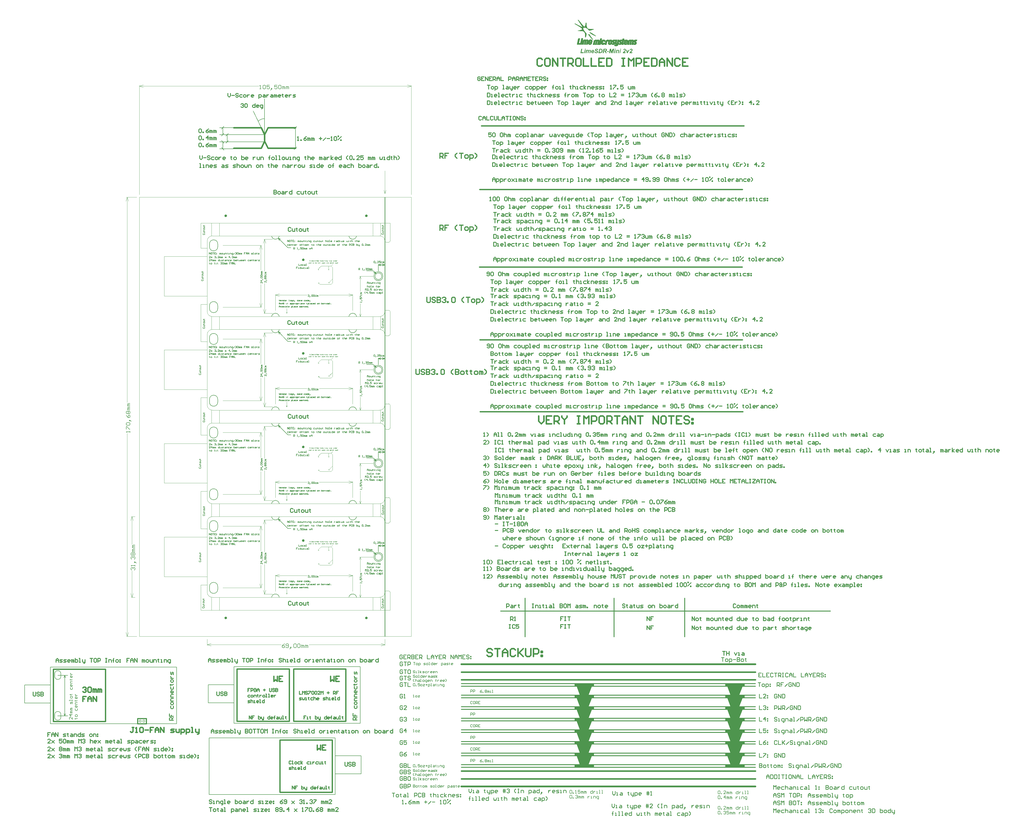
<source format=gm1>
G04*
G04 #@! TF.GenerationSoftware,Altium Limited,Altium Designer,19.1.6 (110)*
G04*
G04 Layer_Color=16711935*
%FSLAX44Y44*%
%MOMM*%
G71*
G01*
G75*
%ADD12C,0.2000*%
%ADD13C,0.3000*%
%ADD55C,0.4000*%
%ADD56C,0.1000*%
%ADD57C,0.2500*%
%ADD58C,0.5000*%
%ADD59C,0.7000*%
%ADD60C,0.6000*%
%ADD61C,0.3500*%
%ADD62C,0.1500*%
%ADD126C,0.2540*%
%ADD129C,0.0254*%
%ADD207C,0.0260*%
%ADD208C,0.1524*%
G36*
X1502000Y-344750D02*
X1426250D01*
Y-335000D01*
X1502000D01*
Y-344750D01*
D02*
G37*
G36*
X1480875Y-380000D02*
X1502000D01*
Y-389750D01*
X1426250D01*
Y-380000D01*
X1447125D01*
X1434000Y-345000D01*
X1494000D01*
X1480875Y-380000D01*
D02*
G37*
G36*
Y-425000D02*
X1502000D01*
Y-434750D01*
X1426250D01*
Y-425000D01*
X1447125D01*
X1434000Y-390000D01*
X1494000D01*
X1480875Y-425000D01*
D02*
G37*
G36*
Y-470000D02*
X1502000D01*
Y-479750D01*
X1426250D01*
Y-470000D01*
X1447125D01*
X1434000Y-435000D01*
X1494000D01*
X1480875Y-470000D01*
D02*
G37*
G36*
Y-515000D02*
X1502000D01*
Y-524750D01*
X1426250D01*
Y-515000D01*
X1447125D01*
X1434000Y-480000D01*
X1494000D01*
X1480875Y-515000D01*
D02*
G37*
G36*
Y-560000D02*
X1502000D01*
Y-569750D01*
X1426250D01*
Y-560000D01*
X1447125D01*
X1434000Y-525000D01*
X1494000D01*
X1480875Y-560000D01*
D02*
G37*
G36*
Y-605000D02*
X1502000D01*
Y-614750D01*
X1426250D01*
Y-605000D01*
X1447125D01*
X1434000Y-570000D01*
X1494000D01*
X1480875Y-605000D01*
D02*
G37*
G36*
X1480875Y-650000D02*
X1502000D01*
Y-659750D01*
X1426250D01*
Y-650000D01*
X1447125D01*
X1434000Y-615000D01*
X1494000D01*
X1480875Y-650000D01*
D02*
G37*
G36*
X2065875Y-650250D02*
X2087000D01*
Y-660000D01*
X2011250D01*
Y-650250D01*
X2032125D01*
X2019000Y-615250D01*
X2079000D01*
X2065875Y-650250D01*
D02*
G37*
G36*
X2065875Y-605250D02*
X2087000D01*
Y-615000D01*
X2011250D01*
Y-605250D01*
X2032125D01*
X2019000Y-570250D01*
X2079000D01*
X2065875Y-605250D01*
D02*
G37*
G36*
Y-560250D02*
X2087000D01*
Y-570000D01*
X2011250D01*
Y-560250D01*
X2032125D01*
X2019000Y-525250D01*
X2079000D01*
X2065875Y-560250D01*
D02*
G37*
G36*
Y-515250D02*
X2087000D01*
Y-525000D01*
X2011250D01*
Y-515250D01*
X2032125D01*
X2019000Y-480250D01*
X2079000D01*
X2065875Y-515250D01*
D02*
G37*
G36*
Y-470250D02*
X2087000D01*
Y-480000D01*
X2011250D01*
Y-470250D01*
X2032125D01*
X2019000Y-435250D01*
X2079000D01*
X2065875Y-470250D01*
D02*
G37*
G36*
Y-425250D02*
X2087000D01*
Y-435000D01*
X2011250D01*
Y-425250D01*
X2032125D01*
X2019000Y-390250D01*
X2079000D01*
X2065875Y-425250D01*
D02*
G37*
G36*
Y-380250D02*
X2087000D01*
Y-390000D01*
X2011250D01*
Y-380250D01*
X2032125D01*
X2019000Y-345250D01*
X2079000D01*
X2065875Y-380250D01*
D02*
G37*
G36*
X2011250Y-335250D02*
Y-345000D01*
X2087000D01*
Y-335250D01*
X2011250D01*
D02*
G37*
G36*
X1606674Y2128929D02*
X1603426D01*
X1604052Y2131863D01*
X1607275D01*
X1606674Y2128929D01*
D02*
G37*
G36*
X1585987D02*
X1582740D01*
X1583366Y2131863D01*
X1586589D01*
X1585987Y2128929D01*
D02*
G37*
G36*
X1469663Y2128929D02*
X1466416D01*
X1467041Y2131863D01*
X1470265D01*
X1469663Y2128929D01*
D02*
G37*
G36*
X1512599Y2132152D02*
X1512840Y2132128D01*
X1513129Y2132104D01*
X1513441Y2132056D01*
X1513778Y2132007D01*
X1514524Y2131839D01*
X1514908Y2131719D01*
X1515269Y2131599D01*
X1515654Y2131430D01*
X1516015Y2131238D01*
X1516352Y2131021D01*
X1516664Y2130781D01*
X1516688Y2130757D01*
X1516736Y2130709D01*
X1516809Y2130636D01*
X1516929Y2130540D01*
X1517049Y2130396D01*
X1517194Y2130228D01*
X1517338Y2130035D01*
X1517482Y2129819D01*
X1517651Y2129554D01*
X1517819Y2129289D01*
X1517963Y2128977D01*
X1518108Y2128664D01*
X1518228Y2128303D01*
X1518324Y2127942D01*
X1518396Y2127534D01*
X1518444Y2127125D01*
X1515173Y2126980D01*
Y2127004D01*
Y2127028D01*
X1515149Y2127173D01*
X1515077Y2127389D01*
X1515005Y2127654D01*
X1514884Y2127942D01*
X1514740Y2128255D01*
X1514548Y2128544D01*
X1514283Y2128808D01*
X1514259Y2128832D01*
X1514139Y2128905D01*
X1513970Y2129025D01*
X1513730Y2129145D01*
X1513441Y2129241D01*
X1513056Y2129362D01*
X1512599Y2129434D01*
X1512094Y2129458D01*
X1511854D01*
X1511613Y2129434D01*
X1511300Y2129386D01*
X1510988Y2129337D01*
X1510651Y2129241D01*
X1510338Y2129121D01*
X1510074Y2128953D01*
X1510050Y2128929D01*
X1509977Y2128856D01*
X1509881Y2128760D01*
X1509785Y2128616D01*
X1509665Y2128423D01*
X1509568Y2128207D01*
X1509496Y2127942D01*
X1509472Y2127678D01*
Y2127654D01*
Y2127558D01*
X1509496Y2127437D01*
X1509545Y2127269D01*
X1509617Y2127077D01*
X1509713Y2126884D01*
X1509833Y2126692D01*
X1510025Y2126499D01*
X1510050Y2126475D01*
X1510146Y2126403D01*
X1510290Y2126307D01*
X1510531Y2126162D01*
X1510699Y2126066D01*
X1510867Y2125970D01*
X1511060Y2125850D01*
X1511300Y2125730D01*
X1511541Y2125609D01*
X1511830Y2125465D01*
X1512142Y2125320D01*
X1512479Y2125176D01*
X1512503Y2125152D01*
X1512599Y2125128D01*
X1512744Y2125056D01*
X1512936Y2124984D01*
X1513177Y2124863D01*
X1513441Y2124743D01*
X1514019Y2124455D01*
X1514644Y2124142D01*
X1515245Y2123805D01*
X1515534Y2123637D01*
X1515774Y2123468D01*
X1515991Y2123300D01*
X1516159Y2123156D01*
X1516183Y2123132D01*
X1516207Y2123108D01*
X1516279Y2123035D01*
X1516352Y2122963D01*
X1516544Y2122699D01*
X1516761Y2122362D01*
X1516977Y2121953D01*
X1517146Y2121448D01*
X1517290Y2120871D01*
X1517314Y2120582D01*
X1517338Y2120245D01*
Y2120221D01*
Y2120149D01*
Y2120029D01*
X1517314Y2119884D01*
X1517290Y2119692D01*
X1517242Y2119451D01*
X1517194Y2119211D01*
X1517121Y2118946D01*
X1517025Y2118658D01*
X1516905Y2118345D01*
X1516761Y2118032D01*
X1516592Y2117720D01*
X1516400Y2117407D01*
X1516159Y2117070D01*
X1515895Y2116781D01*
X1515582Y2116469D01*
X1515558Y2116445D01*
X1515510Y2116397D01*
X1515390Y2116324D01*
X1515269Y2116228D01*
X1515077Y2116108D01*
X1514860Y2115964D01*
X1514620Y2115843D01*
X1514307Y2115699D01*
X1513994Y2115531D01*
X1513634Y2115410D01*
X1513225Y2115266D01*
X1512792Y2115146D01*
X1512335Y2115050D01*
X1511830Y2114977D01*
X1511300Y2114929D01*
X1510723Y2114905D01*
X1510362D01*
X1510170Y2114929D01*
X1509953Y2114953D01*
X1509713D01*
X1509448Y2115002D01*
X1508871Y2115074D01*
X1508246Y2115194D01*
X1507596Y2115362D01*
X1506995Y2115603D01*
X1506971D01*
X1506923Y2115627D01*
X1506850Y2115675D01*
X1506730Y2115747D01*
X1506466Y2115892D01*
X1506129Y2116132D01*
X1505768Y2116397D01*
X1505407Y2116757D01*
X1505070Y2117142D01*
X1504782Y2117599D01*
Y2117623D01*
X1504758Y2117647D01*
X1504734Y2117720D01*
X1504686Y2117840D01*
X1504637Y2117960D01*
X1504589Y2118104D01*
X1504469Y2118465D01*
X1504349Y2118898D01*
X1504253Y2119403D01*
X1504205Y2119957D01*
X1504180Y2120558D01*
X1507452Y2120750D01*
Y2120726D01*
Y2120678D01*
Y2120606D01*
X1507476Y2120510D01*
X1507500Y2120221D01*
X1507548Y2119908D01*
X1507596Y2119548D01*
X1507692Y2119187D01*
X1507813Y2118874D01*
X1507981Y2118634D01*
X1508029Y2118586D01*
X1508125Y2118489D01*
X1508318Y2118369D01*
X1508606Y2118201D01*
X1508775Y2118129D01*
X1508991Y2118032D01*
X1509208Y2117960D01*
X1509472Y2117912D01*
X1509737Y2117840D01*
X1510050Y2117816D01*
X1510386Y2117768D01*
X1511012D01*
X1511156Y2117792D01*
X1511324D01*
X1511685Y2117840D01*
X1512070Y2117912D01*
X1512479Y2118032D01*
X1512864Y2118177D01*
X1513177Y2118369D01*
X1513201Y2118393D01*
X1513297Y2118465D01*
X1513417Y2118609D01*
X1513561Y2118778D01*
X1513706Y2118994D01*
X1513826Y2119235D01*
X1513922Y2119500D01*
X1513946Y2119812D01*
Y2119836D01*
Y2119933D01*
X1513922Y2120077D01*
X1513874Y2120245D01*
X1513802Y2120438D01*
X1513682Y2120654D01*
X1513537Y2120871D01*
X1513321Y2121063D01*
X1513297Y2121087D01*
X1513225Y2121135D01*
X1513080Y2121231D01*
X1512864Y2121352D01*
X1512720Y2121448D01*
X1512551Y2121544D01*
X1512359Y2121640D01*
X1512142Y2121736D01*
X1511878Y2121857D01*
X1511613Y2122001D01*
X1511276Y2122145D01*
X1510940Y2122290D01*
X1510916D01*
X1510843Y2122338D01*
X1510747Y2122362D01*
X1510627Y2122434D01*
X1510459Y2122506D01*
X1510266Y2122578D01*
X1509857Y2122771D01*
X1509400Y2123011D01*
X1508919Y2123228D01*
X1508486Y2123468D01*
X1508270Y2123589D01*
X1508101Y2123685D01*
X1508053Y2123709D01*
X1507957Y2123781D01*
X1507789Y2123925D01*
X1507596Y2124094D01*
X1507380Y2124286D01*
X1507139Y2124551D01*
X1506923Y2124839D01*
X1506706Y2125152D01*
X1506682Y2125200D01*
X1506634Y2125320D01*
X1506538Y2125513D01*
X1506466Y2125753D01*
X1506369Y2126066D01*
X1506273Y2126427D01*
X1506225Y2126836D01*
X1506201Y2127269D01*
Y2127293D01*
Y2127365D01*
Y2127485D01*
X1506225Y2127630D01*
X1506249Y2127798D01*
X1506273Y2128015D01*
X1506321Y2128255D01*
X1506393Y2128496D01*
X1506562Y2129049D01*
X1506706Y2129337D01*
X1506850Y2129650D01*
X1507019Y2129939D01*
X1507211Y2130228D01*
X1507452Y2130516D01*
X1507716Y2130781D01*
X1507740Y2130805D01*
X1507789Y2130853D01*
X1507885Y2130901D01*
X1508005Y2130997D01*
X1508149Y2131093D01*
X1508342Y2131214D01*
X1508582Y2131358D01*
X1508847Y2131478D01*
X1509135Y2131599D01*
X1509448Y2131743D01*
X1509809Y2131863D01*
X1510218Y2131959D01*
X1510651Y2132056D01*
X1511108Y2132128D01*
X1511589Y2132152D01*
X1512118Y2132176D01*
X1512407D01*
X1512599Y2132152D01*
D02*
G37*
G36*
X1596234Y2127534D02*
X1596523Y2127509D01*
X1596860Y2127461D01*
X1597245Y2127341D01*
X1597630Y2127197D01*
X1598014Y2126980D01*
X1598375Y2126692D01*
X1598423Y2126644D01*
X1598519Y2126547D01*
X1598640Y2126355D01*
X1598808Y2126090D01*
X1598976Y2125753D01*
X1599097Y2125369D01*
X1599193Y2124936D01*
X1599241Y2124431D01*
Y2124406D01*
Y2124310D01*
X1599217Y2124142D01*
X1599169Y2123877D01*
X1599121Y2123565D01*
X1599049Y2123132D01*
X1599001Y2122891D01*
X1598952Y2122626D01*
X1598880Y2122338D01*
X1598808Y2122025D01*
X1597341Y2115218D01*
X1594118D01*
X1595585Y2122049D01*
Y2122073D01*
X1595609Y2122121D01*
Y2122194D01*
X1595633Y2122290D01*
X1595681Y2122554D01*
X1595753Y2122843D01*
X1595801Y2123156D01*
X1595849Y2123468D01*
X1595898Y2123709D01*
X1595922Y2123805D01*
Y2123877D01*
Y2123901D01*
Y2123974D01*
X1595898Y2124094D01*
X1595874Y2124238D01*
X1595825Y2124382D01*
X1595753Y2124551D01*
X1595657Y2124719D01*
X1595537Y2124863D01*
X1595513Y2124888D01*
X1595465Y2124912D01*
X1595392Y2124984D01*
X1595272Y2125056D01*
X1595128Y2125104D01*
X1594960Y2125176D01*
X1594743Y2125200D01*
X1594503Y2125224D01*
X1594382D01*
X1594238Y2125200D01*
X1594021Y2125152D01*
X1593781Y2125080D01*
X1593516Y2124960D01*
X1593228Y2124815D01*
X1592891Y2124623D01*
X1592843Y2124599D01*
X1592746Y2124503D01*
X1592578Y2124382D01*
X1592386Y2124190D01*
X1592169Y2123974D01*
X1591929Y2123709D01*
X1591712Y2123396D01*
X1591496Y2123035D01*
X1591472Y2123011D01*
X1591424Y2122891D01*
X1591351Y2122699D01*
X1591303Y2122554D01*
X1591255Y2122410D01*
X1591207Y2122218D01*
X1591135Y2122025D01*
X1591063Y2121785D01*
X1590991Y2121520D01*
X1590918Y2121231D01*
X1590822Y2120895D01*
X1590750Y2120534D01*
X1590654Y2120149D01*
X1589620Y2115218D01*
X1586396D01*
X1588922Y2127293D01*
X1592001D01*
X1591688Y2125705D01*
X1591712D01*
X1591736Y2125753D01*
X1591881Y2125874D01*
X1592121Y2126042D01*
X1592410Y2126259D01*
X1592746Y2126475D01*
X1593107Y2126716D01*
X1593492Y2126932D01*
X1593877Y2127125D01*
X1593925Y2127149D01*
X1594046Y2127197D01*
X1594262Y2127269D01*
X1594527Y2127341D01*
X1594839Y2127413D01*
X1595200Y2127485D01*
X1595585Y2127534D01*
X1595994Y2127558D01*
X1596138D01*
X1596234Y2127534D01*
D02*
G37*
G36*
X1486814Y2127509D02*
X1487126Y2127461D01*
X1487487Y2127365D01*
X1487872Y2127221D01*
X1488233Y2127028D01*
X1488546Y2126764D01*
X1488569Y2126740D01*
X1488666Y2126619D01*
X1488810Y2126451D01*
X1488954Y2126210D01*
X1489099Y2125922D01*
X1489243Y2125585D01*
X1489339Y2125176D01*
X1489363Y2124719D01*
Y2124695D01*
Y2124599D01*
X1489339Y2124431D01*
X1489315Y2124214D01*
X1489291Y2123925D01*
X1489219Y2123541D01*
X1489147Y2123083D01*
X1489027Y2122554D01*
X1487439Y2115218D01*
X1484216D01*
X1485779Y2122554D01*
Y2122578D01*
X1485803Y2122626D01*
Y2122675D01*
X1485827Y2122771D01*
X1485876Y2123011D01*
X1485924Y2123276D01*
X1485972Y2123541D01*
X1486020Y2123805D01*
X1486068Y2123998D01*
Y2124070D01*
Y2124118D01*
Y2124142D01*
Y2124214D01*
X1486044Y2124286D01*
X1486020Y2124406D01*
X1485948Y2124671D01*
X1485851Y2124791D01*
X1485755Y2124912D01*
X1485731Y2124936D01*
X1485707Y2124960D01*
X1485635Y2125008D01*
X1485539Y2125080D01*
X1485419Y2125128D01*
X1485250Y2125176D01*
X1485082Y2125200D01*
X1484865Y2125224D01*
X1484745D01*
X1484649Y2125200D01*
X1484408Y2125152D01*
X1484120Y2125056D01*
X1483783Y2124912D01*
X1483398Y2124671D01*
X1483206Y2124527D01*
X1483013Y2124358D01*
X1482845Y2124166D01*
X1482652Y2123925D01*
X1482628Y2123877D01*
X1482580Y2123829D01*
X1482532Y2123757D01*
X1482484Y2123637D01*
X1482412Y2123517D01*
X1482316Y2123348D01*
X1482243Y2123180D01*
X1482147Y2122963D01*
X1482051Y2122723D01*
X1481955Y2122458D01*
X1481859Y2122169D01*
X1481738Y2121857D01*
X1481642Y2121496D01*
X1481546Y2121111D01*
X1481450Y2120678D01*
X1480295Y2115218D01*
X1477072D01*
X1478587Y2122482D01*
Y2122506D01*
X1478611Y2122530D01*
X1478635Y2122699D01*
X1478683Y2122915D01*
X1478732Y2123156D01*
X1478780Y2123444D01*
X1478804Y2123709D01*
X1478852Y2123949D01*
Y2124118D01*
Y2124142D01*
Y2124190D01*
X1478828Y2124286D01*
X1478804Y2124406D01*
X1478707Y2124647D01*
X1478635Y2124791D01*
X1478515Y2124912D01*
X1478491Y2124936D01*
X1478467Y2124960D01*
X1478395Y2125008D01*
X1478299Y2125080D01*
X1478154Y2125128D01*
X1478010Y2125176D01*
X1477841Y2125200D01*
X1477625Y2125224D01*
X1477529D01*
X1477433Y2125200D01*
X1477288Y2125176D01*
X1477120Y2125152D01*
X1476927Y2125080D01*
X1476735Y2125008D01*
X1476519Y2124888D01*
X1476494Y2124863D01*
X1476422Y2124839D01*
X1476302Y2124767D01*
X1476182Y2124671D01*
X1476013Y2124551D01*
X1475845Y2124382D01*
X1475677Y2124214D01*
X1475508Y2124022D01*
X1475484Y2123998D01*
X1475436Y2123925D01*
X1475364Y2123805D01*
X1475268Y2123637D01*
X1475148Y2123444D01*
X1475027Y2123180D01*
X1474907Y2122915D01*
X1474787Y2122603D01*
Y2122578D01*
X1474763Y2122506D01*
X1474715Y2122386D01*
X1474666Y2122218D01*
X1474618Y2121977D01*
X1474522Y2121640D01*
X1474426Y2121255D01*
X1474378Y2121015D01*
X1474306Y2120750D01*
X1473151Y2115218D01*
X1469928D01*
X1472453Y2127293D01*
X1475508D01*
X1475220Y2125826D01*
X1475244Y2125850D01*
X1475292Y2125898D01*
X1475388Y2125994D01*
X1475532Y2126090D01*
X1475701Y2126235D01*
X1475893Y2126379D01*
X1476110Y2126523D01*
X1476374Y2126692D01*
X1476952Y2127004D01*
X1477577Y2127293D01*
X1477938Y2127389D01*
X1478275Y2127485D01*
X1478659Y2127534D01*
X1479020Y2127558D01*
X1479237D01*
X1479501Y2127534D01*
X1479790Y2127485D01*
X1480127Y2127413D01*
X1480488Y2127317D01*
X1480824Y2127173D01*
X1481113Y2126980D01*
X1481137Y2126956D01*
X1481233Y2126884D01*
X1481353Y2126740D01*
X1481522Y2126571D01*
X1481666Y2126355D01*
X1481835Y2126066D01*
X1481979Y2125778D01*
X1482075Y2125417D01*
X1482099Y2125465D01*
X1482195Y2125561D01*
X1482340Y2125730D01*
X1482532Y2125946D01*
X1482797Y2126187D01*
X1483085Y2126427D01*
X1483446Y2126692D01*
X1483855Y2126932D01*
X1483879D01*
X1483903Y2126956D01*
X1483975Y2126980D01*
X1484072Y2127028D01*
X1484288Y2127125D01*
X1484601Y2127245D01*
X1484962Y2127365D01*
X1485394Y2127461D01*
X1485827Y2127534D01*
X1486308Y2127558D01*
X1486549D01*
X1486814Y2127509D01*
D02*
G37*
G36*
X1576462Y2115218D02*
X1573359D01*
X1576246Y2129025D01*
X1570064Y2115218D01*
X1566817D01*
X1566191Y2129121D01*
X1563569Y2115218D01*
X1560466D01*
X1563930Y2131863D01*
X1568813D01*
X1569342Y2120414D01*
X1574562Y2131863D01*
X1579493D01*
X1576462Y2115218D01*
D02*
G37*
G36*
X1559071Y2119644D02*
X1552745D01*
X1553371Y2122795D01*
X1559697D01*
X1559071Y2119644D01*
D02*
G37*
G36*
X1632459Y2115218D02*
X1629669D01*
X1627264Y2127293D01*
X1630463D01*
X1631281Y2122001D01*
Y2121977D01*
X1631305Y2121905D01*
Y2121809D01*
X1631329Y2121664D01*
X1631353Y2121496D01*
X1631401Y2121279D01*
X1631473Y2120847D01*
X1631545Y2120365D01*
X1631617Y2119908D01*
X1631666Y2119500D01*
X1631690Y2119331D01*
X1631714Y2119187D01*
X1631738Y2119235D01*
X1631786Y2119307D01*
X1631858Y2119427D01*
X1631954Y2119620D01*
X1632099Y2119860D01*
X1632267Y2120197D01*
X1632387Y2120414D01*
X1632507Y2120630D01*
Y2120654D01*
X1632531Y2120678D01*
X1632628Y2120822D01*
X1632748Y2121039D01*
X1632892Y2121304D01*
X1633037Y2121568D01*
X1633181Y2121809D01*
X1633301Y2122025D01*
X1633373Y2122169D01*
X1636380Y2127293D01*
X1639892D01*
X1632459Y2115218D01*
D02*
G37*
G36*
X1647108Y2131935D02*
X1647301Y2131911D01*
X1647541Y2131887D01*
X1647782Y2131863D01*
X1648046Y2131791D01*
X1648648Y2131647D01*
X1649249Y2131430D01*
X1649562Y2131286D01*
X1649850Y2131118D01*
X1650115Y2130901D01*
X1650379Y2130685D01*
X1650403Y2130661D01*
X1650428Y2130636D01*
X1650500Y2130564D01*
X1650596Y2130468D01*
X1650692Y2130324D01*
X1650812Y2130179D01*
X1650933Y2130011D01*
X1651053Y2129819D01*
X1651293Y2129362D01*
X1651510Y2128808D01*
X1651678Y2128183D01*
X1651702Y2127846D01*
X1651727Y2127485D01*
Y2127437D01*
Y2127317D01*
X1651702Y2127125D01*
X1651678Y2126860D01*
X1651630Y2126571D01*
X1651558Y2126235D01*
X1651462Y2125874D01*
X1651318Y2125489D01*
X1651293Y2125441D01*
X1651245Y2125321D01*
X1651149Y2125128D01*
X1651005Y2124863D01*
X1650812Y2124551D01*
X1650572Y2124190D01*
X1650307Y2123805D01*
X1649971Y2123396D01*
X1649946Y2123372D01*
X1649850Y2123252D01*
X1649682Y2123084D01*
X1649441Y2122843D01*
X1649129Y2122530D01*
X1648744Y2122146D01*
X1648287Y2121712D01*
X1647758Y2121207D01*
X1647733Y2121183D01*
X1647685Y2121135D01*
X1647613Y2121087D01*
X1647517Y2120991D01*
X1647253Y2120750D01*
X1646940Y2120438D01*
X1646603Y2120125D01*
X1646266Y2119812D01*
X1645978Y2119524D01*
X1645737Y2119283D01*
X1645713Y2119259D01*
X1645665Y2119187D01*
X1645569Y2119091D01*
X1645448Y2118970D01*
X1645304Y2118802D01*
X1645160Y2118610D01*
X1644823Y2118201D01*
X1650596D01*
X1649971Y2115218D01*
X1639868D01*
Y2115242D01*
Y2115266D01*
X1639892Y2115338D01*
Y2115435D01*
X1639940Y2115675D01*
X1640012Y2115964D01*
X1640108Y2116324D01*
X1640229Y2116709D01*
X1640373Y2117142D01*
X1640565Y2117551D01*
Y2117575D01*
X1640590Y2117599D01*
X1640662Y2117744D01*
X1640782Y2117960D01*
X1640950Y2118225D01*
X1641167Y2118537D01*
X1641407Y2118874D01*
X1641672Y2119235D01*
X1641961Y2119596D01*
X1642009Y2119644D01*
X1642129Y2119788D01*
X1642225Y2119884D01*
X1642345Y2120005D01*
X1642490Y2120173D01*
X1642658Y2120341D01*
X1642851Y2120558D01*
X1643091Y2120774D01*
X1643332Y2121039D01*
X1643620Y2121304D01*
X1643933Y2121616D01*
X1644270Y2121953D01*
X1644631Y2122314D01*
X1645040Y2122699D01*
X1645064Y2122723D01*
X1645112Y2122771D01*
X1645208Y2122843D01*
X1645304Y2122963D01*
X1645593Y2123228D01*
X1645930Y2123565D01*
X1646290Y2123925D01*
X1646651Y2124262D01*
X1646940Y2124575D01*
X1647060Y2124695D01*
X1647156Y2124791D01*
X1647180Y2124839D01*
X1647276Y2124936D01*
X1647421Y2125104D01*
X1647589Y2125321D01*
X1647782Y2125561D01*
X1647950Y2125826D01*
X1648118Y2126090D01*
X1648239Y2126331D01*
X1648263Y2126355D01*
X1648287Y2126451D01*
X1648335Y2126571D01*
X1648407Y2126716D01*
X1648455Y2126908D01*
X1648503Y2127101D01*
X1648527Y2127317D01*
X1648551Y2127509D01*
Y2127558D01*
Y2127654D01*
X1648527Y2127798D01*
X1648479Y2127991D01*
X1648431Y2128207D01*
X1648335Y2128448D01*
X1648215Y2128664D01*
X1648046Y2128880D01*
X1648022Y2128905D01*
X1647950Y2128953D01*
X1647854Y2129049D01*
X1647710Y2129145D01*
X1647517Y2129241D01*
X1647301Y2129337D01*
X1647060Y2129386D01*
X1646795Y2129410D01*
X1646675D01*
X1646531Y2129386D01*
X1646338Y2129337D01*
X1646122Y2129265D01*
X1645905Y2129145D01*
X1645665Y2129001D01*
X1645448Y2128808D01*
X1645424Y2128784D01*
X1645352Y2128688D01*
X1645256Y2128544D01*
X1645136Y2128327D01*
X1644991Y2128039D01*
X1644847Y2127678D01*
X1644703Y2127245D01*
X1644583Y2126716D01*
X1641407Y2127173D01*
Y2127197D01*
X1641431Y2127269D01*
X1641456Y2127389D01*
X1641479Y2127558D01*
X1641552Y2127750D01*
X1641600Y2127966D01*
X1641672Y2128207D01*
X1641768Y2128472D01*
X1642009Y2129049D01*
X1642321Y2129650D01*
X1642706Y2130204D01*
X1642947Y2130468D01*
X1643187Y2130709D01*
X1643211Y2130733D01*
X1643259Y2130757D01*
X1643332Y2130829D01*
X1643452Y2130901D01*
X1643572Y2130997D01*
X1643741Y2131093D01*
X1643933Y2131214D01*
X1644174Y2131334D01*
X1644414Y2131454D01*
X1644679Y2131575D01*
X1645280Y2131767D01*
X1645954Y2131911D01*
X1646338Y2131935D01*
X1646723Y2131959D01*
X1646940D01*
X1647108Y2131935D01*
D02*
G37*
G36*
X1621226D02*
X1621419Y2131911D01*
X1621659Y2131887D01*
X1621900Y2131863D01*
X1622164Y2131791D01*
X1622766Y2131647D01*
X1623367Y2131430D01*
X1623680Y2131286D01*
X1623968Y2131118D01*
X1624233Y2130901D01*
X1624498Y2130685D01*
X1624522Y2130661D01*
X1624546Y2130636D01*
X1624618Y2130564D01*
X1624714Y2130468D01*
X1624810Y2130324D01*
X1624931Y2130179D01*
X1625051Y2130011D01*
X1625171Y2129819D01*
X1625412Y2129362D01*
X1625628Y2128808D01*
X1625797Y2128183D01*
X1625820Y2127846D01*
X1625845Y2127485D01*
Y2127437D01*
Y2127317D01*
X1625820Y2127125D01*
X1625797Y2126860D01*
X1625748Y2126571D01*
X1625676Y2126235D01*
X1625580Y2125874D01*
X1625436Y2125489D01*
X1625412Y2125441D01*
X1625363Y2125321D01*
X1625267Y2125128D01*
X1625123Y2124863D01*
X1624931Y2124551D01*
X1624690Y2124190D01*
X1624425Y2123805D01*
X1624089Y2123396D01*
X1624065Y2123372D01*
X1623968Y2123252D01*
X1623800Y2123084D01*
X1623560Y2122843D01*
X1623247Y2122530D01*
X1622862Y2122146D01*
X1622405Y2121712D01*
X1621876Y2121207D01*
X1621852Y2121183D01*
X1621803Y2121135D01*
X1621731Y2121087D01*
X1621635Y2120991D01*
X1621371Y2120750D01*
X1621058Y2120438D01*
X1620721Y2120125D01*
X1620384Y2119812D01*
X1620096Y2119524D01*
X1619855Y2119283D01*
X1619831Y2119259D01*
X1619783Y2119187D01*
X1619687Y2119091D01*
X1619566Y2118970D01*
X1619422Y2118802D01*
X1619278Y2118610D01*
X1618941Y2118201D01*
X1624714D01*
X1624089Y2115218D01*
X1613986D01*
Y2115242D01*
Y2115266D01*
X1614010Y2115338D01*
Y2115435D01*
X1614058Y2115675D01*
X1614130Y2115964D01*
X1614227Y2116324D01*
X1614347Y2116709D01*
X1614491Y2117142D01*
X1614684Y2117551D01*
Y2117575D01*
X1614708Y2117599D01*
X1614780Y2117744D01*
X1614900Y2117960D01*
X1615069Y2118225D01*
X1615285Y2118537D01*
X1615526Y2118874D01*
X1615790Y2119235D01*
X1616079Y2119596D01*
X1616127Y2119644D01*
X1616247Y2119788D01*
X1616343Y2119884D01*
X1616464Y2120005D01*
X1616608Y2120173D01*
X1616776Y2120341D01*
X1616969Y2120558D01*
X1617209Y2120774D01*
X1617450Y2121039D01*
X1617738Y2121304D01*
X1618051Y2121616D01*
X1618388Y2121953D01*
X1618749Y2122314D01*
X1619158Y2122699D01*
X1619182Y2122723D01*
X1619230Y2122771D01*
X1619326Y2122843D01*
X1619422Y2122963D01*
X1619711Y2123228D01*
X1620048Y2123565D01*
X1620408Y2123925D01*
X1620769Y2124262D01*
X1621058Y2124575D01*
X1621178Y2124695D01*
X1621274Y2124791D01*
X1621298Y2124839D01*
X1621395Y2124936D01*
X1621539Y2125104D01*
X1621707Y2125321D01*
X1621900Y2125561D01*
X1622068Y2125826D01*
X1622236Y2126090D01*
X1622357Y2126331D01*
X1622381Y2126355D01*
X1622405Y2126451D01*
X1622453Y2126571D01*
X1622525Y2126716D01*
X1622573Y2126908D01*
X1622621Y2127101D01*
X1622645Y2127317D01*
X1622670Y2127509D01*
Y2127558D01*
Y2127654D01*
X1622645Y2127798D01*
X1622597Y2127991D01*
X1622549Y2128207D01*
X1622453Y2128448D01*
X1622333Y2128664D01*
X1622164Y2128880D01*
X1622140Y2128905D01*
X1622068Y2128953D01*
X1621972Y2129049D01*
X1621828Y2129145D01*
X1621635Y2129241D01*
X1621419Y2129337D01*
X1621178Y2129386D01*
X1620914Y2129410D01*
X1620793D01*
X1620649Y2129386D01*
X1620457Y2129337D01*
X1620240Y2129265D01*
X1620024Y2129145D01*
X1619783Y2129001D01*
X1619566Y2128808D01*
X1619543Y2128784D01*
X1619470Y2128688D01*
X1619374Y2128544D01*
X1619254Y2128327D01*
X1619109Y2128039D01*
X1618965Y2127678D01*
X1618821Y2127245D01*
X1618701Y2126716D01*
X1615526Y2127173D01*
Y2127197D01*
X1615550Y2127269D01*
X1615574Y2127389D01*
X1615598Y2127558D01*
X1615670Y2127750D01*
X1615718Y2127966D01*
X1615790Y2128207D01*
X1615886Y2128472D01*
X1616127Y2129049D01*
X1616440Y2129650D01*
X1616824Y2130204D01*
X1617065Y2130468D01*
X1617305Y2130709D01*
X1617330Y2130733D01*
X1617378Y2130757D01*
X1617450Y2130829D01*
X1617570Y2130901D01*
X1617690Y2130997D01*
X1617859Y2131093D01*
X1618051Y2131214D01*
X1618292Y2131334D01*
X1618532Y2131454D01*
X1618797Y2131575D01*
X1619398Y2131767D01*
X1620072Y2131911D01*
X1620457Y2131935D01*
X1620841Y2131959D01*
X1621058D01*
X1621226Y2131935D01*
D02*
G37*
G36*
X1603787Y2115218D02*
X1600564D01*
X1603090Y2127293D01*
X1606337D01*
X1603787Y2115218D01*
D02*
G37*
G36*
X1583101D02*
X1579878D01*
X1582403Y2127293D01*
X1585651D01*
X1583101Y2115218D01*
D02*
G37*
G36*
X1547549Y2131839D02*
X1547982Y2131815D01*
X1548463Y2131767D01*
X1548945Y2131695D01*
X1549426Y2131599D01*
X1549859Y2131454D01*
X1549883D01*
X1549907Y2131430D01*
X1550027Y2131382D01*
X1550219Y2131286D01*
X1550460Y2131142D01*
X1550749Y2130925D01*
X1551037Y2130685D01*
X1551302Y2130372D01*
X1551566Y2130011D01*
X1551591Y2129963D01*
X1551663Y2129819D01*
X1551783Y2129602D01*
X1551903Y2129314D01*
X1552023Y2128953D01*
X1552144Y2128520D01*
X1552216Y2128015D01*
X1552240Y2127485D01*
Y2127461D01*
Y2127389D01*
Y2127293D01*
X1552216Y2127125D01*
X1552192Y2126956D01*
X1552168Y2126740D01*
X1552144Y2126499D01*
X1552072Y2126259D01*
X1551927Y2125705D01*
X1551711Y2125104D01*
X1551566Y2124815D01*
X1551398Y2124527D01*
X1551182Y2124238D01*
X1550965Y2123974D01*
X1550941Y2123949D01*
X1550917Y2123925D01*
X1550821Y2123853D01*
X1550725Y2123757D01*
X1550580Y2123637D01*
X1550436Y2123517D01*
X1550244Y2123396D01*
X1550003Y2123252D01*
X1549762Y2123108D01*
X1549474Y2122963D01*
X1549161Y2122819D01*
X1548800Y2122675D01*
X1548439Y2122554D01*
X1548031Y2122458D01*
X1547574Y2122362D01*
X1547117Y2122290D01*
X1547141Y2122266D01*
X1547237Y2122194D01*
X1547357Y2122049D01*
X1547525Y2121881D01*
X1547694Y2121640D01*
X1547910Y2121376D01*
X1548127Y2121063D01*
X1548343Y2120726D01*
X1548367Y2120702D01*
X1548391Y2120630D01*
X1548463Y2120534D01*
X1548536Y2120365D01*
X1548656Y2120173D01*
X1548776Y2119933D01*
X1548920Y2119644D01*
X1549089Y2119307D01*
X1549281Y2118946D01*
X1549474Y2118537D01*
X1549690Y2118080D01*
X1549907Y2117575D01*
X1550147Y2117046D01*
X1550388Y2116469D01*
X1550652Y2115867D01*
X1550917Y2115218D01*
X1547237D01*
Y2115242D01*
X1547213Y2115290D01*
X1547189Y2115362D01*
X1547141Y2115483D01*
X1547092Y2115627D01*
X1547020Y2115819D01*
X1546948Y2116036D01*
X1546852Y2116300D01*
X1546732Y2116589D01*
X1546611Y2116902D01*
X1546467Y2117263D01*
X1546299Y2117647D01*
X1546130Y2118080D01*
X1545938Y2118561D01*
X1545721Y2119067D01*
X1545481Y2119596D01*
Y2119620D01*
X1545457Y2119668D01*
X1545409Y2119740D01*
X1545361Y2119860D01*
X1545216Y2120125D01*
X1545024Y2120462D01*
X1544807Y2120822D01*
X1544567Y2121183D01*
X1544278Y2121520D01*
X1544134Y2121640D01*
X1543990Y2121761D01*
X1543965Y2121785D01*
X1543893Y2121809D01*
X1543773Y2121857D01*
X1543605Y2121929D01*
X1543364Y2122001D01*
X1543076Y2122049D01*
X1542715Y2122073D01*
X1542282Y2122097D01*
X1540887D01*
X1539443Y2115218D01*
X1536052D01*
X1539539Y2131863D01*
X1547381D01*
X1547549Y2131839D01*
D02*
G37*
G36*
X1528595D02*
X1529004D01*
X1529341Y2131815D01*
X1529461D01*
X1529581Y2131791D01*
X1529629D01*
X1529750Y2131767D01*
X1529942Y2131743D01*
X1530207Y2131695D01*
X1530495Y2131647D01*
X1530808Y2131575D01*
X1531433Y2131358D01*
X1531481Y2131334D01*
X1531578Y2131310D01*
X1531722Y2131238D01*
X1531938Y2131142D01*
X1532155Y2130997D01*
X1532420Y2130853D01*
X1532660Y2130685D01*
X1532925Y2130468D01*
X1532949Y2130444D01*
X1533045Y2130372D01*
X1533165Y2130252D01*
X1533334Y2130083D01*
X1533502Y2129891D01*
X1533694Y2129650D01*
X1533887Y2129386D01*
X1534079Y2129097D01*
X1534103Y2129073D01*
X1534151Y2128953D01*
X1534248Y2128784D01*
X1534344Y2128568D01*
X1534464Y2128303D01*
X1534608Y2127991D01*
X1534729Y2127630D01*
X1534825Y2127245D01*
X1534849Y2127197D01*
X1534873Y2127052D01*
X1534921Y2126836D01*
X1534969Y2126571D01*
X1535017Y2126235D01*
X1535042Y2125826D01*
X1535090Y2125417D01*
Y2124960D01*
Y2124936D01*
Y2124839D01*
Y2124695D01*
X1535065Y2124503D01*
Y2124262D01*
X1535042Y2123998D01*
X1534993Y2123685D01*
X1534969Y2123348D01*
X1534897Y2122987D01*
X1534849Y2122603D01*
X1534657Y2121809D01*
X1534392Y2120991D01*
X1534248Y2120582D01*
X1534055Y2120173D01*
Y2120149D01*
X1534007Y2120077D01*
X1533959Y2119981D01*
X1533863Y2119836D01*
X1533767Y2119644D01*
X1533646Y2119451D01*
X1533334Y2118970D01*
X1532973Y2118441D01*
X1532516Y2117888D01*
X1532011Y2117359D01*
X1531458Y2116854D01*
X1531433D01*
X1531409Y2116806D01*
X1531337Y2116757D01*
X1531241Y2116709D01*
X1531121Y2116613D01*
X1530976Y2116541D01*
X1530616Y2116324D01*
X1530183Y2116108D01*
X1529653Y2115867D01*
X1529052Y2115651D01*
X1528379Y2115459D01*
X1528331D01*
X1528258Y2115435D01*
X1528186Y2115410D01*
X1528066D01*
X1527922Y2115386D01*
X1527753Y2115362D01*
X1527561Y2115338D01*
X1527344Y2115314D01*
X1527104Y2115290D01*
X1526839Y2115266D01*
X1526526D01*
X1526214Y2115242D01*
X1525853Y2115218D01*
X1519214Y2115218D01*
X1522702Y2131863D01*
X1528186D01*
X1528595Y2131839D01*
D02*
G37*
G36*
X1466777Y2115218D02*
X1463554D01*
X1466079Y2127293D01*
X1469326D01*
X1466777Y2115218D01*
D02*
G37*
G36*
X1453427Y2118008D02*
X1461942D01*
X1461365Y2115218D01*
X1449434D01*
X1452922Y2131863D01*
X1456337D01*
X1453427Y2118008D01*
D02*
G37*
G36*
X1498191Y2127534D02*
X1498383Y2127509D01*
X1498600Y2127485D01*
X1498840Y2127437D01*
X1499105Y2127389D01*
X1499682Y2127221D01*
X1499971Y2127125D01*
X1500260Y2126980D01*
X1500548Y2126812D01*
X1500837Y2126644D01*
X1501102Y2126427D01*
X1501366Y2126187D01*
X1501390Y2126162D01*
X1501414Y2126114D01*
X1501486Y2126042D01*
X1501583Y2125946D01*
X1501679Y2125802D01*
X1501775Y2125633D01*
X1501895Y2125417D01*
X1502040Y2125200D01*
X1502160Y2124936D01*
X1502280Y2124647D01*
X1502376Y2124334D01*
X1502473Y2123974D01*
X1502569Y2123613D01*
X1502641Y2123204D01*
X1502665Y2122795D01*
X1502689Y2122338D01*
Y2122314D01*
Y2122290D01*
Y2122145D01*
Y2121905D01*
X1502665Y2121640D01*
X1502641Y2121304D01*
X1502593Y2120943D01*
X1502449Y2120221D01*
X1494270D01*
Y2120197D01*
Y2120101D01*
X1494246Y2120005D01*
Y2119908D01*
Y2119884D01*
Y2119860D01*
Y2119716D01*
X1494294Y2119500D01*
X1494342Y2119211D01*
X1494415Y2118898D01*
X1494535Y2118586D01*
X1494703Y2118249D01*
X1494920Y2117960D01*
X1494944Y2117936D01*
X1495040Y2117840D01*
X1495184Y2117744D01*
X1495401Y2117599D01*
X1495641Y2117479D01*
X1495930Y2117359D01*
X1496267Y2117263D01*
X1496628Y2117238D01*
X1496796D01*
X1496892Y2117263D01*
X1497036Y2117287D01*
X1497205Y2117335D01*
X1497566Y2117455D01*
X1497758Y2117527D01*
X1497975Y2117647D01*
X1498191Y2117792D01*
X1498383Y2117960D01*
X1498600Y2118152D01*
X1498817Y2118369D01*
X1499009Y2118634D01*
X1499177Y2118922D01*
X1502088Y2118441D01*
Y2118417D01*
X1502040Y2118369D01*
X1501992Y2118273D01*
X1501919Y2118152D01*
X1501847Y2118008D01*
X1501727Y2117840D01*
X1501486Y2117431D01*
X1501150Y2116998D01*
X1500741Y2116565D01*
X1500284Y2116132D01*
X1499779Y2115771D01*
X1499755D01*
X1499706Y2115723D01*
X1499634Y2115699D01*
X1499538Y2115627D01*
X1499394Y2115579D01*
X1499249Y2115507D01*
X1498840Y2115338D01*
X1498383Y2115170D01*
X1497830Y2115050D01*
X1497253Y2114953D01*
X1496604Y2114905D01*
X1496363D01*
X1496195Y2114929D01*
X1495978Y2114953D01*
X1495738Y2114977D01*
X1495473Y2115025D01*
X1495184Y2115098D01*
X1494559Y2115290D01*
X1494222Y2115410D01*
X1493885Y2115555D01*
X1493573Y2115723D01*
X1493236Y2115940D01*
X1492923Y2116180D01*
X1492635Y2116445D01*
X1492611Y2116469D01*
X1492563Y2116517D01*
X1492490Y2116613D01*
X1492394Y2116733D01*
X1492274Y2116878D01*
X1492154Y2117070D01*
X1492009Y2117287D01*
X1491889Y2117527D01*
X1491745Y2117816D01*
X1491600Y2118104D01*
X1491480Y2118441D01*
X1491360Y2118802D01*
X1491264Y2119187D01*
X1491191Y2119620D01*
X1491143Y2120053D01*
X1491119Y2120510D01*
Y2120534D01*
Y2120630D01*
Y2120750D01*
X1491143Y2120919D01*
X1491167Y2121135D01*
X1491191Y2121400D01*
X1491239Y2121688D01*
X1491288Y2122001D01*
X1491456Y2122675D01*
X1491576Y2123035D01*
X1491696Y2123420D01*
X1491865Y2123805D01*
X1492033Y2124190D01*
X1492250Y2124575D01*
X1492490Y2124936D01*
X1492514Y2124960D01*
X1492587Y2125056D01*
X1492683Y2125176D01*
X1492827Y2125345D01*
X1493044Y2125537D01*
X1493260Y2125778D01*
X1493549Y2125994D01*
X1493861Y2126259D01*
X1494222Y2126499D01*
X1494631Y2126740D01*
X1495064Y2126956D01*
X1495545Y2127149D01*
X1496050Y2127317D01*
X1496604Y2127437D01*
X1497205Y2127534D01*
X1497830Y2127558D01*
X1498047D01*
X1498191Y2127534D01*
D02*
G37*
%LPC*%
G36*
X1546635Y2129073D02*
X1542354D01*
X1541416Y2124599D01*
X1543917D01*
X1544158Y2124623D01*
X1544735Y2124647D01*
X1545336Y2124671D01*
X1545938Y2124743D01*
X1546202Y2124767D01*
X1546467Y2124815D01*
X1546684Y2124863D01*
X1546876Y2124912D01*
X1546924Y2124936D01*
X1547020Y2124984D01*
X1547189Y2125056D01*
X1547405Y2125176D01*
X1547622Y2125321D01*
X1547862Y2125489D01*
X1548079Y2125705D01*
X1548295Y2125946D01*
X1548319Y2125970D01*
X1548367Y2126066D01*
X1548463Y2126211D01*
X1548560Y2126403D01*
X1548656Y2126620D01*
X1548752Y2126860D01*
X1548800Y2127149D01*
X1548824Y2127437D01*
Y2127485D01*
Y2127582D01*
X1548776Y2127750D01*
X1548728Y2127942D01*
X1548632Y2128159D01*
X1548512Y2128375D01*
X1548319Y2128592D01*
X1548079Y2128784D01*
X1548055Y2128808D01*
X1547982Y2128832D01*
X1547862Y2128880D01*
X1547670Y2128929D01*
X1547405Y2128977D01*
X1547044Y2129025D01*
X1546635Y2129073D01*
D02*
G37*
G36*
X1528066Y2129121D02*
X1525540D01*
X1523183Y2117888D01*
X1525372D01*
X1525564Y2117912D01*
X1525973D01*
X1526430Y2117936D01*
X1526863Y2117984D01*
X1527296Y2118032D01*
X1527489Y2118056D01*
X1527657Y2118104D01*
X1527705Y2118129D01*
X1527801Y2118152D01*
X1527970Y2118225D01*
X1528186Y2118297D01*
X1528427Y2118417D01*
X1528691Y2118561D01*
X1528956Y2118754D01*
X1529220Y2118970D01*
X1529245D01*
X1529269Y2119019D01*
X1529389Y2119139D01*
X1529581Y2119355D01*
X1529822Y2119620D01*
X1530110Y2119981D01*
X1530399Y2120414D01*
X1530688Y2120895D01*
X1530952Y2121424D01*
Y2121448D01*
X1530976Y2121496D01*
X1531024Y2121592D01*
X1531073Y2121688D01*
X1531121Y2121857D01*
X1531169Y2122025D01*
X1531241Y2122218D01*
X1531313Y2122458D01*
X1531361Y2122699D01*
X1531433Y2122987D01*
X1531554Y2123613D01*
X1531626Y2124310D01*
X1531650Y2125056D01*
Y2125080D01*
Y2125128D01*
Y2125224D01*
Y2125345D01*
X1531626Y2125489D01*
Y2125657D01*
X1531578Y2126066D01*
X1531506Y2126499D01*
X1531409Y2126932D01*
X1531265Y2127365D01*
X1531073Y2127726D01*
X1531049Y2127774D01*
X1530976Y2127870D01*
X1530856Y2128015D01*
X1530688Y2128207D01*
X1530471Y2128400D01*
X1530231Y2128592D01*
X1529942Y2128760D01*
X1529629Y2128905D01*
X1529605D01*
X1529509Y2128929D01*
X1529365Y2128977D01*
X1529148Y2129025D01*
X1528860Y2129049D01*
X1528499Y2129097D01*
X1528066Y2129121D01*
D02*
G37*
G36*
X1497493Y2125224D02*
X1497325D01*
X1497133Y2125176D01*
X1496892Y2125128D01*
X1496604Y2125032D01*
X1496291Y2124912D01*
X1495978Y2124719D01*
X1495665Y2124455D01*
X1495641Y2124431D01*
X1495545Y2124310D01*
X1495401Y2124142D01*
X1495232Y2123877D01*
X1495064Y2123565D01*
X1494872Y2123180D01*
X1494703Y2122747D01*
X1494583Y2122218D01*
X1499706D01*
Y2122242D01*
Y2122338D01*
Y2122434D01*
Y2122530D01*
Y2122554D01*
Y2122578D01*
Y2122651D01*
Y2122747D01*
X1499682Y2122987D01*
X1499634Y2123300D01*
X1499562Y2123613D01*
X1499442Y2123949D01*
X1499297Y2124262D01*
X1499105Y2124551D01*
X1499081Y2124575D01*
X1498985Y2124647D01*
X1498865Y2124767D01*
X1498672Y2124888D01*
X1498456Y2125008D01*
X1498167Y2125128D01*
X1497854Y2125200D01*
X1497493Y2125224D01*
D02*
G37*
%LPD*%
D12*
X-241757Y-481000D02*
G03*
X-241757Y-481000I-4243J0D01*
G01*
X-255757D02*
G03*
X-255757Y-481000I-4243J0D01*
G01*
X-567958Y-455500D02*
G03*
X-592042Y-455500I-12042J0D01*
G01*
X-592042Y-465500D02*
G03*
X-567958Y-465500I12042J0D01*
G01*
Y-297000D02*
G03*
X-592042Y-297000I-12042J0D01*
G01*
X-592042Y-307000D02*
G03*
X-567958Y-307000I12042J0D01*
G01*
X222750Y1860500D02*
G03*
X197969Y1850235I0J-35046D01*
G01*
X-556000Y-452000D02*
X-553000Y-461000D01*
X-550000Y-452000D01*
X-553000Y-303000D02*
X-550000Y-312000D01*
X-556000D02*
X-553000Y-303000D01*
Y-461000D02*
Y-303000D01*
X-581000Y-461000D02*
X-541000D01*
X-580000Y-303000D02*
X-541000D01*
X-592042Y-465500D02*
Y-455500D01*
X-592042Y-455500D01*
X-567958Y-465500D02*
Y-455500D01*
X-567958Y-455500D01*
X-567958Y-307000D02*
X-567958Y-307000D01*
X-567958Y-307000D02*
Y-297000D01*
X-592042Y-307000D02*
X-592042Y-307000D01*
X-592042Y-307000D02*
Y-297000D01*
X-608750Y-490750D02*
Y-270750D01*
Y-490750D02*
X-118750D01*
Y-270750D01*
X-608750D02*
X-118750D01*
X-708750Y-340750D02*
X-608750D01*
X-708750Y-410750D02*
Y-340750D01*
Y-410750D02*
X-608750D01*
X497250Y-766000D02*
Y-546000D01*
X7250Y-766000D02*
X497250D01*
X7250D02*
Y-546000D01*
X497250D01*
Y-616000D02*
X597250D01*
Y-686000D02*
Y-616000D01*
X497250Y-686000D02*
X597250D01*
X4250Y-409750D02*
X104250D01*
X4250D02*
Y-339750D01*
X104250D01*
Y-269750D02*
X594250D01*
Y-489750D02*
Y-269750D01*
X104250Y-489750D02*
X594250D01*
X104250D02*
Y-269750D01*
X178613Y1890894D02*
X209764Y1825000D01*
X48000Y1798000D02*
X223000D01*
X48000Y1825500D02*
X103000D01*
X60500Y1798000D02*
Y1825500D01*
X55500Y1820500D02*
X65500Y1830500D01*
X55500Y1793000D02*
X65500Y1803000D01*
X55500Y1775500D02*
X65500Y1765500D01*
X55500Y1748000D02*
X65500Y1738000D01*
X60500Y1743000D02*
Y1770500D01*
X48000Y1743000D02*
X103000D01*
X48000Y1770500D02*
X223000D01*
X73000Y1765500D02*
X83000Y1775500D01*
X73000Y1793000D02*
X83000Y1803000D01*
X78000Y1770500D02*
Y1798000D01*
X338000Y1740500D02*
X348000Y1750500D01*
X338000Y1820500D02*
X348000Y1830500D01*
X343000Y1745500D02*
Y1825500D01*
X223000Y1798000D02*
Y1938000D01*
X1983500Y-813769D02*
X1985499Y-811769D01*
X1989498D01*
X1991497Y-813769D01*
Y-821766D01*
X1989498Y-823765D01*
X1985499D01*
X1983500Y-821766D01*
Y-813769D01*
X1995496Y-823765D02*
Y-821766D01*
X1997496D01*
Y-823765D01*
X1995496D01*
X2013490D02*
X2005493D01*
X2013490Y-815768D01*
Y-813769D01*
X2011491Y-811769D01*
X2007492D01*
X2005493Y-813769D01*
X2017489Y-823765D02*
Y-815768D01*
X2019488D01*
X2021488Y-817767D01*
Y-823765D01*
Y-817767D01*
X2023487Y-815768D01*
X2025486Y-817767D01*
Y-823765D01*
X2029485D02*
Y-815768D01*
X2031485D01*
X2033484Y-817767D01*
Y-823765D01*
Y-817767D01*
X2035483Y-815768D01*
X2037482Y-817767D01*
Y-823765D01*
X2061475Y-811769D02*
Y-823765D01*
X2055477D01*
X2053477Y-821766D01*
Y-817767D01*
X2055477Y-815768D01*
X2061475D01*
X2065473D02*
Y-823765D01*
Y-819767D01*
X2067473Y-817767D01*
X2069472Y-815768D01*
X2071472D01*
X2077470Y-823765D02*
X2081468D01*
X2079469D01*
Y-815768D01*
X2077470D01*
X2087466Y-823765D02*
X2091465D01*
X2089466D01*
Y-811769D01*
X2087466D01*
X2097463Y-823765D02*
X2101462D01*
X2099462D01*
Y-811769D01*
X2097463D01*
X1983500Y-832964D02*
X1985499Y-830965D01*
X1989498D01*
X1991497Y-832964D01*
Y-840961D01*
X1989498Y-842961D01*
X1985499D01*
X1983500Y-840961D01*
Y-832964D01*
X1995496Y-842961D02*
Y-840961D01*
X1997496D01*
Y-842961D01*
X1995496D01*
X2005493Y-832964D02*
X2007492Y-830965D01*
X2011491D01*
X2013490Y-832964D01*
Y-834963D01*
X2011491Y-836963D01*
X2009492D01*
X2011491D01*
X2013490Y-838962D01*
Y-840961D01*
X2011491Y-842961D01*
X2007492D01*
X2005493Y-840961D01*
X2025486Y-830965D02*
X2017489D01*
Y-836963D01*
X2021488Y-834963D01*
X2023487D01*
X2025486Y-836963D01*
Y-840961D01*
X2023487Y-842961D01*
X2019488D01*
X2017489Y-840961D01*
X2029485Y-842961D02*
Y-834963D01*
X2031485D01*
X2033484Y-836963D01*
Y-842961D01*
Y-836963D01*
X2035483Y-834963D01*
X2037482Y-836963D01*
Y-842961D01*
X2041481D02*
Y-834963D01*
X2043481D01*
X2045480Y-836963D01*
Y-842961D01*
Y-836963D01*
X2047479Y-834963D01*
X2049479Y-836963D01*
Y-842961D01*
X2065473Y-834963D02*
Y-842961D01*
Y-838962D01*
X2067473Y-836963D01*
X2069472Y-834963D01*
X2071472D01*
X2077470Y-842961D02*
X2081468D01*
X2079469D01*
Y-834963D01*
X2077470D01*
X2087466Y-842961D02*
Y-834963D01*
X2093464D01*
X2095464Y-836963D01*
Y-842961D01*
X2103461Y-846959D02*
X2105461D01*
X2107460Y-844960D01*
Y-834963D01*
X2101462D01*
X2099462Y-836963D01*
Y-840961D01*
X2101462Y-842961D01*
X2107460D01*
X1408000Y-751768D02*
X1409999Y-749769D01*
X1413998D01*
X1415997Y-751768D01*
Y-759766D01*
X1413998Y-761765D01*
X1409999D01*
X1408000Y-759766D01*
Y-751768D01*
X1419996Y-761765D02*
Y-759766D01*
X1421996D01*
Y-761765D01*
X1419996D01*
X1429993D02*
X1433992D01*
X1431992D01*
Y-749769D01*
X1429993Y-751768D01*
X1447987Y-749769D02*
X1439990D01*
Y-755767D01*
X1443988Y-753768D01*
X1445988D01*
X1447987Y-755767D01*
Y-759766D01*
X1445988Y-761765D01*
X1441989D01*
X1439990Y-759766D01*
X1451986Y-761765D02*
Y-753768D01*
X1453985D01*
X1455984Y-755767D01*
Y-761765D01*
Y-755767D01*
X1457984Y-753768D01*
X1459983Y-755767D01*
Y-761765D01*
X1463982D02*
Y-753768D01*
X1465981D01*
X1467981Y-755767D01*
Y-761765D01*
Y-755767D01*
X1469980Y-753768D01*
X1471979Y-755767D01*
Y-761765D01*
X1495972Y-749769D02*
Y-761765D01*
X1489973D01*
X1487974Y-759766D01*
Y-755767D01*
X1489973Y-753768D01*
X1495972D01*
X1499970D02*
Y-761765D01*
Y-757767D01*
X1501970Y-755767D01*
X1503969Y-753768D01*
X1505968D01*
X1511966Y-761765D02*
X1515965D01*
X1513966D01*
Y-753768D01*
X1511966D01*
X1521963Y-761765D02*
X1525962D01*
X1523963D01*
Y-749769D01*
X1521963D01*
X1531960Y-761765D02*
X1535959D01*
X1533959D01*
Y-749769D01*
X1531960D01*
X1408000Y-770964D02*
X1409999Y-768964D01*
X1413998D01*
X1415997Y-770964D01*
Y-778961D01*
X1413998Y-780961D01*
X1409999D01*
X1408000Y-778961D01*
Y-770964D01*
X1419996Y-780961D02*
Y-778961D01*
X1421996D01*
Y-780961D01*
X1419996D01*
X1429993Y-770964D02*
X1431992Y-768964D01*
X1435991D01*
X1437990Y-770964D01*
Y-772963D01*
X1435991Y-774963D01*
X1433992D01*
X1435991D01*
X1437990Y-776962D01*
Y-778961D01*
X1435991Y-780961D01*
X1431992D01*
X1429993Y-778961D01*
X1441989Y-780961D02*
Y-772963D01*
X1443988D01*
X1445988Y-774963D01*
Y-780961D01*
Y-774963D01*
X1447987Y-772963D01*
X1449986Y-774963D01*
Y-780961D01*
X1453985D02*
Y-772963D01*
X1455984D01*
X1457984Y-774963D01*
Y-780961D01*
Y-774963D01*
X1459983Y-772963D01*
X1461983Y-774963D01*
Y-780961D01*
X1477977Y-772963D02*
Y-780961D01*
Y-776962D01*
X1479977Y-774963D01*
X1481976Y-772963D01*
X1483975D01*
X1489973Y-780961D02*
X1493972D01*
X1491973D01*
Y-772963D01*
X1489973D01*
X1499970Y-780961D02*
Y-772963D01*
X1505968D01*
X1507968Y-774963D01*
Y-780961D01*
X1515965Y-784959D02*
X1517964D01*
X1519964Y-782960D01*
Y-772963D01*
X1513966D01*
X1511966Y-774963D01*
Y-778961D01*
X1513966Y-780961D01*
X1519964D01*
X-523195Y-466003D02*
Y-474000D01*
X-531193Y-466003D01*
X-533192D01*
X-535191Y-468002D01*
Y-472001D01*
X-533192Y-474000D01*
X-523195Y-456006D02*
X-535191D01*
X-529193Y-462004D01*
Y-454007D01*
X-523195Y-450008D02*
X-531193D01*
Y-448008D01*
X-529193Y-446009D01*
X-523195D01*
X-529193D01*
X-531193Y-444010D01*
X-529193Y-442010D01*
X-523195D01*
Y-438012D02*
X-531193D01*
Y-436012D01*
X-529193Y-434013D01*
X-523195D01*
X-529193D01*
X-531193Y-432014D01*
X-529193Y-430014D01*
X-523195D01*
Y-414019D02*
Y-408021D01*
X-525195Y-406022D01*
X-527194Y-408021D01*
Y-412020D01*
X-529193Y-414019D01*
X-531193Y-412020D01*
Y-406022D01*
X-523195Y-402023D02*
Y-398025D01*
Y-400024D01*
X-535191D01*
Y-402023D01*
X-523195Y-390027D02*
Y-386029D01*
X-525195Y-384029D01*
X-529193D01*
X-531193Y-386029D01*
Y-390027D01*
X-529193Y-392026D01*
X-525195D01*
X-523195Y-390027D01*
X-533192Y-378031D02*
X-531193D01*
Y-380030D01*
Y-376032D01*
Y-378031D01*
X-525195D01*
X-523195Y-376032D01*
X-531193Y-350040D02*
Y-356038D01*
X-529193Y-358037D01*
X-525195D01*
X-523195Y-356038D01*
Y-350040D01*
Y-340043D02*
Y-344042D01*
X-525195Y-346041D01*
X-529193D01*
X-531193Y-344042D01*
Y-340043D01*
X-529193Y-338044D01*
X-527194D01*
Y-346041D01*
X-523195Y-334045D02*
X-531193D01*
Y-328047D01*
X-529193Y-326048D01*
X-523195D01*
X-533192Y-320050D02*
X-531193D01*
Y-322049D01*
Y-318050D01*
Y-320050D01*
X-525195D01*
X-523195Y-318050D01*
Y-306054D02*
Y-310053D01*
X-525195Y-312052D01*
X-529193D01*
X-531193Y-310053D01*
Y-306054D01*
X-529193Y-304055D01*
X-527194D01*
Y-312052D01*
X-531193Y-300056D02*
X-523195D01*
X-527194D01*
X-529193Y-298057D01*
X-531193Y-296058D01*
Y-294058D01*
X-513997Y-472001D02*
X-511997D01*
Y-474000D01*
Y-470001D01*
Y-472001D01*
X-505999D01*
X-504000Y-470001D01*
Y-462004D02*
Y-458005D01*
X-505999Y-456006D01*
X-509998D01*
X-511997Y-458005D01*
Y-462004D01*
X-509998Y-464003D01*
X-505999D01*
X-504000Y-462004D01*
X-511997Y-432014D02*
Y-438012D01*
X-509998Y-440011D01*
X-505999D01*
X-504000Y-438012D01*
Y-432014D01*
Y-422017D02*
Y-426016D01*
X-505999Y-428015D01*
X-509998D01*
X-511997Y-426016D01*
Y-422017D01*
X-509998Y-420017D01*
X-507999D01*
Y-428015D01*
X-504000Y-416019D02*
X-511997D01*
Y-410021D01*
X-509998Y-408021D01*
X-504000D01*
X-513997Y-402023D02*
X-511997D01*
Y-404023D01*
Y-400024D01*
Y-402023D01*
X-505999D01*
X-504000Y-400024D01*
Y-388028D02*
Y-392026D01*
X-505999Y-394026D01*
X-509998D01*
X-511997Y-392026D01*
Y-388028D01*
X-509998Y-386028D01*
X-507999D01*
Y-394026D01*
X-511997Y-382030D02*
X-504000D01*
X-507999D01*
X-509998Y-380030D01*
X-511997Y-378031D01*
Y-376032D01*
X1983500Y-753768D02*
X1985499Y-751769D01*
X1989498D01*
X1991497Y-753768D01*
Y-761766D01*
X1989498Y-763765D01*
X1985499D01*
X1983500Y-761766D01*
Y-753768D01*
X1995496Y-763765D02*
Y-761766D01*
X1997496D01*
Y-763765D01*
X1995496D01*
X2013490D02*
X2005493D01*
X2013490Y-755768D01*
Y-753768D01*
X2011491Y-751769D01*
X2007492D01*
X2005493Y-753768D01*
X2017489Y-763765D02*
Y-755768D01*
X2019488D01*
X2021488Y-757767D01*
Y-763765D01*
Y-757767D01*
X2023487Y-755768D01*
X2025486Y-757767D01*
Y-763765D01*
X2029485D02*
Y-755768D01*
X2031485D01*
X2033484Y-757767D01*
Y-763765D01*
Y-757767D01*
X2035483Y-755768D01*
X2037482Y-757767D01*
Y-763765D01*
X2061475Y-751769D02*
Y-763765D01*
X2055477D01*
X2053477Y-761766D01*
Y-757767D01*
X2055477Y-755768D01*
X2061475D01*
X2065473D02*
Y-763765D01*
Y-759767D01*
X2067473Y-757767D01*
X2069472Y-755768D01*
X2071472D01*
X2077470Y-763765D02*
X2081468D01*
X2079469D01*
Y-755768D01*
X2077470D01*
X2087466Y-763765D02*
X2091465D01*
X2089466D01*
Y-751769D01*
X2087466D01*
X2097463Y-763765D02*
X2101462D01*
X2099462D01*
Y-751769D01*
X2097463D01*
X1983500Y-772964D02*
X1985499Y-770965D01*
X1989498D01*
X1991497Y-772964D01*
Y-780961D01*
X1989498Y-782961D01*
X1985499D01*
X1983500Y-780961D01*
Y-772964D01*
X1995496Y-782961D02*
Y-780961D01*
X1997496D01*
Y-782961D01*
X1995496D01*
X2011491D02*
Y-770965D01*
X2005493Y-776963D01*
X2013490D01*
X2017489Y-782961D02*
Y-774963D01*
X2019488D01*
X2021488Y-776963D01*
Y-782961D01*
Y-776963D01*
X2023487Y-774963D01*
X2025486Y-776963D01*
Y-782961D01*
X2029485D02*
Y-774963D01*
X2031485D01*
X2033484Y-776963D01*
Y-782961D01*
Y-776963D01*
X2035483Y-774963D01*
X2037482Y-776963D01*
Y-782961D01*
X2053477Y-774963D02*
Y-782961D01*
Y-778962D01*
X2055477Y-776963D01*
X2057476Y-774963D01*
X2059475D01*
X2065473Y-782961D02*
X2069472D01*
X2067473D01*
Y-774963D01*
X2065473D01*
X2075470Y-782961D02*
Y-774963D01*
X2081468D01*
X2083468Y-776963D01*
Y-782961D01*
X2091465Y-786959D02*
X2093464D01*
X2095464Y-784960D01*
Y-774963D01*
X2089466D01*
X2087466Y-776963D01*
Y-780961D01*
X2089466Y-782961D01*
X2095464D01*
X682368Y156850D02*
G03*
X682368Y156850I-17503J0D01*
G01*
X677865D02*
G03*
X677865Y156850I-13000J0D01*
G01*
X579773Y616D02*
G03*
X550274Y868I-14773J-2616D01*
G01*
X279773Y616D02*
G03*
X250274Y868I-14773J-2616D01*
G01*
X250227Y313084D02*
G03*
X279726Y312832I14773J2616D01*
G01*
X550274D02*
G03*
X579773Y313084I14726J2868D01*
G01*
X8998Y31300D02*
G03*
X41001Y31300I16001J0D01*
G01*
Y42300D02*
G03*
X8998Y42300I-16001J0D01*
G01*
X41001Y282300D02*
G03*
X8998Y282300I-16001J0D01*
G01*
Y271300D02*
G03*
X41001Y271300I16001J0D01*
G01*
X8998Y31300D02*
Y42300D01*
X41001Y31300D02*
Y42300D01*
Y271300D02*
Y282300D01*
X8998Y271300D02*
Y282300D01*
X682368Y520550D02*
G03*
X682368Y520550I-17503J0D01*
G01*
X677865D02*
G03*
X677865Y520550I-13000J0D01*
G01*
X579773Y364316D02*
G03*
X550274Y364568I-14773J-2616D01*
G01*
X279773Y364316D02*
G03*
X250274Y364568I-14773J-2616D01*
G01*
X250227Y676785D02*
G03*
X279726Y676532I14773J2616D01*
G01*
X550274D02*
G03*
X579773Y676785I14726J2868D01*
G01*
X8998Y395000D02*
G03*
X41001Y395000I16001J0D01*
G01*
Y406000D02*
G03*
X8998Y406000I-16001J0D01*
G01*
X41001Y646000D02*
G03*
X8998Y646000I-16001J0D01*
G01*
Y635000D02*
G03*
X41001Y635000I16001J0D01*
G01*
X8998Y395000D02*
Y406000D01*
X41001Y395000D02*
Y406000D01*
Y635000D02*
Y646000D01*
X8998Y635000D02*
Y646000D01*
X682368Y884250D02*
G03*
X682368Y884250I-17503J0D01*
G01*
X677865D02*
G03*
X677865Y884250I-13000J0D01*
G01*
X579773Y728016D02*
G03*
X550274Y728268I-14773J-2616D01*
G01*
X279773Y728016D02*
G03*
X250274Y728268I-14773J-2616D01*
G01*
X250227Y1040485D02*
G03*
X279726Y1040232I14773J2616D01*
G01*
X550274D02*
G03*
X579773Y1040485I14726J2868D01*
G01*
X8998Y758700D02*
G03*
X41001Y758700I16001J0D01*
G01*
Y769700D02*
G03*
X8998Y769700I-16001J0D01*
G01*
X41001Y1009700D02*
G03*
X8998Y1009700I-16001J0D01*
G01*
Y998700D02*
G03*
X41001Y998700I16001J0D01*
G01*
X8998Y758700D02*
Y769700D01*
X41001Y758700D02*
Y769700D01*
Y998700D02*
Y1009700D01*
X8998Y998700D02*
Y1009700D01*
X682368Y1247950D02*
G03*
X682368Y1247950I-17503J0D01*
G01*
X677865D02*
G03*
X677865Y1247950I-13000J0D01*
G01*
X579773Y1091716D02*
G03*
X550274Y1091968I-14773J-2616D01*
G01*
X279773Y1091716D02*
G03*
X250274Y1091968I-14773J-2616D01*
G01*
X250227Y1404185D02*
G03*
X279726Y1403932I14773J2616D01*
G01*
X550274D02*
G03*
X579773Y1404185I14726J2868D01*
G01*
X8998Y1122400D02*
G03*
X41001Y1122400I16001J0D01*
G01*
Y1133400D02*
G03*
X8998Y1133400I-16001J0D01*
G01*
X41001Y1373400D02*
G03*
X8998Y1373400I-16001J0D01*
G01*
Y1362400D02*
G03*
X41001Y1362400I16001J0D01*
G01*
X8998Y1122400D02*
Y1133400D01*
X41001Y1122400D02*
Y1133400D01*
Y1362400D02*
Y1373400D01*
X8998Y1362400D02*
Y1373400D01*
D13*
X987375Y-660250D02*
X2128250Y-660250D01*
X987375Y-650250D02*
X2128250D01*
X987375Y-335250D02*
X2128250Y-335250D01*
X987375Y-615250D02*
X2128250Y-615250D01*
X987375Y-605250D02*
X2128250D01*
X987375Y-525250D02*
X2128250Y-525250D01*
X987375Y-515250D02*
X2128250D01*
X987375Y-570250D02*
X2128250Y-570250D01*
X987375Y-560250D02*
X2128250D01*
X987375Y-470250D02*
X2128250D01*
X987375Y-480250D02*
X2128250Y-480250D01*
X987375Y-425250D02*
X2128250D01*
X987375Y-435250D02*
X2128250Y-435250D01*
X987375Y-390250D02*
X2128250Y-390250D01*
X987375Y-380250D02*
X2128250D01*
X987375Y-345250D02*
X2128250D01*
X1139500Y-53750D02*
X2419500D01*
X1234500Y-153750D02*
Y-3750D01*
X1579500Y-153750D02*
Y-3750D01*
X1854500Y-153750D02*
Y-3750D01*
X1172500Y-105755D02*
X1177498D01*
X1174999D01*
Y-120750D01*
X1172500D01*
X1177498D01*
X1194993Y-108254D02*
X1192494Y-105755D01*
X1187495D01*
X1184996Y-108254D01*
Y-118251D01*
X1187495Y-120750D01*
X1192494D01*
X1194993Y-118251D01*
X1209988Y-105755D02*
X1199991D01*
Y-113252D01*
X1204989Y-110753D01*
X1207489D01*
X1209988Y-113252D01*
Y-118251D01*
X1207489Y-120750D01*
X1202490D01*
X1199991Y-118251D01*
X4750Y-251752D02*
Y-241755D01*
X9748Y-236756D01*
X14747Y-241755D01*
Y-251752D01*
Y-244254D01*
X4750D01*
X19745Y-251752D02*
X27243D01*
X29742Y-249252D01*
X27243Y-246753D01*
X22244D01*
X19745Y-244254D01*
X22244Y-241755D01*
X29742D01*
X34740Y-251752D02*
X42238D01*
X44737Y-249252D01*
X42238Y-246753D01*
X37239D01*
X34740Y-244254D01*
X37239Y-241755D01*
X44737D01*
X57233Y-251752D02*
X52235D01*
X49735Y-249252D01*
Y-244254D01*
X52235Y-241755D01*
X57233D01*
X59732Y-244254D01*
Y-246753D01*
X49735D01*
X64731Y-251752D02*
Y-241755D01*
X67230D01*
X69729Y-244254D01*
Y-251752D01*
Y-244254D01*
X72228Y-241755D01*
X74727Y-244254D01*
Y-251752D01*
X79726Y-236756D02*
Y-251752D01*
X87223D01*
X89722Y-249252D01*
Y-246753D01*
Y-244254D01*
X87223Y-241755D01*
X79726D01*
X94721Y-251752D02*
X99719D01*
X97220D01*
Y-236756D01*
X94721D01*
X107217Y-241755D02*
Y-249252D01*
X109716Y-251752D01*
X117214D01*
Y-254251D01*
X114714Y-256750D01*
X112215D01*
X117214Y-251752D02*
Y-241755D01*
X137207Y-236756D02*
X147204D01*
X142205D01*
Y-251752D01*
X159700Y-236756D02*
X154701D01*
X152202Y-239256D01*
Y-249252D01*
X154701Y-251752D01*
X159700D01*
X162199Y-249252D01*
Y-239256D01*
X159700Y-236756D01*
X167197Y-251752D02*
Y-236756D01*
X174695D01*
X177194Y-239256D01*
Y-244254D01*
X174695Y-246753D01*
X167197D01*
X197188Y-236756D02*
X202186D01*
X199687D01*
Y-251752D01*
X197188D01*
X202186D01*
X209684D02*
Y-241755D01*
X217181D01*
X219680Y-244254D01*
Y-251752D01*
X227178D02*
Y-239256D01*
Y-244254D01*
X224679D01*
X229677D01*
X227178D01*
Y-239256D01*
X229677Y-236756D01*
X239674Y-251752D02*
X244672D01*
X247171Y-249252D01*
Y-244254D01*
X244672Y-241755D01*
X239674D01*
X237175Y-244254D01*
Y-249252D01*
X239674Y-251752D01*
X252170Y-241755D02*
X254669D01*
Y-244254D01*
X252170D01*
Y-241755D01*
Y-249252D02*
X254669D01*
Y-251752D01*
X252170D01*
Y-249252D01*
X289658Y-239256D02*
X287159Y-236756D01*
X282160D01*
X279661Y-239256D01*
Y-241755D01*
X282160Y-244254D01*
X287159D01*
X289658Y-246753D01*
Y-249252D01*
X287159Y-251752D01*
X282160D01*
X279661Y-249252D01*
X294656Y-236756D02*
Y-251752D01*
Y-244254D01*
X297155Y-241755D01*
X302154D01*
X304653Y-244254D01*
Y-251752D01*
X309651D02*
X314650D01*
X312150D01*
Y-241755D01*
X309651D01*
X329645Y-251752D02*
X324646D01*
X322147Y-249252D01*
Y-244254D01*
X324646Y-241755D01*
X329645D01*
X332144Y-244254D01*
Y-246753D01*
X322147D01*
X337142Y-251752D02*
X342141D01*
X339642D01*
Y-236756D01*
X337142D01*
X359635D02*
Y-251752D01*
X352137D01*
X349638Y-249252D01*
Y-244254D01*
X352137Y-241755D01*
X359635D01*
X382128Y-251752D02*
X387126D01*
X389625Y-249252D01*
Y-244254D01*
X387126Y-241755D01*
X382128D01*
X379629Y-244254D01*
Y-249252D01*
X382128Y-251752D01*
X394624Y-241755D02*
Y-251752D01*
Y-246753D01*
X397123Y-244254D01*
X399622Y-241755D01*
X402121D01*
X409619Y-251752D02*
X414617D01*
X412118D01*
Y-241755D01*
X409619D01*
X429613Y-251752D02*
X424614D01*
X422115Y-249252D01*
Y-244254D01*
X424614Y-241755D01*
X429613D01*
X432112Y-244254D01*
Y-246753D01*
X422115D01*
X437110Y-251752D02*
Y-241755D01*
X444608D01*
X447107Y-244254D01*
Y-251752D01*
X454604Y-239256D02*
Y-241755D01*
X452105D01*
X457104D01*
X454604D01*
Y-249252D01*
X457104Y-251752D01*
X467100Y-241755D02*
X472099D01*
X474598Y-244254D01*
Y-251752D01*
X467100D01*
X464601Y-249252D01*
X467100Y-246753D01*
X474598D01*
X482095Y-239256D02*
Y-241755D01*
X479596D01*
X484595D01*
X482095D01*
Y-249252D01*
X484595Y-251752D01*
X492092D02*
X497091D01*
X494591D01*
Y-241755D01*
X492092D01*
X507087Y-251752D02*
X512086D01*
X514585Y-249252D01*
Y-244254D01*
X512086Y-241755D01*
X507087D01*
X504588Y-244254D01*
Y-249252D01*
X507087Y-251752D01*
X519583D02*
Y-241755D01*
X527081D01*
X529580Y-244254D01*
Y-251752D01*
X552073D02*
X557071D01*
X559570Y-249252D01*
Y-244254D01*
X557071Y-241755D01*
X552073D01*
X549574Y-244254D01*
Y-249252D01*
X552073Y-251752D01*
X564569D02*
Y-241755D01*
X572066D01*
X574566Y-244254D01*
Y-251752D01*
X594559Y-236756D02*
Y-251752D01*
X602057D01*
X604556Y-249252D01*
Y-246753D01*
Y-244254D01*
X602057Y-241755D01*
X594559D01*
X612053Y-251752D02*
X617052D01*
X619551Y-249252D01*
Y-244254D01*
X617052Y-241755D01*
X612053D01*
X609554Y-244254D01*
Y-249252D01*
X612053Y-251752D01*
X627048Y-241755D02*
X632047D01*
X634546Y-244254D01*
Y-251752D01*
X627048D01*
X624549Y-249252D01*
X627048Y-246753D01*
X634546D01*
X639544Y-241755D02*
Y-251752D01*
Y-246753D01*
X642044Y-244254D01*
X644543Y-241755D01*
X647042D01*
X664536Y-236756D02*
Y-251752D01*
X657039D01*
X654540Y-249252D01*
Y-244254D01*
X657039Y-241755D01*
X664536D01*
X1882500Y-90752D02*
Y-75756D01*
X1892497Y-90752D01*
Y-75756D01*
X1899994Y-90752D02*
X1904993D01*
X1907492Y-88252D01*
Y-83254D01*
X1904993Y-80755D01*
X1899994D01*
X1897495Y-83254D01*
Y-88252D01*
X1899994Y-90752D01*
X1914989Y-78256D02*
Y-80755D01*
X1912490D01*
X1917489D01*
X1914989D01*
Y-88252D01*
X1917489Y-90752D01*
X1939981D02*
Y-80755D01*
X1942481D01*
X1944980Y-83254D01*
Y-90752D01*
Y-83254D01*
X1947479Y-80755D01*
X1949978Y-83254D01*
Y-90752D01*
X1957476D02*
X1962474D01*
X1964973Y-88252D01*
Y-83254D01*
X1962474Y-80755D01*
X1957476D01*
X1954977Y-83254D01*
Y-88252D01*
X1957476Y-90752D01*
X1969972Y-80755D02*
Y-88252D01*
X1972471Y-90752D01*
X1979968D01*
Y-80755D01*
X1984967Y-90752D02*
Y-80755D01*
X1992464D01*
X1994964Y-83254D01*
Y-90752D01*
X2002461Y-78256D02*
Y-80755D01*
X1999962D01*
X2004960D01*
X2002461D01*
Y-88252D01*
X2004960Y-90752D01*
X2019955D02*
X2014957D01*
X2012458Y-88252D01*
Y-83254D01*
X2014957Y-80755D01*
X2019955D01*
X2022455Y-83254D01*
Y-85753D01*
X2012458D01*
X2037450Y-75756D02*
Y-90752D01*
X2029952D01*
X2027453Y-88252D01*
Y-83254D01*
X2029952Y-80755D01*
X2037450D01*
X2067440Y-75756D02*
Y-90752D01*
X2059942D01*
X2057443Y-88252D01*
Y-83254D01*
X2059942Y-80755D01*
X2067440D01*
X2072439D02*
Y-88252D01*
X2074938Y-90752D01*
X2082435D01*
Y-80755D01*
X2094931Y-90752D02*
X2089933D01*
X2087434Y-88252D01*
Y-83254D01*
X2089933Y-80755D01*
X2094931D01*
X2097430Y-83254D01*
Y-85753D01*
X2087434D01*
X2119923Y-78256D02*
Y-80755D01*
X2117424D01*
X2122422D01*
X2119923D01*
Y-88252D01*
X2122422Y-90752D01*
X2132419D02*
X2137417D01*
X2139917Y-88252D01*
Y-83254D01*
X2137417Y-80755D01*
X2132419D01*
X2129920Y-83254D01*
Y-88252D01*
X2132419Y-90752D01*
X2159910Y-75756D02*
Y-90752D01*
X2167408D01*
X2169907Y-88252D01*
Y-85753D01*
Y-83254D01*
X2167408Y-80755D01*
X2159910D01*
X2177404D02*
X2182403D01*
X2184902Y-83254D01*
Y-90752D01*
X2177404D01*
X2174905Y-88252D01*
X2177404Y-85753D01*
X2184902D01*
X2199897Y-75756D02*
Y-90752D01*
X2192400D01*
X2189901Y-88252D01*
Y-83254D01*
X2192400Y-80755D01*
X2199897D01*
X2222390Y-90752D02*
Y-78256D01*
Y-83254D01*
X2219891D01*
X2224889D01*
X2222390D01*
Y-78256D01*
X2224889Y-75756D01*
X2234886Y-90752D02*
X2239884D01*
X2242384Y-88252D01*
Y-83254D01*
X2239884Y-80755D01*
X2234886D01*
X2232387Y-83254D01*
Y-88252D01*
X2234886Y-90752D01*
X2249881D02*
X2254879D01*
X2257379Y-88252D01*
Y-83254D01*
X2254879Y-80755D01*
X2249881D01*
X2247382Y-83254D01*
Y-88252D01*
X2249881Y-90752D01*
X2264876Y-78256D02*
Y-80755D01*
X2262377D01*
X2267375D01*
X2264876D01*
Y-88252D01*
X2267375Y-90752D01*
X2274873Y-95750D02*
Y-80755D01*
X2282370D01*
X2284870Y-83254D01*
Y-88252D01*
X2282370Y-90752D01*
X2274873D01*
X2289868Y-80755D02*
Y-90752D01*
Y-85753D01*
X2292367Y-83254D01*
X2294866Y-80755D01*
X2297366D01*
X2304863Y-90752D02*
X2309862D01*
X2307362D01*
Y-80755D01*
X2304863D01*
X2317359Y-90752D02*
Y-80755D01*
X2324857D01*
X2327356Y-83254D01*
Y-90752D01*
X2334854Y-78256D02*
Y-80755D01*
X2332354D01*
X2337353D01*
X2334854D01*
Y-88252D01*
X2337353Y-90752D01*
X-609003Y-526213D02*
X-619000D01*
Y-533710D01*
X-614002D01*
X-619000D01*
Y-541208D01*
X-604005D02*
Y-531211D01*
X-599007Y-526213D01*
X-594008Y-531211D01*
Y-541208D01*
Y-533710D01*
X-604005D01*
X-589010Y-541208D02*
Y-526213D01*
X-579013Y-541208D01*
Y-526213D01*
X-559019Y-541208D02*
X-551522D01*
X-549023Y-538709D01*
X-551522Y-536210D01*
X-556520D01*
X-559019Y-533710D01*
X-556520Y-531211D01*
X-549023D01*
X-541525Y-528712D02*
Y-531211D01*
X-544024D01*
X-539026D01*
X-541525D01*
Y-538709D01*
X-539026Y-541208D01*
X-529029Y-531211D02*
X-524031D01*
X-521532Y-533710D01*
Y-541208D01*
X-529029D01*
X-531528Y-538709D01*
X-529029Y-536210D01*
X-521532D01*
X-516533Y-541208D02*
Y-531211D01*
X-509036D01*
X-506536Y-533710D01*
Y-541208D01*
X-491541Y-526213D02*
Y-541208D01*
X-499039D01*
X-501538Y-538709D01*
Y-533710D01*
X-499039Y-531211D01*
X-491541D01*
X-486543Y-541208D02*
X-479045D01*
X-476546Y-538709D01*
X-479045Y-536210D01*
X-484044D01*
X-486543Y-533710D01*
X-484044Y-531211D01*
X-476546D01*
X-454053Y-541208D02*
X-449055D01*
X-446556Y-538709D01*
Y-533710D01*
X-449055Y-531211D01*
X-454053D01*
X-456553Y-533710D01*
Y-538709D01*
X-454053Y-541208D01*
X-441558D02*
Y-531211D01*
X-434060D01*
X-431561Y-533710D01*
Y-541208D01*
X-426562Y-531211D02*
X-424063D01*
Y-533710D01*
X-426562D01*
Y-531211D01*
Y-538709D02*
X-424063D01*
Y-541208D01*
X-426562D01*
Y-538709D01*
X-609003Y-566402D02*
X-619000D01*
X-609003Y-556405D01*
Y-553906D01*
X-611502Y-551407D01*
X-616501D01*
X-619000Y-553906D01*
X-604005Y-556405D02*
X-594008Y-566402D01*
X-599007Y-561404D01*
X-594008Y-556405D01*
X-604005Y-566402D01*
X-564018Y-551407D02*
X-574015D01*
Y-558904D01*
X-569016Y-556405D01*
X-566517D01*
X-564018Y-558904D01*
Y-563903D01*
X-566517Y-566402D01*
X-571515D01*
X-574015Y-563903D01*
X-559019Y-553906D02*
X-556520Y-551407D01*
X-551522D01*
X-549023Y-553906D01*
Y-563903D01*
X-551522Y-566402D01*
X-556520D01*
X-559019Y-563903D01*
Y-553906D01*
X-544024Y-566402D02*
Y-556405D01*
X-541525D01*
X-539026Y-558904D01*
Y-566402D01*
Y-558904D01*
X-536527Y-556405D01*
X-534027Y-558904D01*
Y-566402D01*
X-529029D02*
Y-556405D01*
X-526530D01*
X-524031Y-558904D01*
Y-566402D01*
Y-558904D01*
X-521532Y-556405D01*
X-519032Y-558904D01*
Y-566402D01*
X-499039D02*
Y-551407D01*
X-494040Y-556405D01*
X-489042Y-551407D01*
Y-566402D01*
X-484044Y-553906D02*
X-481544Y-551407D01*
X-476546D01*
X-474047Y-553906D01*
Y-556405D01*
X-476546Y-558904D01*
X-479045D01*
X-476546D01*
X-474047Y-561404D01*
Y-563903D01*
X-476546Y-566402D01*
X-481544D01*
X-484044Y-563903D01*
X-454053Y-551407D02*
Y-566402D01*
Y-558904D01*
X-451554Y-556405D01*
X-446556D01*
X-444057Y-558904D01*
Y-566402D01*
X-431561D02*
X-436559D01*
X-439058Y-563903D01*
Y-558904D01*
X-436559Y-556405D01*
X-431561D01*
X-429062Y-558904D01*
Y-561404D01*
X-439058D01*
X-424063Y-556405D02*
X-414066Y-566402D01*
X-419065Y-561404D01*
X-414066Y-556405D01*
X-424063Y-566402D01*
X-394073D02*
Y-556405D01*
X-391574D01*
X-389075Y-558904D01*
Y-566402D01*
Y-558904D01*
X-386575Y-556405D01*
X-384076Y-558904D01*
Y-566402D01*
X-371580D02*
X-376578D01*
X-379078Y-563903D01*
Y-558904D01*
X-376578Y-556405D01*
X-371580D01*
X-369081Y-558904D01*
Y-561404D01*
X-379078D01*
X-361583Y-553906D02*
Y-556405D01*
X-364083D01*
X-359084D01*
X-361583D01*
Y-563903D01*
X-359084Y-566402D01*
X-349087Y-556405D02*
X-344089D01*
X-341590Y-558904D01*
Y-566402D01*
X-349087D01*
X-351587Y-563903D01*
X-349087Y-561404D01*
X-341590D01*
X-336591Y-566402D02*
X-331593D01*
X-334092D01*
Y-551407D01*
X-336591D01*
X-309100Y-566402D02*
X-301603D01*
X-299104Y-563903D01*
X-301603Y-561404D01*
X-306601D01*
X-309100Y-558904D01*
X-306601Y-556405D01*
X-299104D01*
X-294105Y-571400D02*
Y-556405D01*
X-286608D01*
X-284108Y-558904D01*
Y-563903D01*
X-286608Y-566402D01*
X-294105D01*
X-276611Y-556405D02*
X-271612D01*
X-269113Y-558904D01*
Y-566402D01*
X-276611D01*
X-279110Y-563903D01*
X-276611Y-561404D01*
X-269113D01*
X-254118Y-556405D02*
X-261616D01*
X-264115Y-558904D01*
Y-563903D01*
X-261616Y-566402D01*
X-254118D01*
X-241622D02*
X-246621D01*
X-249120Y-563903D01*
Y-558904D01*
X-246621Y-556405D01*
X-241622D01*
X-239123Y-558904D01*
Y-561404D01*
X-249120D01*
X-234125Y-556405D02*
Y-566402D01*
Y-561404D01*
X-231625Y-558904D01*
X-229126Y-556405D01*
X-226627D01*
X-219130Y-566402D02*
X-211632D01*
X-209133Y-563903D01*
X-211632Y-561404D01*
X-216630D01*
X-219130Y-558904D01*
X-216630Y-556405D01*
X-209133D01*
X-204134Y-558904D02*
Y-556405D01*
X-201635D01*
Y-558904D01*
X-204134D01*
Y-563903D02*
X-201635D01*
Y-566402D01*
X-204134Y-568901D01*
X-201635Y-566402D02*
X-204134D01*
Y-563903D01*
X-609003Y-596595D02*
X-619000D01*
X-609003Y-586598D01*
Y-584099D01*
X-611502Y-581600D01*
X-616501D01*
X-619000Y-584099D01*
X-604005Y-586598D02*
X-594008Y-596595D01*
X-599007Y-591596D01*
X-594008Y-586598D01*
X-604005Y-596595D01*
X-574015Y-584099D02*
X-571515Y-581600D01*
X-566517D01*
X-564018Y-584099D01*
Y-586598D01*
X-566517Y-589097D01*
X-564018Y-591596D01*
Y-594095D01*
X-566517Y-596595D01*
X-571515D01*
X-574015Y-594095D01*
Y-591596D01*
X-571515Y-589097D01*
X-574015Y-586598D01*
Y-584099D01*
X-571515Y-589097D02*
X-566517D01*
X-559019Y-596595D02*
Y-586598D01*
X-556520D01*
X-554021Y-589097D01*
Y-596595D01*
Y-589097D01*
X-551522Y-586598D01*
X-549023Y-589097D01*
Y-596595D01*
X-544024D02*
Y-586598D01*
X-541525D01*
X-539026Y-589097D01*
Y-596595D01*
Y-589097D01*
X-536527Y-586598D01*
X-534027Y-589097D01*
Y-596595D01*
X-514034D02*
Y-581600D01*
X-509036Y-586598D01*
X-504037Y-581600D01*
Y-596595D01*
X-499039Y-584099D02*
X-496540Y-581600D01*
X-491541D01*
X-489042Y-584099D01*
Y-586598D01*
X-491541Y-589097D01*
X-494040D01*
X-491541D01*
X-489042Y-591596D01*
Y-594095D01*
X-491541Y-596595D01*
X-496540D01*
X-499039Y-594095D01*
X-469049Y-596595D02*
Y-586598D01*
X-466549D01*
X-464050Y-589097D01*
Y-596595D01*
Y-589097D01*
X-461551Y-586598D01*
X-459052Y-589097D01*
Y-596595D01*
X-446556D02*
X-451554D01*
X-454053Y-594095D01*
Y-589097D01*
X-451554Y-586598D01*
X-446556D01*
X-444057Y-589097D01*
Y-591596D01*
X-454053D01*
X-436559Y-584099D02*
Y-586598D01*
X-439058D01*
X-434060D01*
X-436559D01*
Y-594095D01*
X-434060Y-596595D01*
X-424063Y-586598D02*
X-419065D01*
X-416566Y-589097D01*
Y-596595D01*
X-424063D01*
X-426562Y-594095D01*
X-424063Y-591596D01*
X-416566D01*
X-411567Y-596595D02*
X-406569D01*
X-409068D01*
Y-581600D01*
X-411567D01*
X-384076Y-596595D02*
X-376578D01*
X-374079Y-594095D01*
X-376578Y-591596D01*
X-381577D01*
X-384076Y-589097D01*
X-381577Y-586598D01*
X-374079D01*
X-359084D02*
X-366582D01*
X-369081Y-589097D01*
Y-594095D01*
X-366582Y-596595D01*
X-359084D01*
X-354086Y-586598D02*
Y-596595D01*
Y-591596D01*
X-351587Y-589097D01*
X-349087Y-586598D01*
X-346588D01*
X-331593Y-596595D02*
X-336591D01*
X-339091Y-594095D01*
Y-589097D01*
X-336591Y-586598D01*
X-331593D01*
X-329094Y-589097D01*
Y-591596D01*
X-339091D01*
X-324095Y-586598D02*
Y-594095D01*
X-321596Y-596595D01*
X-319097Y-594095D01*
X-316598Y-596595D01*
X-314099Y-594095D01*
Y-586598D01*
X-309100Y-596595D02*
X-301603D01*
X-299104Y-594095D01*
X-301603Y-591596D01*
X-306601D01*
X-309100Y-589097D01*
X-306601Y-586598D01*
X-299104D01*
X-274112Y-596595D02*
X-279110Y-591596D01*
Y-586598D01*
X-274112Y-581600D01*
X-256617D02*
X-266614D01*
Y-589097D01*
X-261616D01*
X-266614D01*
Y-596595D01*
X-251619D02*
Y-586598D01*
X-246621Y-581600D01*
X-241622Y-586598D01*
Y-596595D01*
Y-589097D01*
X-251619D01*
X-236624Y-596595D02*
Y-581600D01*
X-226627Y-596595D01*
Y-581600D01*
X-206633Y-596595D02*
X-199136D01*
X-196637Y-594095D01*
X-199136Y-591596D01*
X-204134D01*
X-206633Y-589097D01*
X-204134Y-586598D01*
X-196637D01*
X-191638Y-596595D02*
X-186640D01*
X-189139D01*
Y-586598D01*
X-191638D01*
X-169146Y-581600D02*
Y-596595D01*
X-176643D01*
X-179142Y-594095D01*
Y-589097D01*
X-176643Y-586598D01*
X-169146D01*
X-156650Y-596595D02*
X-161648D01*
X-164147Y-594095D01*
Y-589097D01*
X-161648Y-586598D01*
X-156650D01*
X-154150Y-589097D01*
Y-591596D01*
X-164147D01*
X-149152Y-596595D02*
X-144154Y-591596D01*
Y-586598D01*
X-149152Y-581600D01*
X-136656Y-589097D02*
Y-586598D01*
X-134157D01*
Y-589097D01*
X-136656D01*
Y-594095D02*
X-134157D01*
Y-596595D01*
X-136656Y-599094D01*
X-134157Y-596595D02*
X-136656D01*
Y-594095D01*
X-609003Y-624288D02*
X-619000D01*
X-609003Y-614291D01*
Y-611792D01*
X-611502Y-609293D01*
X-616501D01*
X-619000Y-611792D01*
X-604005Y-614291D02*
X-594008Y-624288D01*
X-599007Y-619290D01*
X-594008Y-614291D01*
X-604005Y-624288D01*
X-574015Y-611792D02*
X-571515Y-609293D01*
X-566517D01*
X-564018Y-611792D01*
Y-614291D01*
X-566517Y-616790D01*
X-569016D01*
X-566517D01*
X-564018Y-619290D01*
Y-621789D01*
X-566517Y-624288D01*
X-571515D01*
X-574015Y-621789D01*
X-559019Y-624288D02*
Y-614291D01*
X-556520D01*
X-554021Y-616790D01*
Y-624288D01*
Y-616790D01*
X-551522Y-614291D01*
X-549023Y-616790D01*
Y-624288D01*
X-544024D02*
Y-614291D01*
X-541525D01*
X-539026Y-616790D01*
Y-624288D01*
Y-616790D01*
X-536527Y-614291D01*
X-534027Y-616790D01*
Y-624288D01*
X-514034D02*
Y-609293D01*
X-509036Y-614291D01*
X-504037Y-609293D01*
Y-624288D01*
X-499039Y-611792D02*
X-496540Y-609293D01*
X-491541D01*
X-489042Y-611792D01*
Y-614291D01*
X-491541Y-616790D01*
X-494040D01*
X-491541D01*
X-489042Y-619290D01*
Y-621789D01*
X-491541Y-624288D01*
X-496540D01*
X-499039Y-621789D01*
X-469049Y-624288D02*
Y-614291D01*
X-466549D01*
X-464050Y-616790D01*
Y-624288D01*
Y-616790D01*
X-461551Y-614291D01*
X-459052Y-616790D01*
Y-624288D01*
X-446556D02*
X-451554D01*
X-454053Y-621789D01*
Y-616790D01*
X-451554Y-614291D01*
X-446556D01*
X-444057Y-616790D01*
Y-619290D01*
X-454053D01*
X-436559Y-611792D02*
Y-614291D01*
X-439058D01*
X-434060D01*
X-436559D01*
Y-621789D01*
X-434060Y-624288D01*
X-424063Y-614291D02*
X-419065D01*
X-416566Y-616790D01*
Y-624288D01*
X-424063D01*
X-426562Y-621789D01*
X-424063Y-619290D01*
X-416566D01*
X-411567Y-624288D02*
X-406569D01*
X-409068D01*
Y-609293D01*
X-411567D01*
X-384076Y-624288D02*
X-376578D01*
X-374079Y-621789D01*
X-376578Y-619290D01*
X-381577D01*
X-384076Y-616790D01*
X-381577Y-614291D01*
X-374079D01*
X-359084D02*
X-366582D01*
X-369081Y-616790D01*
Y-621789D01*
X-366582Y-624288D01*
X-359084D01*
X-354086Y-614291D02*
Y-624288D01*
Y-619290D01*
X-351587Y-616790D01*
X-349087Y-614291D01*
X-346588D01*
X-331593Y-624288D02*
X-336591D01*
X-339091Y-621789D01*
Y-616790D01*
X-336591Y-614291D01*
X-331593D01*
X-329094Y-616790D01*
Y-619290D01*
X-339091D01*
X-324095Y-614291D02*
Y-621789D01*
X-321596Y-624288D01*
X-319097Y-621789D01*
X-316598Y-624288D01*
X-314099Y-621789D01*
Y-614291D01*
X-309100Y-624288D02*
X-301603D01*
X-299104Y-621789D01*
X-301603Y-619290D01*
X-306601D01*
X-309100Y-616790D01*
X-306601Y-614291D01*
X-299104D01*
X-274112Y-624288D02*
X-279110Y-619290D01*
Y-614291D01*
X-274112Y-609293D01*
X-266614Y-624288D02*
Y-609293D01*
X-259116D01*
X-256617Y-611792D01*
Y-616790D01*
X-259116Y-619290D01*
X-266614D01*
X-241622Y-611792D02*
X-244121Y-609293D01*
X-249120D01*
X-251619Y-611792D01*
Y-621789D01*
X-249120Y-624288D01*
X-244121D01*
X-241622Y-621789D01*
X-236624Y-609293D02*
Y-624288D01*
X-229126D01*
X-226627Y-621789D01*
Y-619290D01*
X-229126Y-616790D01*
X-236624D01*
X-229126D01*
X-226627Y-614291D01*
Y-611792D01*
X-229126Y-609293D01*
X-236624D01*
X-206633D02*
Y-624288D01*
X-199136D01*
X-196637Y-621789D01*
Y-619290D01*
Y-616790D01*
X-199136Y-614291D01*
X-206633D01*
X-189139Y-624288D02*
X-184141D01*
X-181642Y-621789D01*
Y-616790D01*
X-184141Y-614291D01*
X-189139D01*
X-191638Y-616790D01*
Y-621789D01*
X-189139Y-624288D01*
X-174144Y-611792D02*
Y-614291D01*
X-176643D01*
X-171645D01*
X-174144D01*
Y-621789D01*
X-171645Y-624288D01*
X-161648Y-611792D02*
Y-614291D01*
X-164147D01*
X-159149D01*
X-161648D01*
Y-621789D01*
X-159149Y-624288D01*
X-149152D02*
X-144154D01*
X-141655Y-621789D01*
Y-616790D01*
X-144154Y-614291D01*
X-149152D01*
X-151651Y-616790D01*
Y-621789D01*
X-149152Y-624288D01*
X-136656D02*
Y-614291D01*
X-134157D01*
X-131658Y-616790D01*
Y-624288D01*
Y-616790D01*
X-129159Y-614291D01*
X-126659Y-616790D01*
Y-624288D01*
X-106666D02*
X-99168D01*
X-96669Y-621789D01*
X-99168Y-619290D01*
X-104167D01*
X-106666Y-616790D01*
X-104167Y-614291D01*
X-96669D01*
X-91671Y-624288D02*
X-86672D01*
X-89172D01*
Y-614291D01*
X-91671D01*
X-69178Y-609293D02*
Y-624288D01*
X-76676D01*
X-79175Y-621789D01*
Y-616790D01*
X-76676Y-614291D01*
X-69178D01*
X-56682Y-624288D02*
X-61680D01*
X-64180Y-621789D01*
Y-616790D01*
X-61680Y-614291D01*
X-56682D01*
X-54183Y-616790D01*
Y-619290D01*
X-64180D01*
X-49184Y-624288D02*
X-44186Y-619290D01*
Y-614291D01*
X-49184Y-609293D01*
X-36688Y-616790D02*
Y-614291D01*
X-34189D01*
Y-616790D01*
X-36688D01*
Y-621789D02*
X-34189D01*
Y-624288D01*
X-36688Y-626787D01*
X-34189Y-624288D02*
X-36688D01*
Y-621789D01*
X1086750Y972040D02*
X1089249Y969541D01*
X1094248D01*
X1096747Y972040D01*
Y982037D01*
X1094248Y984536D01*
X1089249D01*
X1086750Y982037D01*
Y979538D01*
X1089249Y977039D01*
X1096747D01*
X1101745Y982037D02*
X1104244Y984536D01*
X1109243D01*
X1111742Y982037D01*
Y972040D01*
X1109243Y969541D01*
X1104244D01*
X1101745Y972040D01*
Y982037D01*
X1139233Y984536D02*
X1134235D01*
X1131736Y982037D01*
Y972040D01*
X1134235Y969541D01*
X1139233D01*
X1141732Y972040D01*
Y982037D01*
X1139233Y984536D01*
X1146731D02*
Y969541D01*
Y977039D01*
X1149230Y979538D01*
X1154228D01*
X1156727Y977039D01*
Y969541D01*
X1161726D02*
Y979538D01*
X1164225D01*
X1166724Y977039D01*
Y969541D01*
Y977039D01*
X1169223Y979538D01*
X1171722Y977039D01*
Y969541D01*
X1201713Y979538D02*
X1194215D01*
X1191716Y977039D01*
Y972040D01*
X1194215Y969541D01*
X1201713D01*
X1209210D02*
X1214209D01*
X1216708Y972040D01*
Y977039D01*
X1214209Y979538D01*
X1209210D01*
X1206711Y977039D01*
Y972040D01*
X1209210Y969541D01*
X1221706Y979538D02*
Y972040D01*
X1224205Y969541D01*
X1231703D01*
Y979538D01*
X1236702Y964543D02*
Y979538D01*
X1244199D01*
X1246698Y977039D01*
Y972040D01*
X1244199Y969541D01*
X1236702D01*
X1251697D02*
X1256695D01*
X1254196D01*
Y984536D01*
X1251697D01*
X1271690Y969541D02*
X1266692D01*
X1264193Y972040D01*
Y977039D01*
X1266692Y979538D01*
X1271690D01*
X1274189Y977039D01*
Y974540D01*
X1264193D01*
X1289185Y984536D02*
Y969541D01*
X1281687D01*
X1279188Y972040D01*
Y977039D01*
X1281687Y979538D01*
X1289185D01*
X1309178Y969541D02*
Y979538D01*
X1311677D01*
X1314176Y977039D01*
Y969541D01*
Y977039D01*
X1316676Y979538D01*
X1319175Y977039D01*
Y969541D01*
X1324173D02*
X1329171D01*
X1326672D01*
Y979538D01*
X1324173D01*
X1346666D02*
X1339168D01*
X1336669Y977039D01*
Y972040D01*
X1339168Y969541D01*
X1346666D01*
X1351664Y979538D02*
Y969541D01*
Y974540D01*
X1354163Y977039D01*
X1356663Y979538D01*
X1359162D01*
X1369159Y969541D02*
X1374157D01*
X1376656Y972040D01*
Y977039D01*
X1374157Y979538D01*
X1369159D01*
X1366659Y977039D01*
Y972040D01*
X1369159Y969541D01*
X1381655D02*
X1389152D01*
X1391651Y972040D01*
X1389152Y974540D01*
X1384154D01*
X1381655Y977039D01*
X1384154Y979538D01*
X1391651D01*
X1399149Y982037D02*
Y979538D01*
X1396650D01*
X1401648D01*
X1399149D01*
Y972040D01*
X1401648Y969541D01*
X1409146Y979538D02*
Y969541D01*
Y974540D01*
X1411645Y977039D01*
X1414144Y979538D01*
X1416643D01*
X1424141Y969541D02*
X1429139D01*
X1426640D01*
Y979538D01*
X1424141D01*
X1436637Y964543D02*
Y979538D01*
X1444134D01*
X1446633Y977039D01*
Y972040D01*
X1444134Y969541D01*
X1436637D01*
X1466627D02*
X1471625D01*
X1469126D01*
Y984536D01*
X1466627D01*
X1479123Y969541D02*
X1484121D01*
X1481622D01*
Y979538D01*
X1479123D01*
X1491619Y969541D02*
Y979538D01*
X1499117D01*
X1501616Y977039D01*
Y969541D01*
X1514112D02*
X1509113D01*
X1506614Y972040D01*
Y977039D01*
X1509113Y979538D01*
X1514112D01*
X1516611Y977039D01*
Y974540D01*
X1506614D01*
X1541603Y969541D02*
X1536604Y974540D01*
Y979538D01*
X1541603Y984536D01*
X1549100D02*
Y969541D01*
X1556598D01*
X1559097Y972040D01*
Y974540D01*
X1556598Y977039D01*
X1549100D01*
X1556598D01*
X1559097Y979538D01*
Y982037D01*
X1556598Y984536D01*
X1549100D01*
X1566595Y969541D02*
X1571593D01*
X1574092Y972040D01*
Y977039D01*
X1571593Y979538D01*
X1566595D01*
X1564095Y977039D01*
Y972040D01*
X1566595Y969541D01*
X1581590Y982037D02*
Y979538D01*
X1579091D01*
X1584089D01*
X1581590D01*
Y972040D01*
X1584089Y969541D01*
X1594086Y982037D02*
Y979538D01*
X1591587D01*
X1596585D01*
X1594086D01*
Y972040D01*
X1596585Y969541D01*
X1606582D02*
X1611580D01*
X1614079Y972040D01*
Y977039D01*
X1611580Y979538D01*
X1606582D01*
X1604083Y977039D01*
Y972040D01*
X1606582Y969541D01*
X1619078D02*
Y979538D01*
X1621577D01*
X1624076Y977039D01*
Y969541D01*
Y977039D01*
X1626575Y979538D01*
X1629075Y977039D01*
Y969541D01*
X1649068D02*
X1654066D01*
X1651567D01*
Y984536D01*
X1649068D01*
X1664063Y979538D02*
X1669061D01*
X1671561Y977039D01*
Y969541D01*
X1664063D01*
X1661564Y972040D01*
X1664063Y974540D01*
X1671561D01*
X1676559Y979538D02*
Y972040D01*
X1679058Y969541D01*
X1686556D01*
Y967042D01*
X1684057Y964543D01*
X1681557D01*
X1686556Y969541D02*
Y979538D01*
X1699052Y969541D02*
X1694053D01*
X1691554Y972040D01*
Y977039D01*
X1694053Y979538D01*
X1699052D01*
X1701551Y977039D01*
Y974540D01*
X1691554D01*
X1706549Y979538D02*
Y969541D01*
Y974540D01*
X1709049Y977039D01*
X1711548Y979538D01*
X1714047D01*
X1724044Y967042D02*
X1726543Y969541D01*
Y972040D01*
X1724044D01*
Y969541D01*
X1726543D01*
X1724044Y967042D01*
X1721544Y964543D01*
X1751535Y979538D02*
Y972040D01*
X1754034Y969541D01*
X1756533Y972040D01*
X1759032Y969541D01*
X1761532Y972040D01*
Y979538D01*
X1766530Y969541D02*
X1771528D01*
X1769029D01*
Y979538D01*
X1766530D01*
X1781525Y982037D02*
Y979538D01*
X1779026D01*
X1784024D01*
X1781525D01*
Y972040D01*
X1784024Y969541D01*
X1791522Y984536D02*
Y969541D01*
Y977039D01*
X1794021Y979538D01*
X1799019D01*
X1801519Y977039D01*
Y969541D01*
X1809016D02*
X1814015D01*
X1816514Y972040D01*
Y977039D01*
X1814015Y979538D01*
X1809016D01*
X1806517Y977039D01*
Y972040D01*
X1809016Y969541D01*
X1821512Y979538D02*
Y972040D01*
X1824011Y969541D01*
X1831509D01*
Y979538D01*
X1839007Y982037D02*
Y979538D01*
X1836507D01*
X1841506D01*
X1839007D01*
Y972040D01*
X1841506Y969541D01*
X1873995Y982037D02*
X1871496Y984536D01*
X1866498D01*
X1863998Y982037D01*
Y972040D01*
X1866498Y969541D01*
X1871496D01*
X1873995Y972040D01*
Y977039D01*
X1868997D01*
X1878994Y969541D02*
Y984536D01*
X1888990Y969541D01*
Y984536D01*
X1893989D02*
Y969541D01*
X1901486D01*
X1903985Y972040D01*
Y982037D01*
X1901486Y984536D01*
X1893989D01*
X1908984Y969541D02*
X1913982Y974540D01*
Y979538D01*
X1908984Y984536D01*
X1946472Y979538D02*
X1938974D01*
X1936475Y977039D01*
Y972040D01*
X1938974Y969541D01*
X1946472D01*
X1951470Y984536D02*
Y969541D01*
Y977039D01*
X1953969Y979538D01*
X1958968D01*
X1961467Y977039D01*
Y969541D01*
X1968964Y979538D02*
X1973963D01*
X1976462Y977039D01*
Y969541D01*
X1968964D01*
X1966465Y972040D01*
X1968964Y974540D01*
X1976462D01*
X1981460Y979538D02*
Y969541D01*
Y974540D01*
X1983960Y977039D01*
X1986459Y979538D01*
X1988958D01*
X1998955D02*
X2003953D01*
X2006452Y977039D01*
Y969541D01*
X1998955D01*
X1996456Y972040D01*
X1998955Y974540D01*
X2006452D01*
X2021447Y979538D02*
X2013950D01*
X2011451Y977039D01*
Y972040D01*
X2013950Y969541D01*
X2021447D01*
X2028945Y982037D02*
Y979538D01*
X2026446D01*
X2031444D01*
X2028945D01*
Y972040D01*
X2031444Y969541D01*
X2046439D02*
X2041441D01*
X2038942Y972040D01*
Y977039D01*
X2041441Y979538D01*
X2046439D01*
X2048938Y977039D01*
Y974540D01*
X2038942D01*
X2053937Y979538D02*
Y969541D01*
Y974540D01*
X2056436Y977039D01*
X2058935Y979538D01*
X2061434D01*
X2068932Y969541D02*
X2073931D01*
X2071431D01*
Y979538D01*
X2068932D01*
X2081428Y969541D02*
X2088926D01*
X2091425Y972040D01*
X2088926Y974540D01*
X2083927D01*
X2081428Y977039D01*
X2083927Y979538D01*
X2091425D01*
X2098922Y982037D02*
Y979538D01*
X2096423D01*
X2101422D01*
X2098922D01*
Y972040D01*
X2101422Y969541D01*
X2108919D02*
X2113918D01*
X2111418D01*
Y979538D01*
X2108919D01*
X2131412D02*
X2123914D01*
X2121415Y977039D01*
Y972040D01*
X2123914Y969541D01*
X2131412D01*
X2136410D02*
X2143908D01*
X2146407Y972040D01*
X2143908Y974540D01*
X2138909D01*
X2136410Y977039D01*
X2138909Y979538D01*
X2146407D01*
X2151405D02*
X2153905D01*
Y977039D01*
X2151405D01*
Y979538D01*
Y972040D02*
X2153905D01*
Y969541D01*
X2151405D01*
Y972040D01*
X1101745Y954344D02*
Y939349D01*
X1109243D01*
X1111742Y941848D01*
Y944347D01*
X1109243Y946846D01*
X1101745D01*
X1109243D01*
X1111742Y949345D01*
Y951845D01*
X1109243Y954344D01*
X1101745D01*
X1119240Y939349D02*
X1124238D01*
X1126737Y941848D01*
Y946846D01*
X1124238Y949345D01*
X1119240D01*
X1116740Y946846D01*
Y941848D01*
X1119240Y939349D01*
X1134235Y951845D02*
Y949345D01*
X1131736D01*
X1136734D01*
X1134235D01*
Y941848D01*
X1136734Y939349D01*
X1146731Y951845D02*
Y949345D01*
X1144231D01*
X1149230D01*
X1146731D01*
Y941848D01*
X1149230Y939349D01*
X1159227D02*
X1164225D01*
X1166724Y941848D01*
Y946846D01*
X1164225Y949345D01*
X1159227D01*
X1156727Y946846D01*
Y941848D01*
X1159227Y939349D01*
X1171722D02*
Y949345D01*
X1174222D01*
X1176721Y946846D01*
Y939349D01*
Y946846D01*
X1179220Y949345D01*
X1181719Y946846D01*
Y939349D01*
X1201713D02*
X1206711D01*
X1204212D01*
Y954344D01*
X1201713D01*
X1216708Y949345D02*
X1221706D01*
X1224205Y946846D01*
Y939349D01*
X1216708D01*
X1214209Y941848D01*
X1216708Y944347D01*
X1224205D01*
X1229204Y949345D02*
Y941848D01*
X1231703Y939349D01*
X1239201D01*
Y936849D01*
X1236702Y934350D01*
X1234202D01*
X1239201Y939349D02*
Y949345D01*
X1251697Y939349D02*
X1246698D01*
X1244199Y941848D01*
Y946846D01*
X1246698Y949345D01*
X1251697D01*
X1254196Y946846D01*
Y944347D01*
X1244199D01*
X1259194Y949345D02*
Y939349D01*
Y944347D01*
X1261693Y946846D01*
X1264193Y949345D01*
X1266692D01*
X1299181D02*
X1291684D01*
X1289185Y946846D01*
Y941848D01*
X1291684Y939349D01*
X1299181D01*
X1306679D02*
X1311677D01*
X1314176Y941848D01*
Y946846D01*
X1311677Y949345D01*
X1306679D01*
X1304180Y946846D01*
Y941848D01*
X1306679Y939349D01*
X1319175Y934350D02*
Y949345D01*
X1326672D01*
X1329171Y946846D01*
Y941848D01*
X1326672Y939349D01*
X1319175D01*
X1334170Y934350D02*
Y949345D01*
X1341667D01*
X1344167Y946846D01*
Y941848D01*
X1341667Y939349D01*
X1334170D01*
X1356663D02*
X1351664D01*
X1349165Y941848D01*
Y946846D01*
X1351664Y949345D01*
X1356663D01*
X1359162Y946846D01*
Y944347D01*
X1349165D01*
X1364160Y949345D02*
Y939349D01*
Y944347D01*
X1366659Y946846D01*
X1369159Y949345D01*
X1371658D01*
X1396650Y939349D02*
Y951845D01*
Y946846D01*
X1394151D01*
X1399149D01*
X1396650D01*
Y951845D01*
X1399149Y954344D01*
X1409146Y939349D02*
X1414144D01*
X1416643Y941848D01*
Y946846D01*
X1414144Y949345D01*
X1409146D01*
X1406647Y946846D01*
Y941848D01*
X1409146Y939349D01*
X1421642D02*
X1426640D01*
X1424141D01*
Y949345D01*
X1421642D01*
X1434138Y939349D02*
X1439136D01*
X1436637D01*
Y954344D01*
X1434138D01*
X1464128Y951845D02*
Y949345D01*
X1461629D01*
X1466627D01*
X1464128D01*
Y941848D01*
X1466627Y939349D01*
X1474125Y954344D02*
Y939349D01*
Y946846D01*
X1476624Y949345D01*
X1481622D01*
X1484121Y946846D01*
Y939349D01*
X1489120D02*
X1494118D01*
X1491619D01*
Y949345D01*
X1489120D01*
X1511613D02*
X1504115D01*
X1501616Y946846D01*
Y941848D01*
X1504115Y939349D01*
X1511613D01*
X1516611D02*
Y954344D01*
Y944347D02*
X1524108Y949345D01*
X1516611Y944347D02*
X1524108Y939349D01*
X1531606D02*
Y949345D01*
X1539104D01*
X1541603Y946846D01*
Y939349D01*
X1554099D02*
X1549100D01*
X1546601Y941848D01*
Y946846D01*
X1549100Y949345D01*
X1554099D01*
X1556598Y946846D01*
Y944347D01*
X1546601D01*
X1561596Y939349D02*
X1569094D01*
X1571593Y941848D01*
X1569094Y944347D01*
X1564095D01*
X1561596Y946846D01*
X1564095Y949345D01*
X1571593D01*
X1576591Y939349D02*
X1584089D01*
X1586588Y941848D01*
X1584089Y944347D01*
X1579091D01*
X1576591Y946846D01*
X1579091Y949345D01*
X1586588D01*
X1591587D02*
X1594086D01*
Y946846D01*
X1591587D01*
Y949345D01*
Y941848D02*
X1594086D01*
Y939349D01*
X1591587D01*
Y941848D01*
X1619078Y939349D02*
X1624076D01*
X1621577D01*
Y954344D01*
X1619078Y951845D01*
X1631574Y954344D02*
X1641570D01*
Y951845D01*
X1631574Y941848D01*
Y939349D01*
X1646569D02*
Y941848D01*
X1649068D01*
Y939349D01*
X1646569D01*
X1669061Y954344D02*
X1659065D01*
Y946846D01*
X1664063Y949345D01*
X1666562D01*
X1669061Y946846D01*
Y941848D01*
X1666562Y939349D01*
X1661564D01*
X1659065Y941848D01*
X1689055Y949345D02*
Y941848D01*
X1691554Y939349D01*
X1699052D01*
Y949345D01*
X1704050Y939349D02*
Y949345D01*
X1706549D01*
X1709049Y946846D01*
Y939349D01*
Y946846D01*
X1711548Y949345D01*
X1714047Y946846D01*
Y939349D01*
X1101745Y924151D02*
X1111742D01*
X1106744D01*
Y909156D01*
X1116740Y919153D02*
Y909156D01*
Y914155D01*
X1119240Y916654D01*
X1121739Y919153D01*
X1124238D01*
X1134235D02*
X1139233D01*
X1141732Y916654D01*
Y909156D01*
X1134235D01*
X1131736Y911655D01*
X1134235Y914155D01*
X1141732D01*
X1156727Y919153D02*
X1149230D01*
X1146731Y916654D01*
Y911655D01*
X1149230Y909156D01*
X1156727D01*
X1161726D02*
Y924151D01*
Y914155D02*
X1169223Y919153D01*
X1161726Y914155D02*
X1169223Y909156D01*
X1191716Y919153D02*
Y911655D01*
X1194215Y909156D01*
X1196714Y911655D01*
X1199214Y909156D01*
X1201713Y911655D01*
Y919153D01*
X1206711Y909156D02*
X1211710D01*
X1209210D01*
Y919153D01*
X1206711D01*
X1229204Y924151D02*
Y909156D01*
X1221706D01*
X1219207Y911655D01*
Y916654D01*
X1221706Y919153D01*
X1229204D01*
X1236702Y921652D02*
Y919153D01*
X1234202D01*
X1239201D01*
X1236702D01*
Y911655D01*
X1239201Y909156D01*
X1246698Y924151D02*
Y909156D01*
Y916654D01*
X1249197Y919153D01*
X1254196D01*
X1256695Y916654D01*
Y909156D01*
X1276689Y914155D02*
X1286685D01*
X1276689Y919153D02*
X1286685D01*
X1306679Y921652D02*
X1309178Y924151D01*
X1314176D01*
X1316676Y921652D01*
Y911655D01*
X1314176Y909156D01*
X1309178D01*
X1306679Y911655D01*
Y921652D01*
X1321674Y909156D02*
Y911655D01*
X1324173D01*
Y909156D01*
X1321674D01*
X1344167D02*
X1334170D01*
X1344167Y919153D01*
Y921652D01*
X1341667Y924151D01*
X1336669D01*
X1334170Y921652D01*
X1364160Y909156D02*
Y919153D01*
X1366659D01*
X1369159Y916654D01*
Y909156D01*
Y916654D01*
X1371658Y919153D01*
X1374157Y916654D01*
Y909156D01*
X1379155D02*
Y919153D01*
X1381655D01*
X1384154Y916654D01*
Y909156D01*
Y916654D01*
X1386653Y919153D01*
X1389152Y916654D01*
Y909156D01*
X1414144D02*
X1409146Y914155D01*
Y919153D01*
X1414144Y924151D01*
X1421642D02*
X1431638D01*
Y921652D01*
X1421642Y911655D01*
Y909156D01*
X1436637D02*
Y911655D01*
X1439136D01*
Y909156D01*
X1436637D01*
X1449133Y921652D02*
X1451632Y924151D01*
X1456630D01*
X1459129Y921652D01*
Y919153D01*
X1456630Y916654D01*
X1459129Y914155D01*
Y911655D01*
X1456630Y909156D01*
X1451632D01*
X1449133Y911655D01*
Y914155D01*
X1451632Y916654D01*
X1449133Y919153D01*
Y921652D01*
X1451632Y916654D02*
X1456630D01*
X1464128Y924151D02*
X1474125D01*
Y921652D01*
X1464128Y911655D01*
Y909156D01*
X1486621D02*
Y924151D01*
X1479123Y916654D01*
X1489120D01*
X1509113Y909156D02*
Y919153D01*
X1511613D01*
X1514112Y916654D01*
Y909156D01*
Y916654D01*
X1516611Y919153D01*
X1519110Y916654D01*
Y909156D01*
X1524108D02*
X1529107D01*
X1526608D01*
Y919153D01*
X1524108D01*
X1536604Y909156D02*
X1541603D01*
X1539104D01*
Y924151D01*
X1536604D01*
X1549100Y909156D02*
X1556598D01*
X1559097Y911655D01*
X1556598Y914155D01*
X1551599D01*
X1549100Y916654D01*
X1551599Y919153D01*
X1559097D01*
X1564095Y909156D02*
X1569094Y914155D01*
Y919153D01*
X1564095Y924151D01*
X1101745Y898957D02*
X1111742D01*
X1106744D01*
Y883962D01*
X1116740Y893959D02*
Y883962D01*
Y888960D01*
X1119240Y891460D01*
X1121739Y893959D01*
X1124238D01*
X1134235D02*
X1139233D01*
X1141732Y891460D01*
Y883962D01*
X1134235D01*
X1131736Y886461D01*
X1134235Y888960D01*
X1141732D01*
X1156727Y893959D02*
X1149230D01*
X1146731Y891460D01*
Y886461D01*
X1149230Y883962D01*
X1156727D01*
X1161726D02*
Y898957D01*
Y888960D02*
X1169223Y893959D01*
X1161726Y888960D02*
X1169223Y883962D01*
X1191716D02*
X1199214D01*
X1201713Y886461D01*
X1199214Y888960D01*
X1194215D01*
X1191716Y891460D01*
X1194215Y893959D01*
X1201713D01*
X1206711Y878963D02*
Y893959D01*
X1214209D01*
X1216708Y891460D01*
Y886461D01*
X1214209Y883962D01*
X1206711D01*
X1224205Y893959D02*
X1229204D01*
X1231703Y891460D01*
Y883962D01*
X1224205D01*
X1221706Y886461D01*
X1224205Y888960D01*
X1231703D01*
X1246698Y893959D02*
X1239201D01*
X1236702Y891460D01*
Y886461D01*
X1239201Y883962D01*
X1246698D01*
X1251697D02*
X1256695D01*
X1254196D01*
Y893959D01*
X1251697D01*
X1264193Y883962D02*
Y893959D01*
X1271690D01*
X1274189Y891460D01*
Y883962D01*
X1284186Y878963D02*
X1286685D01*
X1289185Y881463D01*
Y893959D01*
X1281687D01*
X1279188Y891460D01*
Y886461D01*
X1281687Y883962D01*
X1289185D01*
X1309178Y888960D02*
X1319175D01*
X1309178Y893959D02*
X1319175D01*
X1339168Y896458D02*
X1341667Y898957D01*
X1346666D01*
X1349165Y896458D01*
Y886461D01*
X1346666Y883962D01*
X1341667D01*
X1339168Y886461D01*
Y896458D01*
X1354163Y883962D02*
Y886461D01*
X1356663D01*
Y883962D01*
X1354163D01*
X1366659D02*
X1371658D01*
X1369159D01*
Y898957D01*
X1366659Y896458D01*
X1394151Y883962D02*
Y893959D01*
X1396650D01*
X1399149Y891460D01*
Y883962D01*
Y891460D01*
X1401648Y893959D01*
X1404147Y891460D01*
Y883962D01*
X1409146D02*
Y893959D01*
X1411645D01*
X1414144Y891460D01*
Y883962D01*
Y891460D01*
X1416643Y893959D01*
X1419142Y891460D01*
Y883962D01*
X1444134D02*
X1439136Y888960D01*
Y893959D01*
X1444134Y898957D01*
X1451632Y896458D02*
X1454131Y898957D01*
X1459129D01*
X1461629Y896458D01*
Y893959D01*
X1459129Y891460D01*
X1456630D01*
X1459129D01*
X1461629Y888960D01*
Y886461D01*
X1459129Y883962D01*
X1454131D01*
X1451632Y886461D01*
X1466627Y883962D02*
Y886461D01*
X1469126D01*
Y883962D01*
X1466627D01*
X1479123Y886461D02*
X1481622Y883962D01*
X1486621D01*
X1489120Y886461D01*
Y896458D01*
X1486621Y898957D01*
X1481622D01*
X1479123Y896458D01*
Y893959D01*
X1481622Y891460D01*
X1489120D01*
X1494118Y896458D02*
X1496617Y898957D01*
X1501616D01*
X1504115Y896458D01*
Y893959D01*
X1501616Y891460D01*
X1499117D01*
X1501616D01*
X1504115Y888960D01*
Y886461D01*
X1501616Y883962D01*
X1496617D01*
X1494118Y886461D01*
X1524108Y883962D02*
Y893959D01*
X1526608D01*
X1529107Y891460D01*
Y883962D01*
Y891460D01*
X1531606Y893959D01*
X1534105Y891460D01*
Y883962D01*
X1539104D02*
X1544102D01*
X1541603D01*
Y893959D01*
X1539104D01*
X1551599Y883962D02*
X1556598D01*
X1554099D01*
Y898957D01*
X1551599D01*
X1564095Y883962D02*
X1571593D01*
X1574092Y886461D01*
X1571593Y888960D01*
X1566595D01*
X1564095Y891460D01*
X1566595Y893959D01*
X1574092D01*
X1579091Y883962D02*
X1584089Y888960D01*
Y893959D01*
X1579091Y898957D01*
X1101745Y868764D02*
X1111742D01*
X1106744D01*
Y853769D01*
X1116740Y863766D02*
Y853769D01*
Y858768D01*
X1119240Y861267D01*
X1121739Y863766D01*
X1124238D01*
X1134235D02*
X1139233D01*
X1141732Y861267D01*
Y853769D01*
X1134235D01*
X1131736Y856268D01*
X1134235Y858768D01*
X1141732D01*
X1156727Y863766D02*
X1149230D01*
X1146731Y861267D01*
Y856268D01*
X1149230Y853769D01*
X1156727D01*
X1161726D02*
Y868764D01*
Y858768D02*
X1169223Y863766D01*
X1161726Y858768D02*
X1169223Y853769D01*
X1191716Y863766D02*
Y856268D01*
X1194215Y853769D01*
X1196714Y856268D01*
X1199214Y853769D01*
X1201713Y856268D01*
Y863766D01*
X1206711Y853769D02*
X1211710D01*
X1209210D01*
Y863766D01*
X1206711D01*
X1229204Y868764D02*
Y853769D01*
X1221706D01*
X1219207Y856268D01*
Y861267D01*
X1221706Y863766D01*
X1229204D01*
X1236702Y866265D02*
Y863766D01*
X1234202D01*
X1239201D01*
X1236702D01*
Y856268D01*
X1239201Y853769D01*
X1246698Y868764D02*
Y853769D01*
Y861267D01*
X1249197Y863766D01*
X1254196D01*
X1256695Y861267D01*
Y853769D01*
X1261693D02*
X1271690Y863766D01*
X1276689Y853769D02*
X1284186D01*
X1286685Y856268D01*
X1284186Y858768D01*
X1279188D01*
X1276689Y861267D01*
X1279188Y863766D01*
X1286685D01*
X1291684Y848771D02*
Y863766D01*
X1299181D01*
X1301680Y861267D01*
Y856268D01*
X1299181Y853769D01*
X1291684D01*
X1309178Y863766D02*
X1314176D01*
X1316676Y861267D01*
Y853769D01*
X1309178D01*
X1306679Y856268D01*
X1309178Y858768D01*
X1316676D01*
X1331671Y863766D02*
X1324173D01*
X1321674Y861267D01*
Y856268D01*
X1324173Y853769D01*
X1331671D01*
X1336669D02*
X1341667D01*
X1339168D01*
Y863766D01*
X1336669D01*
X1349165Y853769D02*
Y863766D01*
X1356663D01*
X1359162Y861267D01*
Y853769D01*
X1369159Y848771D02*
X1371658D01*
X1374157Y851270D01*
Y863766D01*
X1366659D01*
X1364160Y861267D01*
Y856268D01*
X1366659Y853769D01*
X1374157D01*
X1394151Y863766D02*
Y853769D01*
Y858768D01*
X1396650Y861267D01*
X1399149Y863766D01*
X1401648D01*
X1411645D02*
X1416643D01*
X1419142Y861267D01*
Y853769D01*
X1411645D01*
X1409146Y856268D01*
X1411645Y858768D01*
X1419142D01*
X1426640Y866265D02*
Y863766D01*
X1424141D01*
X1429139D01*
X1426640D01*
Y856268D01*
X1429139Y853769D01*
X1436637D02*
X1441635D01*
X1439136D01*
Y863766D01*
X1436637D01*
X1451632Y853769D02*
X1456630D01*
X1459129Y856268D01*
Y861267D01*
X1456630Y863766D01*
X1451632D01*
X1449133Y861267D01*
Y856268D01*
X1451632Y853769D01*
X1479123Y858768D02*
X1489120D01*
X1479123Y863766D02*
X1489120D01*
X1519110Y853769D02*
X1509113D01*
X1519110Y863766D01*
Y866265D01*
X1516611Y868764D01*
X1511613D01*
X1509113Y866265D01*
X1101745Y838572D02*
Y823577D01*
X1109243D01*
X1111742Y826076D01*
Y836073D01*
X1109243Y838572D01*
X1101745D01*
X1116740Y823577D02*
X1121739D01*
X1119240D01*
Y833574D01*
X1116740D01*
X1136734Y823577D02*
X1131736D01*
X1129236Y826076D01*
Y831074D01*
X1131736Y833574D01*
X1136734D01*
X1139233Y831074D01*
Y828575D01*
X1129236D01*
X1144231Y823577D02*
X1149230D01*
X1146731D01*
Y838572D01*
X1144231D01*
X1164225Y823577D02*
X1159227D01*
X1156727Y826076D01*
Y831074D01*
X1159227Y833574D01*
X1164225D01*
X1166724Y831074D01*
Y828575D01*
X1156727D01*
X1181719Y833574D02*
X1174222D01*
X1171722Y831074D01*
Y826076D01*
X1174222Y823577D01*
X1181719D01*
X1189217Y836073D02*
Y833574D01*
X1186718D01*
X1191716D01*
X1189217D01*
Y826076D01*
X1191716Y823577D01*
X1199214Y833574D02*
Y823577D01*
Y828575D01*
X1201713Y831074D01*
X1204212Y833574D01*
X1206711D01*
X1214209Y823577D02*
X1219207D01*
X1216708D01*
Y833574D01*
X1214209D01*
X1236702D02*
X1229204D01*
X1226705Y831074D01*
Y826076D01*
X1229204Y823577D01*
X1236702D01*
X1259194Y836073D02*
Y833574D01*
X1256695D01*
X1261693D01*
X1259194D01*
Y826076D01*
X1261693Y823577D01*
X1269191Y838572D02*
Y823577D01*
Y831074D01*
X1271690Y833574D01*
X1276689D01*
X1279188Y831074D01*
Y823577D01*
X1284186D02*
X1289185D01*
X1286685D01*
Y833574D01*
X1284186D01*
X1306679D02*
X1299181D01*
X1296682Y831074D01*
Y826076D01*
X1299181Y823577D01*
X1306679D01*
X1311677D02*
Y838572D01*
Y828575D02*
X1319175Y833574D01*
X1311677Y828575D02*
X1319175Y823577D01*
X1326672D02*
Y833574D01*
X1334170D01*
X1336669Y831074D01*
Y823577D01*
X1349165D02*
X1344167D01*
X1341667Y826076D01*
Y831074D01*
X1344167Y833574D01*
X1349165D01*
X1351664Y831074D01*
Y828575D01*
X1341667D01*
X1356663Y823577D02*
X1364160D01*
X1366659Y826076D01*
X1364160Y828575D01*
X1359162D01*
X1356663Y831074D01*
X1359162Y833574D01*
X1366659D01*
X1371658Y823577D02*
X1379155D01*
X1381655Y826076D01*
X1379155Y828575D01*
X1374157D01*
X1371658Y831074D01*
X1374157Y833574D01*
X1381655D01*
X1404147Y823577D02*
Y836073D01*
Y831074D01*
X1401648D01*
X1406647D01*
X1404147D01*
Y836073D01*
X1406647Y838572D01*
X1414144Y833574D02*
Y823577D01*
Y828575D01*
X1416643Y831074D01*
X1419142Y833574D01*
X1421642D01*
X1431638Y823577D02*
X1436637D01*
X1439136Y826076D01*
Y831074D01*
X1436637Y833574D01*
X1431638D01*
X1429139Y831074D01*
Y826076D01*
X1431638Y823577D01*
X1444134D02*
Y833574D01*
X1446633D01*
X1449133Y831074D01*
Y823577D01*
Y831074D01*
X1451632Y833574D01*
X1454131Y831074D01*
Y823577D01*
X1474125Y838572D02*
Y823577D01*
X1481622D01*
X1484121Y826076D01*
Y828575D01*
X1481622Y831074D01*
X1474125D01*
X1481622D01*
X1484121Y833574D01*
Y836073D01*
X1481622Y838572D01*
X1474125D01*
X1491619Y823577D02*
X1496617D01*
X1499117Y826076D01*
Y831074D01*
X1496617Y833574D01*
X1491619D01*
X1489120Y831074D01*
Y826076D01*
X1491619Y823577D01*
X1506614Y836073D02*
Y833574D01*
X1504115D01*
X1509113D01*
X1506614D01*
Y826076D01*
X1509113Y823577D01*
X1519110Y836073D02*
Y833574D01*
X1516611D01*
X1521609D01*
X1519110D01*
Y826076D01*
X1521609Y823577D01*
X1531606D02*
X1536604D01*
X1539104Y826076D01*
Y831074D01*
X1536604Y833574D01*
X1531606D01*
X1529107Y831074D01*
Y826076D01*
X1531606Y823577D01*
X1544102D02*
Y833574D01*
X1546601D01*
X1549100Y831074D01*
Y823577D01*
Y831074D01*
X1551600Y833574D01*
X1554099Y831074D01*
Y823577D01*
X1576591Y836073D02*
Y833574D01*
X1574092D01*
X1579091D01*
X1576591D01*
Y826076D01*
X1579091Y823577D01*
X1589087D02*
X1594086D01*
X1596585Y826076D01*
Y831074D01*
X1594086Y833574D01*
X1589087D01*
X1586588Y831074D01*
Y826076D01*
X1589087Y823577D01*
X1616579Y838572D02*
X1626575D01*
Y836073D01*
X1616579Y826076D01*
Y823577D01*
X1634073Y836073D02*
Y833574D01*
X1631574D01*
X1636572D01*
X1634073D01*
Y826076D01*
X1636572Y823577D01*
X1644070Y838572D02*
Y823577D01*
Y831074D01*
X1646569Y833574D01*
X1651567D01*
X1654066Y831074D01*
Y823577D01*
X1674060D02*
X1679058D01*
X1676559D01*
Y838572D01*
X1674060D01*
X1689055Y833574D02*
X1694053D01*
X1696553Y831074D01*
Y823577D01*
X1689055D01*
X1686556Y826076D01*
X1689055Y828575D01*
X1696553D01*
X1701551Y833574D02*
Y826076D01*
X1704050Y823577D01*
X1711548D01*
Y821078D01*
X1709049Y818578D01*
X1706549D01*
X1711548Y823577D02*
Y833574D01*
X1724044Y823577D02*
X1719045D01*
X1716546Y826076D01*
Y831074D01*
X1719045Y833574D01*
X1724044D01*
X1726543Y831074D01*
Y828575D01*
X1716546D01*
X1731541Y833574D02*
Y823577D01*
Y828575D01*
X1734041Y831074D01*
X1736540Y833574D01*
X1739039D01*
X1761532Y828575D02*
X1771528D01*
X1761532Y833574D02*
X1771528D01*
X1791522Y823577D02*
X1796520D01*
X1794021D01*
Y838572D01*
X1791522Y836073D01*
X1804018Y838572D02*
X1814015D01*
Y836073D01*
X1804018Y826076D01*
Y823577D01*
X1819013Y836073D02*
X1821512Y838572D01*
X1826511D01*
X1829010Y836073D01*
Y833574D01*
X1826511Y831074D01*
X1824011D01*
X1826511D01*
X1829010Y828575D01*
Y826076D01*
X1826511Y823577D01*
X1821512D01*
X1819013Y826076D01*
X1834008Y833574D02*
Y826076D01*
X1836507Y823577D01*
X1844005D01*
Y833574D01*
X1849003Y823577D02*
Y833574D01*
X1851503D01*
X1854002Y831074D01*
Y823577D01*
Y831074D01*
X1856501Y833574D01*
X1859000Y831074D01*
Y823577D01*
X1883992D02*
X1878994Y828575D01*
Y833574D01*
X1883992Y838572D01*
X1901486D02*
X1896488Y836073D01*
X1891490Y831074D01*
Y826076D01*
X1893989Y823577D01*
X1898987D01*
X1901486Y826076D01*
Y828575D01*
X1898987Y831074D01*
X1891490D01*
X1906485Y823577D02*
Y826076D01*
X1908984D01*
Y823577D01*
X1906485D01*
X1918981Y836073D02*
X1921480Y838572D01*
X1926478D01*
X1928977Y836073D01*
Y833574D01*
X1926478Y831074D01*
X1928977Y828575D01*
Y826076D01*
X1926478Y823577D01*
X1921480D01*
X1918981Y826076D01*
Y828575D01*
X1921480Y831074D01*
X1918981Y833574D01*
Y836073D01*
X1921480Y831074D02*
X1926478D01*
X1948971Y823577D02*
Y833574D01*
X1951470D01*
X1953969Y831074D01*
Y823577D01*
Y831074D01*
X1956469Y833574D01*
X1958968Y831074D01*
Y823577D01*
X1963966D02*
X1968965D01*
X1966465D01*
Y833574D01*
X1963966D01*
X1976462Y823577D02*
X1981460D01*
X1978961D01*
Y838572D01*
X1976462D01*
X1988958Y823577D02*
X1996456D01*
X1998955Y826076D01*
X1996456Y828575D01*
X1991457D01*
X1988958Y831074D01*
X1991457Y833574D01*
X1998955D01*
X2003953Y823577D02*
X2008952Y828575D01*
Y833574D01*
X2003953Y838572D01*
X1101745Y808379D02*
Y793384D01*
X1109243D01*
X1111742Y795883D01*
Y805880D01*
X1109243Y808379D01*
X1101745D01*
X1116740Y793384D02*
X1121739D01*
X1119240D01*
Y803381D01*
X1116740D01*
X1136734Y793384D02*
X1131736D01*
X1129236Y795883D01*
Y800882D01*
X1131736Y803381D01*
X1136734D01*
X1139233Y800882D01*
Y798383D01*
X1129236D01*
X1144231Y793384D02*
X1149230D01*
X1146731D01*
Y808379D01*
X1144231D01*
X1164225Y793384D02*
X1159227D01*
X1156727Y795883D01*
Y800882D01*
X1159227Y803381D01*
X1164225D01*
X1166724Y800882D01*
Y798383D01*
X1156727D01*
X1181719Y803381D02*
X1174222D01*
X1171722Y800882D01*
Y795883D01*
X1174222Y793384D01*
X1181719D01*
X1189217Y805880D02*
Y803381D01*
X1186718D01*
X1191716D01*
X1189217D01*
Y795883D01*
X1191716Y793384D01*
X1199214Y803381D02*
Y793384D01*
Y798383D01*
X1201713Y800882D01*
X1204212Y803381D01*
X1206711D01*
X1214209Y793384D02*
X1219207D01*
X1216708D01*
Y803381D01*
X1214209D01*
X1236702D02*
X1229204D01*
X1226705Y800882D01*
Y795883D01*
X1229204Y793384D01*
X1236702D01*
X1256695Y808379D02*
Y793384D01*
X1264193D01*
X1266692Y795883D01*
Y798383D01*
Y800882D01*
X1264193Y803381D01*
X1256695D01*
X1279188Y793384D02*
X1274189D01*
X1271690Y795883D01*
Y800882D01*
X1274189Y803381D01*
X1279188D01*
X1281687Y800882D01*
Y798383D01*
X1271690D01*
X1289185Y805880D02*
Y803381D01*
X1286685D01*
X1291684D01*
X1289185D01*
Y795883D01*
X1291684Y793384D01*
X1299181Y803381D02*
Y795883D01*
X1301680Y793384D01*
X1304180Y795883D01*
X1306679Y793384D01*
X1309178Y795883D01*
Y803381D01*
X1321674Y793384D02*
X1316676D01*
X1314176Y795883D01*
Y800882D01*
X1316676Y803381D01*
X1321674D01*
X1324173Y800882D01*
Y798383D01*
X1314176D01*
X1336669Y793384D02*
X1331671D01*
X1329172Y795883D01*
Y800882D01*
X1331671Y803381D01*
X1336669D01*
X1339168Y800882D01*
Y798383D01*
X1329172D01*
X1344167Y793384D02*
Y803381D01*
X1351664D01*
X1354164Y800882D01*
Y793384D01*
X1374157Y808379D02*
Y793384D01*
X1381655D01*
X1384154Y795883D01*
Y798383D01*
X1381655Y800882D01*
X1374157D01*
X1381655D01*
X1384154Y803381D01*
Y805880D01*
X1381655Y808379D01*
X1374157D01*
X1391651Y793384D02*
X1396650D01*
X1399149Y795883D01*
Y800882D01*
X1396650Y803381D01*
X1391651D01*
X1389152Y800882D01*
Y795883D01*
X1391651Y793384D01*
X1406647Y805880D02*
Y803381D01*
X1404147D01*
X1409146D01*
X1406647D01*
Y795883D01*
X1409146Y793384D01*
X1419142Y805880D02*
Y803381D01*
X1416643D01*
X1421642D01*
X1419142D01*
Y795883D01*
X1421642Y793384D01*
X1431638D02*
X1436637D01*
X1439136Y795883D01*
Y800882D01*
X1436637Y803381D01*
X1431638D01*
X1429139Y800882D01*
Y795883D01*
X1431638Y793384D01*
X1444134D02*
Y803381D01*
X1446633D01*
X1449133Y800882D01*
Y793384D01*
Y800882D01*
X1451632Y803381D01*
X1454131Y800882D01*
Y793384D01*
X1474125D02*
X1479123D01*
X1476624D01*
Y808379D01*
X1474125D01*
X1489120Y803381D02*
X1494118D01*
X1496617Y800882D01*
Y793384D01*
X1489120D01*
X1486621Y795883D01*
X1489120Y798383D01*
X1496617D01*
X1501616Y803381D02*
Y795883D01*
X1504115Y793384D01*
X1511613D01*
Y790885D01*
X1509113Y788386D01*
X1506614D01*
X1511613Y793384D02*
Y803381D01*
X1524108Y793384D02*
X1519110D01*
X1516611Y795883D01*
Y800882D01*
X1519110Y803381D01*
X1524108D01*
X1526608Y800882D01*
Y798383D01*
X1516611D01*
X1531606Y803381D02*
Y793384D01*
Y798383D01*
X1534105Y800882D01*
X1536604Y803381D01*
X1539104D01*
X1564095D02*
X1569094D01*
X1571593Y800882D01*
Y793384D01*
X1564095D01*
X1561596Y795883D01*
X1564095Y798383D01*
X1571593D01*
X1576591Y793384D02*
Y803381D01*
X1584089D01*
X1586588Y800882D01*
Y793384D01*
X1601583Y808379D02*
Y793384D01*
X1594086D01*
X1591587Y795883D01*
Y800882D01*
X1594086Y803381D01*
X1601583D01*
X1621577Y808379D02*
X1631574D01*
Y805880D01*
X1621577Y795883D01*
Y793384D01*
X1639071Y805880D02*
Y803381D01*
X1636572D01*
X1641570D01*
X1639071D01*
Y795883D01*
X1641570Y793384D01*
X1649068Y808379D02*
Y793384D01*
Y800882D01*
X1651567Y803381D01*
X1656566D01*
X1659065Y800882D01*
Y793384D01*
X1679058D02*
X1684057D01*
X1681557D01*
Y808379D01*
X1679058D01*
X1694053Y803381D02*
X1699052D01*
X1701551Y800882D01*
Y793384D01*
X1694053D01*
X1691554Y795883D01*
X1694053Y798383D01*
X1701551D01*
X1706549Y803381D02*
Y795883D01*
X1709049Y793384D01*
X1716546D01*
Y790885D01*
X1714047Y788386D01*
X1711548D01*
X1716546Y793384D02*
Y803381D01*
X1729042Y793384D02*
X1724044D01*
X1721544Y795883D01*
Y800882D01*
X1724044Y803381D01*
X1729042D01*
X1731541Y800882D01*
Y798383D01*
X1721544D01*
X1736540Y803381D02*
Y793384D01*
Y798383D01*
X1739039Y800882D01*
X1741538Y803381D01*
X1744037D01*
X1766530D02*
Y793384D01*
Y798383D01*
X1769029Y800882D01*
X1771528Y803381D01*
X1774028D01*
X1789023Y793384D02*
X1784024D01*
X1781525Y795883D01*
Y800882D01*
X1784024Y803381D01*
X1789023D01*
X1791522Y800882D01*
Y798383D01*
X1781525D01*
X1796520Y793384D02*
X1801519D01*
X1799019D01*
Y808379D01*
X1796520D01*
X1811515Y803381D02*
X1816514D01*
X1819013Y800882D01*
Y793384D01*
X1811515D01*
X1809016Y795883D01*
X1811515Y798383D01*
X1819013D01*
X1826510Y805880D02*
Y803381D01*
X1824011D01*
X1829010D01*
X1826510D01*
Y795883D01*
X1829010Y793384D01*
X1836507D02*
X1841506D01*
X1839007D01*
Y803381D01*
X1836507D01*
X1849003D02*
X1854002Y793384D01*
X1859000Y803381D01*
X1871496Y793384D02*
X1866498D01*
X1863998Y795883D01*
Y800882D01*
X1866498Y803381D01*
X1871496D01*
X1873995Y800882D01*
Y798383D01*
X1863998D01*
X1893989Y788386D02*
Y803381D01*
X1901486D01*
X1903985Y800882D01*
Y795883D01*
X1901486Y793384D01*
X1893989D01*
X1916481D02*
X1911483D01*
X1908984Y795883D01*
Y800882D01*
X1911483Y803381D01*
X1916481D01*
X1918981Y800882D01*
Y798383D01*
X1908984D01*
X1923979Y803381D02*
Y793384D01*
Y798383D01*
X1926478Y800882D01*
X1928977Y803381D01*
X1931477D01*
X1938974Y793384D02*
Y803381D01*
X1941473D01*
X1943972Y800882D01*
Y793384D01*
Y800882D01*
X1946472Y803381D01*
X1948971Y800882D01*
Y793384D01*
X1953969D02*
X1958968D01*
X1956469D01*
Y803381D01*
X1953969D01*
X1968964Y805880D02*
Y803381D01*
X1966465D01*
X1971464D01*
X1968964D01*
Y795883D01*
X1971464Y793384D01*
X1981460Y805880D02*
Y803381D01*
X1978961D01*
X1983960D01*
X1981460D01*
Y795883D01*
X1983960Y793384D01*
X1991457D02*
X1996456D01*
X1993956D01*
Y803381D01*
X1991457D01*
X2003953D02*
X2008952Y793384D01*
X2013950Y803381D01*
X2018948Y793384D02*
X2023947D01*
X2021447D01*
Y803381D01*
X2018948D01*
X2033943Y805880D02*
Y803381D01*
X2031444D01*
X2036443D01*
X2033943D01*
Y795883D01*
X2036443Y793384D01*
X2043940Y803381D02*
Y795883D01*
X2046439Y793384D01*
X2053937D01*
Y790885D01*
X2051438Y788386D01*
X2048939D01*
X2053937Y793384D02*
Y803381D01*
X2078929Y793384D02*
X2073931Y798383D01*
Y803381D01*
X2078929Y808379D01*
X2096423D02*
X2086427D01*
Y793384D01*
X2096423D01*
X2086427Y800882D02*
X2091425D01*
X2101422Y803381D02*
Y793384D01*
Y798383D01*
X2103921Y800882D01*
X2106420Y803381D01*
X2108919D01*
X2116417Y793384D02*
X2121415Y798383D01*
Y803381D01*
X2116417Y808379D01*
X2128913Y803381D02*
X2131412D01*
Y800882D01*
X2128913D01*
Y803381D01*
Y795883D02*
X2131412D01*
Y793384D01*
X2128913D01*
Y795883D01*
X2163901Y793384D02*
Y808379D01*
X2156404Y800882D01*
X2166401D01*
X2171399Y793384D02*
Y795883D01*
X2173898D01*
Y793384D01*
X2171399D01*
X2193892D02*
X2183895D01*
X2193892Y803381D01*
Y805880D01*
X2191393Y808379D01*
X2186394D01*
X2183895Y805880D01*
X1101745Y735498D02*
Y745495D01*
X1106744Y750493D01*
X1111742Y745495D01*
Y735498D01*
Y742996D01*
X1101745D01*
X1116740Y730500D02*
Y745495D01*
X1124238D01*
X1126737Y742996D01*
Y737998D01*
X1124238Y735498D01*
X1116740D01*
X1131736Y730500D02*
Y745495D01*
X1139233D01*
X1141732Y742996D01*
Y737998D01*
X1139233Y735498D01*
X1131736D01*
X1146731Y745495D02*
Y735498D01*
Y740497D01*
X1149230Y742996D01*
X1151729Y745495D01*
X1154228D01*
X1164225Y735498D02*
X1169223D01*
X1171722Y737998D01*
Y742996D01*
X1169223Y745495D01*
X1164225D01*
X1161726Y742996D01*
Y737998D01*
X1164225Y735498D01*
X1176721Y745495D02*
X1186718Y735498D01*
X1181719Y740497D01*
X1186718Y745495D01*
X1176721Y735498D01*
X1191716D02*
X1196714D01*
X1194215D01*
Y745495D01*
X1191716D01*
X1204212Y735498D02*
Y745495D01*
X1206711D01*
X1209210Y742996D01*
Y735498D01*
Y742996D01*
X1211710Y745495D01*
X1214209Y742996D01*
Y735498D01*
X1221706Y745495D02*
X1226705D01*
X1229204Y742996D01*
Y735498D01*
X1221706D01*
X1219207Y737998D01*
X1221706Y740497D01*
X1229204D01*
X1236702Y747994D02*
Y745495D01*
X1234202D01*
X1239201D01*
X1236702D01*
Y737998D01*
X1239201Y735498D01*
X1254196D02*
X1249197D01*
X1246698Y737998D01*
Y742996D01*
X1249197Y745495D01*
X1254196D01*
X1256695Y742996D01*
Y740497D01*
X1246698D01*
X1286685Y745495D02*
X1279188D01*
X1276689Y742996D01*
Y737998D01*
X1279188Y735498D01*
X1286685D01*
X1294183D02*
X1299181D01*
X1301680Y737998D01*
Y742996D01*
X1299181Y745495D01*
X1294183D01*
X1291684Y742996D01*
Y737998D01*
X1294183Y735498D01*
X1306679Y745495D02*
Y737998D01*
X1309178Y735498D01*
X1316676D01*
Y745495D01*
X1321674Y730500D02*
Y745495D01*
X1329171D01*
X1331671Y742996D01*
Y737998D01*
X1329171Y735498D01*
X1321674D01*
X1336669D02*
X1341667D01*
X1339168D01*
Y750493D01*
X1336669D01*
X1356663Y735498D02*
X1351664D01*
X1349165Y737998D01*
Y742996D01*
X1351664Y745495D01*
X1356663D01*
X1359162Y742996D01*
Y740497D01*
X1349165D01*
X1374157Y750493D02*
Y735498D01*
X1366659D01*
X1364160Y737998D01*
Y742996D01*
X1366659Y745495D01*
X1374157D01*
X1394151Y735498D02*
Y745495D01*
X1396650D01*
X1399149Y742996D01*
Y735498D01*
Y742996D01*
X1401648Y745495D01*
X1404147Y742996D01*
Y735498D01*
X1409146D02*
X1414144D01*
X1411645D01*
Y745495D01*
X1409146D01*
X1431638D02*
X1424141D01*
X1421642Y742996D01*
Y737998D01*
X1424141Y735498D01*
X1431638D01*
X1436637Y745495D02*
Y735498D01*
Y740497D01*
X1439136Y742996D01*
X1441635Y745495D01*
X1444134D01*
X1454131Y735498D02*
X1459129D01*
X1461629Y737998D01*
Y742996D01*
X1459129Y745495D01*
X1454131D01*
X1451632Y742996D01*
Y737998D01*
X1454131Y735498D01*
X1466627D02*
X1474125D01*
X1476624Y737998D01*
X1474125Y740497D01*
X1469126D01*
X1466627Y742996D01*
X1469126Y745495D01*
X1476624D01*
X1484121Y747994D02*
Y745495D01*
X1481622D01*
X1486621D01*
X1484121D01*
Y737998D01*
X1486621Y735498D01*
X1494118Y745495D02*
Y735498D01*
Y740497D01*
X1496617Y742996D01*
X1499117Y745495D01*
X1501616D01*
X1509113Y735498D02*
X1514112D01*
X1511613D01*
Y745495D01*
X1509113D01*
X1521609Y730500D02*
Y745495D01*
X1529107D01*
X1531606Y742996D01*
Y737998D01*
X1529107Y735498D01*
X1521609D01*
X1551599D02*
X1556598D01*
X1554099D01*
Y750493D01*
X1551599D01*
X1564095Y735498D02*
X1569094D01*
X1566595D01*
Y745495D01*
X1564095D01*
X1576591Y735498D02*
Y745495D01*
X1584089D01*
X1586588Y742996D01*
Y735498D01*
X1599084D02*
X1594086D01*
X1591587Y737998D01*
Y742996D01*
X1594086Y745495D01*
X1599084D01*
X1601583Y742996D01*
Y740497D01*
X1591587D01*
X1621577Y735498D02*
X1626575D01*
X1624076D01*
Y745495D01*
X1621577D01*
X1634073Y735498D02*
Y745495D01*
X1636572D01*
X1639071Y742996D01*
Y735498D01*
Y742996D01*
X1641570Y745495D01*
X1644070Y742996D01*
Y735498D01*
X1649068Y730500D02*
Y745495D01*
X1656566D01*
X1659065Y742996D01*
Y737998D01*
X1656566Y735498D01*
X1649068D01*
X1671561D02*
X1666562D01*
X1664063Y737998D01*
Y742996D01*
X1666562Y745495D01*
X1671561D01*
X1674060Y742996D01*
Y740497D01*
X1664063D01*
X1689055Y750493D02*
Y735498D01*
X1681557D01*
X1679058Y737998D01*
Y742996D01*
X1681557Y745495D01*
X1689055D01*
X1696553D02*
X1701551D01*
X1704050Y742996D01*
Y735498D01*
X1696553D01*
X1694053Y737998D01*
X1696553Y740497D01*
X1704050D01*
X1709049Y735498D02*
Y745495D01*
X1716546D01*
X1719045Y742996D01*
Y735498D01*
X1734041Y745495D02*
X1726543D01*
X1724044Y742996D01*
Y737998D01*
X1726543Y735498D01*
X1734041D01*
X1746536D02*
X1741538D01*
X1739039Y737998D01*
Y742996D01*
X1741538Y745495D01*
X1746536D01*
X1749036Y742996D01*
Y740497D01*
X1739039D01*
X1769029D02*
X1779026D01*
X1769029Y745495D02*
X1779026D01*
X1799019Y737998D02*
X1801519Y735498D01*
X1806517D01*
X1809016Y737998D01*
Y747994D01*
X1806517Y750493D01*
X1801519D01*
X1799019Y747994D01*
Y745495D01*
X1801519Y742996D01*
X1809016D01*
X1814015Y747994D02*
X1816514Y750493D01*
X1821512D01*
X1824011Y747994D01*
Y737998D01*
X1821512Y735498D01*
X1816514D01*
X1814015Y737998D01*
Y747994D01*
X1829010Y735498D02*
Y737998D01*
X1831509D01*
Y735498D01*
X1829010D01*
X1851502Y750493D02*
X1841506D01*
Y742996D01*
X1846504Y745495D01*
X1849003D01*
X1851502Y742996D01*
Y737998D01*
X1849003Y735498D01*
X1844005D01*
X1841506Y737998D01*
X1878994Y750493D02*
X1873995D01*
X1871496Y747994D01*
Y737998D01*
X1873995Y735498D01*
X1878994D01*
X1881493Y737998D01*
Y747994D01*
X1878994Y750493D01*
X1886491D02*
Y735498D01*
Y742996D01*
X1888990Y745495D01*
X1893989D01*
X1896488Y742996D01*
Y735498D01*
X1901486D02*
Y745495D01*
X1903985D01*
X1906485Y742996D01*
Y735498D01*
Y742996D01*
X1908984Y745495D01*
X1911483Y742996D01*
Y735498D01*
X1916481D02*
X1923979D01*
X1926478Y737998D01*
X1923979Y740497D01*
X1918981D01*
X1916481Y742996D01*
X1918981Y745495D01*
X1926478D01*
X1951470Y735498D02*
X1946472Y740497D01*
Y745495D01*
X1951470Y750493D01*
X1958968Y742996D02*
X1968964D01*
X1963966Y747994D02*
Y737998D01*
X1973963Y735498D02*
X1983960Y745495D01*
X1988958Y742996D02*
X1998955D01*
X2018948Y735498D02*
X2023947D01*
X2021447D01*
Y750493D01*
X2018948Y747994D01*
X2031444D02*
X2033943Y750493D01*
X2038942D01*
X2041441Y747994D01*
Y737998D01*
X2038942Y735498D01*
X2033943D01*
X2031444Y737998D01*
Y747994D01*
X2046439Y737998D02*
X2058935Y750493D01*
X2046439D02*
Y752993D01*
X2048938D01*
Y750493D01*
X2046439D01*
X2056436Y735498D02*
Y737998D01*
X2058935D01*
Y735498D01*
X2056436D01*
X2081428Y747994D02*
Y745495D01*
X2078929D01*
X2083927D01*
X2081428D01*
Y737998D01*
X2083927Y735498D01*
X2093924D02*
X2098922D01*
X2101422Y737998D01*
Y742996D01*
X2098922Y745495D01*
X2093924D01*
X2091425Y742996D01*
Y737998D01*
X2093924Y735498D01*
X2106420D02*
X2111418D01*
X2108919D01*
Y750493D01*
X2106420D01*
X2126414Y735498D02*
X2121415D01*
X2118916Y737998D01*
Y742996D01*
X2121415Y745495D01*
X2126414D01*
X2128913Y742996D01*
Y740497D01*
X2118916D01*
X2133911Y745495D02*
Y735498D01*
Y740497D01*
X2136410Y742996D01*
X2138909Y745495D01*
X2141409D01*
X2151405D02*
X2156404D01*
X2158903Y742996D01*
Y735498D01*
X2151405D01*
X2148906Y737998D01*
X2151405Y740497D01*
X2158903D01*
X2163901Y735498D02*
Y745495D01*
X2171399D01*
X2173898Y742996D01*
Y735498D01*
X2188893Y745495D02*
X2181396D01*
X2178896Y742996D01*
Y737998D01*
X2181396Y735498D01*
X2188893D01*
X2201389D02*
X2196391D01*
X2193892Y737998D01*
Y742996D01*
X2196391Y745495D01*
X2201389D01*
X2203888Y742996D01*
Y740497D01*
X2193892D01*
X2208887Y735498D02*
X2213885Y740497D01*
Y745495D01*
X2208887Y750493D01*
X383497Y-461005D02*
X375500D01*
Y-467003D01*
X379499D01*
X375500D01*
Y-473001D01*
X387496D02*
X391495D01*
X389496D01*
Y-465004D01*
X387496D01*
X399492Y-463004D02*
Y-465004D01*
X397493D01*
X401492D01*
X399492D01*
Y-471002D01*
X401492Y-473001D01*
X419486Y-461005D02*
Y-473001D01*
X425484D01*
X427483Y-471002D01*
Y-469003D01*
Y-467003D01*
X425484Y-465004D01*
X419486D01*
X431482D02*
Y-471002D01*
X433481Y-473001D01*
X439479D01*
Y-475001D01*
X437480Y-477000D01*
X435481D01*
X439479Y-473001D02*
Y-465004D01*
X463471Y-461005D02*
Y-473001D01*
X457473D01*
X455474Y-471002D01*
Y-467003D01*
X457473Y-465004D01*
X463471D01*
X473468Y-473001D02*
X469470D01*
X467470Y-471002D01*
Y-467003D01*
X469470Y-465004D01*
X473468D01*
X475468Y-467003D01*
Y-469003D01*
X467470D01*
X481466Y-473001D02*
Y-463004D01*
Y-467003D01*
X479466D01*
X483465D01*
X481466D01*
Y-463004D01*
X483465Y-461005D01*
X491463Y-465004D02*
X495461D01*
X497461Y-467003D01*
Y-473001D01*
X491463D01*
X489463Y-471002D01*
X491463Y-469003D01*
X497461D01*
X501459Y-465004D02*
Y-471002D01*
X503459Y-473001D01*
X509457D01*
Y-465004D01*
X513455Y-473001D02*
X517454D01*
X515455D01*
Y-461005D01*
X513455D01*
X525452Y-463004D02*
Y-465004D01*
X523452D01*
X527451D01*
X525452D01*
Y-471002D01*
X527451Y-473001D01*
X325747Y-18255D02*
X323248Y-15756D01*
X318249D01*
X315750Y-18255D01*
Y-28252D01*
X318249Y-30751D01*
X323248D01*
X325747Y-28252D01*
X330745Y-20754D02*
Y-28252D01*
X333244Y-30751D01*
X340742D01*
Y-20754D01*
X348240Y-18255D02*
Y-20754D01*
X345740D01*
X350739D01*
X348240D01*
Y-28252D01*
X350739Y-30751D01*
X360735D02*
X365734D01*
X368233Y-28252D01*
Y-23253D01*
X365734Y-20754D01*
X360735D01*
X358236Y-23253D01*
Y-28252D01*
X360735Y-30751D01*
X373231Y-20754D02*
Y-28252D01*
X375731Y-30751D01*
X383228D01*
Y-20754D01*
X390726Y-18255D02*
Y-20754D01*
X388227D01*
X393225D01*
X390726D01*
Y-28252D01*
X393225Y-30751D01*
X324997Y1434995D02*
X322498Y1437494D01*
X317499D01*
X315000Y1434995D01*
Y1424998D01*
X317499Y1422499D01*
X322498D01*
X324997Y1424998D01*
X329995Y1432496D02*
Y1424998D01*
X332494Y1422499D01*
X339992D01*
Y1432496D01*
X347490Y1434995D02*
Y1432496D01*
X344990D01*
X349989D01*
X347490D01*
Y1424998D01*
X349989Y1422499D01*
X359985D02*
X364984D01*
X367483Y1424998D01*
Y1429997D01*
X364984Y1432496D01*
X359985D01*
X357486Y1429997D01*
Y1424998D01*
X359985Y1422499D01*
X372481Y1432496D02*
Y1424998D01*
X374981Y1422499D01*
X382478D01*
Y1432496D01*
X389976Y1434995D02*
Y1432496D01*
X387477D01*
X392475D01*
X389976D01*
Y1424998D01*
X392475Y1422499D01*
X333497Y342995D02*
X330998Y345494D01*
X325999D01*
X323500Y342995D01*
Y332998D01*
X325999Y330499D01*
X330998D01*
X333497Y332998D01*
X338495Y340496D02*
Y332998D01*
X340994Y330499D01*
X348492D01*
Y340496D01*
X355989Y342995D02*
Y340496D01*
X353490D01*
X358489D01*
X355989D01*
Y332998D01*
X358489Y330499D01*
X368485D02*
X373484D01*
X375983Y332998D01*
Y337997D01*
X373484Y340496D01*
X368485D01*
X365986Y337997D01*
Y332998D01*
X368485Y330499D01*
X380981Y340496D02*
Y332998D01*
X383481Y330499D01*
X390978D01*
Y340496D01*
X398476Y342995D02*
Y340496D01*
X395976D01*
X400975D01*
X398476D01*
Y332998D01*
X400975Y330499D01*
X1162500Y-40750D02*
Y-25755D01*
X1169998D01*
X1172497Y-28254D01*
Y-33252D01*
X1169998Y-35752D01*
X1162500D01*
X1179994Y-30753D02*
X1184993D01*
X1187492Y-33252D01*
Y-40750D01*
X1179994D01*
X1177495Y-38251D01*
X1179994Y-35752D01*
X1187492D01*
X1192490Y-30753D02*
Y-40750D01*
Y-35752D01*
X1194989Y-33252D01*
X1197489Y-30753D01*
X1199988D01*
X1209985Y-28254D02*
Y-30753D01*
X1207485D01*
X1212484D01*
X1209985D01*
Y-38251D01*
X1212484Y-40750D01*
X165997Y-354313D02*
X158000D01*
Y-360311D01*
X161999D01*
X158000D01*
Y-366309D01*
X169996D02*
Y-354313D01*
X175994D01*
X177994Y-356312D01*
Y-360311D01*
X175994Y-362311D01*
X169996D01*
X189990Y-356312D02*
X187990Y-354313D01*
X183992D01*
X181992Y-356312D01*
Y-364310D01*
X183992Y-366309D01*
X187990D01*
X189990Y-364310D01*
Y-360311D01*
X185991D01*
X193988Y-366309D02*
Y-358312D01*
X197987Y-354313D01*
X201986Y-358312D01*
Y-366309D01*
Y-360311D01*
X193988D01*
X217981D02*
X225978D01*
X221979Y-356312D02*
Y-364310D01*
X241973Y-354313D02*
Y-364310D01*
X243972Y-366309D01*
X247971D01*
X249970Y-364310D01*
Y-354313D01*
X261966Y-356312D02*
X259967Y-354313D01*
X255968D01*
X253969Y-356312D01*
Y-358312D01*
X255968Y-360311D01*
X259967D01*
X261966Y-362311D01*
Y-364310D01*
X259967Y-366309D01*
X255968D01*
X253969Y-364310D01*
X265965Y-354313D02*
Y-366309D01*
X271963D01*
X273962Y-364310D01*
Y-362311D01*
X271963Y-360311D01*
X265965D01*
X271963D01*
X273962Y-358312D01*
Y-356312D01*
X271963Y-354313D01*
X265965D01*
X165997Y-379907D02*
X159999D01*
X158000Y-381907D01*
Y-385905D01*
X159999Y-387905D01*
X165997D01*
X171996D02*
X175994D01*
X177994Y-385905D01*
Y-381907D01*
X175994Y-379907D01*
X171996D01*
X169996Y-381907D01*
Y-385905D01*
X171996Y-387905D01*
X181992D02*
Y-379907D01*
X187990D01*
X189990Y-381907D01*
Y-387905D01*
X195988Y-377908D02*
Y-379907D01*
X193988D01*
X197987D01*
X195988D01*
Y-385905D01*
X197987Y-387905D01*
X203985Y-379907D02*
Y-387905D01*
Y-383906D01*
X205984Y-381907D01*
X207984Y-379907D01*
X209983D01*
X217981Y-387905D02*
X221979D01*
X223979Y-385905D01*
Y-381907D01*
X221979Y-379907D01*
X217981D01*
X215981Y-381907D01*
Y-385905D01*
X217981Y-387905D01*
X227977D02*
X231976D01*
X229977D01*
Y-375909D01*
X227977D01*
X237974Y-387905D02*
X241973D01*
X239974D01*
Y-375909D01*
X237974D01*
X253969Y-387905D02*
X249970D01*
X247971Y-385905D01*
Y-381907D01*
X249970Y-379907D01*
X253969D01*
X255968Y-381907D01*
Y-383906D01*
X247971D01*
X259967Y-379907D02*
Y-387905D01*
Y-383906D01*
X261966Y-381907D01*
X263966Y-379907D01*
X265965D01*
X158000Y-409500D02*
X163998D01*
X165997Y-407501D01*
X163998Y-405501D01*
X159999D01*
X158000Y-403502D01*
X159999Y-401503D01*
X165997D01*
X169996Y-397504D02*
Y-409500D01*
Y-403502D01*
X171996Y-401503D01*
X175994D01*
X177994Y-403502D01*
Y-409500D01*
X181992D02*
X185991D01*
X183992D01*
Y-401503D01*
X181992D01*
X197987Y-409500D02*
X193988D01*
X191989Y-407501D01*
Y-403502D01*
X193988Y-401503D01*
X197987D01*
X199986Y-403502D01*
Y-405501D01*
X191989D01*
X203985Y-409500D02*
X207984D01*
X205984D01*
Y-397504D01*
X203985D01*
X221979D02*
Y-409500D01*
X215981D01*
X213982Y-407501D01*
Y-403502D01*
X215981Y-401503D01*
X221979D01*
X1707500Y-125750D02*
Y-110755D01*
X1717497Y-125750D01*
Y-110755D01*
X1732492D02*
X1722495D01*
Y-118252D01*
X1727493D01*
X1722495D01*
Y-125750D01*
X1882500Y-125752D02*
Y-110756D01*
X1892497Y-125752D01*
Y-110756D01*
X1899994Y-125752D02*
X1904993D01*
X1907492Y-123252D01*
Y-118254D01*
X1904993Y-115755D01*
X1899994D01*
X1897495Y-118254D01*
Y-123252D01*
X1899994Y-125752D01*
X1914989Y-113256D02*
Y-115755D01*
X1912490D01*
X1917489D01*
X1914989D01*
Y-123252D01*
X1917489Y-125752D01*
X1939981D02*
Y-115755D01*
X1942481D01*
X1944980Y-118254D01*
Y-125752D01*
Y-118254D01*
X1947479Y-115755D01*
X1949978Y-118254D01*
Y-125752D01*
X1957476D02*
X1962474D01*
X1964973Y-123252D01*
Y-118254D01*
X1962474Y-115755D01*
X1957476D01*
X1954977Y-118254D01*
Y-123252D01*
X1957476Y-125752D01*
X1969972Y-115755D02*
Y-123252D01*
X1972471Y-125752D01*
X1979968D01*
Y-115755D01*
X1984967Y-125752D02*
Y-115755D01*
X1992464D01*
X1994964Y-118254D01*
Y-125752D01*
X2002461Y-113256D02*
Y-115755D01*
X1999962D01*
X2004960D01*
X2002461D01*
Y-123252D01*
X2004960Y-125752D01*
X2019955D02*
X2014957D01*
X2012458Y-123252D01*
Y-118254D01*
X2014957Y-115755D01*
X2019955D01*
X2022455Y-118254D01*
Y-120753D01*
X2012458D01*
X2037450Y-110756D02*
Y-125752D01*
X2029952D01*
X2027453Y-123252D01*
Y-118254D01*
X2029952Y-115755D01*
X2037450D01*
X2067440Y-110756D02*
Y-125752D01*
X2059942D01*
X2057443Y-123252D01*
Y-118254D01*
X2059942Y-115755D01*
X2067440D01*
X2072439D02*
Y-123252D01*
X2074938Y-125752D01*
X2082435D01*
Y-115755D01*
X2094931Y-125752D02*
X2089933D01*
X2087434Y-123252D01*
Y-118254D01*
X2089933Y-115755D01*
X2094931D01*
X2097430Y-118254D01*
Y-120753D01*
X2087434D01*
X2119923Y-113256D02*
Y-115755D01*
X2117424D01*
X2122422D01*
X2119923D01*
Y-123252D01*
X2122422Y-125752D01*
X2132419D02*
X2137417D01*
X2139917Y-123252D01*
Y-118254D01*
X2137417Y-115755D01*
X2132419D01*
X2129920Y-118254D01*
Y-123252D01*
X2132419Y-125752D01*
X2159910Y-130750D02*
Y-115755D01*
X2167408D01*
X2169907Y-118254D01*
Y-123252D01*
X2167408Y-125752D01*
X2159910D01*
X2177404Y-115755D02*
X2182403D01*
X2184902Y-118254D01*
Y-125752D01*
X2177404D01*
X2174905Y-123252D01*
X2177404Y-120753D01*
X2184902D01*
X2189901Y-115755D02*
Y-125752D01*
Y-120753D01*
X2192400Y-118254D01*
X2194899Y-115755D01*
X2197398D01*
X2207395Y-113256D02*
Y-115755D01*
X2204896D01*
X2209894D01*
X2207395D01*
Y-123252D01*
X2209894Y-125752D01*
X2232387D02*
X2239884D01*
X2242384Y-123252D01*
X2239884Y-120753D01*
X2234886D01*
X2232387Y-118254D01*
X2234886Y-115755D01*
X2242384D01*
X2247382Y-110756D02*
Y-125752D01*
Y-118254D01*
X2249881Y-115755D01*
X2254879D01*
X2257379Y-118254D01*
Y-125752D01*
X2264876D02*
X2269875D01*
X2272374Y-123252D01*
Y-118254D01*
X2269875Y-115755D01*
X2264876D01*
X2262377Y-118254D01*
Y-123252D01*
X2264876Y-125752D01*
X2277372Y-115755D02*
Y-125752D01*
Y-120753D01*
X2279871Y-118254D01*
X2282370Y-115755D01*
X2284870D01*
X2294866Y-113256D02*
Y-115755D01*
X2292367D01*
X2297366D01*
X2294866D01*
Y-123252D01*
X2297366Y-125752D01*
X2307362Y-115755D02*
X2312361D01*
X2314860Y-118254D01*
Y-125752D01*
X2307362D01*
X2304863Y-123252D01*
X2307362Y-120753D01*
X2314860D01*
X2324857Y-130750D02*
X2327356D01*
X2329855Y-128251D01*
Y-115755D01*
X2322358D01*
X2319858Y-118254D01*
Y-123252D01*
X2322358Y-125752D01*
X2329855D01*
X2342351D02*
X2337353D01*
X2334854Y-123252D01*
Y-118254D01*
X2337353Y-115755D01*
X2342351D01*
X2344850Y-118254D01*
Y-120753D01*
X2334854D01*
X1073750Y625232D02*
X1078748D01*
X1076249D01*
Y640227D01*
X1073750Y637728D01*
X1086246Y625232D02*
X1091244Y630230D01*
Y635228D01*
X1086246Y640227D01*
X1113737Y625232D02*
Y635228D01*
X1118736Y640227D01*
X1123734Y635228D01*
Y625232D01*
Y632729D01*
X1113737D01*
X1128732Y625232D02*
X1133731D01*
X1131231D01*
Y640227D01*
X1128732D01*
X1141228Y625232D02*
X1146227D01*
X1143727D01*
Y640227D01*
X1141228D01*
X1168719Y637728D02*
X1171218Y640227D01*
X1176217D01*
X1178716Y637728D01*
Y627731D01*
X1176217Y625232D01*
X1171218D01*
X1168719Y627731D01*
Y637728D01*
X1183714Y625232D02*
Y627731D01*
X1186214D01*
Y625232D01*
X1183714D01*
X1206207D02*
X1196210D01*
X1206207Y635228D01*
Y637728D01*
X1203708Y640227D01*
X1198710D01*
X1196210Y637728D01*
X1211206Y625232D02*
Y635228D01*
X1213705D01*
X1216204Y632729D01*
Y625232D01*
Y632729D01*
X1218703Y635228D01*
X1221202Y632729D01*
Y625232D01*
X1226201D02*
Y635228D01*
X1228700D01*
X1231199Y632729D01*
Y625232D01*
Y632729D01*
X1233698Y635228D01*
X1236197Y632729D01*
Y625232D01*
X1256191Y635228D02*
X1261189Y625232D01*
X1266188Y635228D01*
X1271186Y625232D02*
X1276184D01*
X1273685D01*
Y635228D01*
X1271186D01*
X1286181D02*
X1291180D01*
X1293679Y632729D01*
Y625232D01*
X1286181D01*
X1283682Y627731D01*
X1286181Y630230D01*
X1293679D01*
X1298677Y625232D02*
X1306175D01*
X1308674Y627731D01*
X1306175Y630230D01*
X1301176D01*
X1298677Y632729D01*
X1301176Y635228D01*
X1308674D01*
X1328667Y625232D02*
X1333666D01*
X1331167D01*
Y635228D01*
X1328667D01*
X1341163Y625232D02*
Y635228D01*
X1348661D01*
X1351160Y632729D01*
Y625232D01*
X1366155Y635228D02*
X1358658D01*
X1356159Y632729D01*
Y627731D01*
X1358658Y625232D01*
X1366155D01*
X1371154D02*
X1376152D01*
X1373653D01*
Y640227D01*
X1371154D01*
X1383650Y635228D02*
Y627731D01*
X1386149Y625232D01*
X1393647D01*
Y635228D01*
X1408642Y640227D02*
Y625232D01*
X1401144D01*
X1398645Y627731D01*
Y632729D01*
X1401144Y635228D01*
X1408642D01*
X1413640Y625232D02*
X1418638D01*
X1416139D01*
Y635228D01*
X1413640D01*
X1426136Y625232D02*
Y635228D01*
X1433634D01*
X1436133Y632729D01*
Y625232D01*
X1446129Y620233D02*
X1448629D01*
X1451128Y622732D01*
Y635228D01*
X1443630D01*
X1441131Y632729D01*
Y627731D01*
X1443630Y625232D01*
X1451128D01*
X1471121Y637728D02*
X1473621Y640227D01*
X1478619D01*
X1481118Y637728D01*
Y627731D01*
X1478619Y625232D01*
X1473621D01*
X1471121Y627731D01*
Y637728D01*
X1486116Y625232D02*
Y627731D01*
X1488616D01*
Y625232D01*
X1486116D01*
X1498613Y637728D02*
X1501112Y640227D01*
X1506110D01*
X1508609Y637728D01*
Y635228D01*
X1506110Y632729D01*
X1503611D01*
X1506110D01*
X1508609Y630230D01*
Y627731D01*
X1506110Y625232D01*
X1501112D01*
X1498613Y627731D01*
X1523604Y640227D02*
X1513608D01*
Y632729D01*
X1518606Y635228D01*
X1521105D01*
X1523604Y632729D01*
Y627731D01*
X1521105Y625232D01*
X1516107D01*
X1513608Y627731D01*
X1528603Y625232D02*
Y635228D01*
X1531102D01*
X1533601Y632729D01*
Y625232D01*
Y632729D01*
X1536100Y635228D01*
X1538600Y632729D01*
Y625232D01*
X1543598D02*
Y635228D01*
X1546097D01*
X1548596Y632729D01*
Y625232D01*
Y632729D01*
X1551095Y635228D01*
X1553595Y632729D01*
Y625232D01*
X1573588Y635228D02*
Y625232D01*
Y630230D01*
X1576087Y632729D01*
X1578587Y635228D01*
X1581086D01*
X1588583Y625232D02*
X1593582D01*
X1591082D01*
Y635228D01*
X1588583D01*
X1601079Y625232D02*
Y635228D01*
X1608577D01*
X1611076Y632729D01*
Y625232D01*
X1621073Y620233D02*
X1623572D01*
X1626071Y622732D01*
Y635228D01*
X1618574D01*
X1616075Y632729D01*
Y627731D01*
X1618574Y625232D01*
X1626071D01*
X1648564Y635228D02*
X1653562D01*
X1656062Y632729D01*
Y625232D01*
X1648564D01*
X1646065Y627731D01*
X1648564Y630230D01*
X1656062D01*
X1661060Y625232D02*
Y635228D01*
X1668557D01*
X1671057Y632729D01*
Y625232D01*
X1686052Y640227D02*
Y625232D01*
X1678554D01*
X1676055Y627731D01*
Y632729D01*
X1678554Y635228D01*
X1686052D01*
X1706045Y637728D02*
X1708544Y640227D01*
X1713543D01*
X1716042Y637728D01*
Y627731D01*
X1713543Y625232D01*
X1708544D01*
X1706045Y627731D01*
Y637728D01*
X1721040Y625232D02*
Y627731D01*
X1723540D01*
Y625232D01*
X1721040D01*
X1743533D02*
X1733536D01*
X1743533Y635228D01*
Y637728D01*
X1741034Y640227D01*
X1736036D01*
X1733536Y637728D01*
X1748532Y625232D02*
Y635228D01*
X1751031D01*
X1753530Y632729D01*
Y625232D01*
Y632729D01*
X1756029Y635228D01*
X1758528Y632729D01*
Y625232D01*
X1763527D02*
Y635228D01*
X1766026D01*
X1768525Y632729D01*
Y625232D01*
Y632729D01*
X1771024Y635228D01*
X1773524Y632729D01*
Y625232D01*
X1803514Y640227D02*
Y625232D01*
X1796016D01*
X1793517Y627731D01*
Y632729D01*
X1796016Y635228D01*
X1803514D01*
X1808512D02*
Y625232D01*
Y630230D01*
X1811011Y632729D01*
X1813510Y635228D01*
X1816010D01*
X1823507Y625232D02*
X1828506D01*
X1826006D01*
Y635228D01*
X1823507D01*
X1836003Y625232D02*
X1841002D01*
X1838502D01*
Y640227D01*
X1836003D01*
X1848499Y625232D02*
X1853498D01*
X1850998D01*
Y640227D01*
X1848499D01*
X1875990Y635228D02*
X1880989Y625232D01*
X1885987Y635228D01*
X1890986Y625232D02*
X1895984D01*
X1893485D01*
Y635228D01*
X1890986D01*
X1905981D02*
X1910979D01*
X1913478Y632729D01*
Y625232D01*
X1905981D01*
X1903481Y627731D01*
X1905981Y630230D01*
X1913478D01*
X1918477Y632729D02*
X1928473D01*
X1933472Y625232D02*
X1938470D01*
X1935971D01*
Y635228D01*
X1933472D01*
X1945968Y625232D02*
Y635228D01*
X1953465D01*
X1955964Y632729D01*
Y625232D01*
X1960963Y632729D02*
X1970960D01*
X1975958Y620233D02*
Y635228D01*
X1983456D01*
X1985955Y632729D01*
Y627731D01*
X1983456Y625232D01*
X1975958D01*
X1993452Y635228D02*
X1998451D01*
X2000950Y632729D01*
Y625232D01*
X1993452D01*
X1990953Y627731D01*
X1993452Y630230D01*
X2000950D01*
X2015945Y640227D02*
Y625232D01*
X2008447D01*
X2005948Y627731D01*
Y632729D01*
X2008447Y635228D01*
X2015945D01*
X2020943Y625232D02*
X2028441D01*
X2030940Y627731D01*
X2028441Y630230D01*
X2023443D01*
X2020943Y632729D01*
X2023443Y635228D01*
X2030940D01*
X2055932Y625232D02*
X2050934Y630230D01*
Y635228D01*
X2055932Y640227D01*
X2063430D02*
X2068428D01*
X2065929D01*
Y625232D01*
X2063430D01*
X2068428D01*
X2085922Y637728D02*
X2083423Y640227D01*
X2078425D01*
X2075926Y637728D01*
Y627731D01*
X2078425Y625232D01*
X2083423D01*
X2085922Y627731D01*
X2090921Y625232D02*
X2095919D01*
X2093420D01*
Y640227D01*
X2090921Y637728D01*
X2103417Y625232D02*
X2108415Y630230D01*
Y635228D01*
X2103417Y640227D01*
X2130908Y625232D02*
Y635228D01*
X2133407D01*
X2135906Y632729D01*
Y625232D01*
Y632729D01*
X2138405Y635228D01*
X2140905Y632729D01*
Y625232D01*
X2145903Y635228D02*
Y627731D01*
X2148402Y625232D01*
X2155900D01*
Y635228D01*
X2160898Y625232D02*
X2168396D01*
X2170895Y627731D01*
X2168396Y630230D01*
X2163397D01*
X2160898Y632729D01*
X2163397Y635228D01*
X2170895D01*
X2178392Y637728D02*
Y635228D01*
X2175893D01*
X2180892D01*
X2178392D01*
Y627731D01*
X2180892Y625232D01*
X2203384Y640227D02*
Y625232D01*
X2210882D01*
X2213381Y627731D01*
Y630230D01*
Y632729D01*
X2210882Y635228D01*
X2203384D01*
X2225877Y625232D02*
X2220879D01*
X2218380Y627731D01*
Y632729D01*
X2220879Y635228D01*
X2225877D01*
X2228376Y632729D01*
Y630230D01*
X2218380D01*
X2248370Y635228D02*
Y625232D01*
Y630230D01*
X2250869Y632729D01*
X2253368Y635228D01*
X2255867D01*
X2270862Y625232D02*
X2265864D01*
X2263365Y627731D01*
Y632729D01*
X2265864Y635228D01*
X2270862D01*
X2273362Y632729D01*
Y630230D01*
X2263365D01*
X2278360Y625232D02*
X2285858D01*
X2288357Y627731D01*
X2285858Y630230D01*
X2280859D01*
X2278360Y632729D01*
X2280859Y635228D01*
X2288357D01*
X2293355Y625232D02*
X2298354D01*
X2295854D01*
Y635228D01*
X2293355D01*
X2305851Y625232D02*
Y635228D01*
X2313349D01*
X2315848Y632729D01*
Y625232D01*
X2338341D02*
Y637728D01*
Y632729D01*
X2335842D01*
X2340840D01*
X2338341D01*
Y637728D01*
X2340840Y640227D01*
X2348337Y625232D02*
X2353336D01*
X2350837D01*
Y635228D01*
X2348337D01*
X2360833Y625232D02*
X2365832D01*
X2363333D01*
Y640227D01*
X2360833D01*
X2373329Y625232D02*
X2378328D01*
X2375829D01*
Y640227D01*
X2373329D01*
X2393323Y625232D02*
X2388324D01*
X2385825Y627731D01*
Y632729D01*
X2388324Y635228D01*
X2393323D01*
X2395822Y632729D01*
Y630230D01*
X2385825D01*
X2410817Y640227D02*
Y625232D01*
X2403320D01*
X2400820Y627731D01*
Y632729D01*
X2403320Y635228D01*
X2410817D01*
X2430811D02*
Y627731D01*
X2433310Y625232D01*
X2435809Y627731D01*
X2438308Y625232D01*
X2440807Y627731D01*
Y635228D01*
X2445806Y625232D02*
X2450804D01*
X2448305D01*
Y635228D01*
X2445806D01*
X2460801Y637728D02*
Y635228D01*
X2458302D01*
X2463300D01*
X2460801D01*
Y627731D01*
X2463300Y625232D01*
X2470798Y640227D02*
Y625232D01*
Y632729D01*
X2473297Y635228D01*
X2478295D01*
X2480795Y632729D01*
Y625232D01*
X2500788D02*
Y635228D01*
X2503287D01*
X2505786Y632729D01*
Y625232D01*
Y632729D01*
X2508286Y635228D01*
X2510785Y632729D01*
Y625232D01*
X2523281D02*
X2518282D01*
X2515783Y627731D01*
Y632729D01*
X2518282Y635228D01*
X2523281D01*
X2525780Y632729D01*
Y630230D01*
X2515783D01*
X2533278Y637728D02*
Y635228D01*
X2530778D01*
X2535777D01*
X2533278D01*
Y627731D01*
X2535777Y625232D01*
X2545773Y635228D02*
X2550772D01*
X2553271Y632729D01*
Y625232D01*
X2545773D01*
X2543274Y627731D01*
X2545773Y630230D01*
X2553271D01*
X2558270Y625232D02*
X2563268D01*
X2560769D01*
Y640227D01*
X2558270D01*
X2595757Y635228D02*
X2588260D01*
X2585760Y632729D01*
Y627731D01*
X2588260Y625232D01*
X2595757D01*
X2603255Y635228D02*
X2608253D01*
X2610753Y632729D01*
Y625232D01*
X2603255D01*
X2600756Y627731D01*
X2603255Y630230D01*
X2610753D01*
X2615751Y620233D02*
Y635228D01*
X2623249D01*
X2625748Y632729D01*
Y627731D01*
X2623249Y625232D01*
X2615751D01*
X1083747Y595039D02*
X1073750D01*
X1083747Y605036D01*
Y607535D01*
X1081248Y610034D01*
X1076249D01*
X1073750Y607535D01*
X1088745Y595039D02*
X1093744Y600037D01*
Y605036D01*
X1088745Y610034D01*
X1116236D02*
X1121235D01*
X1118735D01*
Y595039D01*
X1116236D01*
X1121235D01*
X1138729Y607535D02*
X1136230Y610034D01*
X1131231D01*
X1128732Y607535D01*
Y597538D01*
X1131231Y595039D01*
X1136230D01*
X1138729Y597538D01*
X1143727Y595039D02*
X1148726D01*
X1146227D01*
Y610034D01*
X1143727Y607535D01*
X1173718D02*
Y605036D01*
X1171218D01*
X1176217D01*
X1173718D01*
Y597538D01*
X1176217Y595039D01*
X1183714Y610034D02*
Y595039D01*
Y602537D01*
X1186214Y605036D01*
X1191212D01*
X1193711Y602537D01*
Y595039D01*
X1206207D02*
X1201209D01*
X1198710Y597538D01*
Y602537D01*
X1201209Y605036D01*
X1206207D01*
X1208706Y602537D01*
Y600037D01*
X1198710D01*
X1213705Y605036D02*
Y595039D01*
Y600037D01*
X1216204Y602537D01*
X1218703Y605036D01*
X1221202D01*
X1228700Y595039D02*
Y605036D01*
X1231199D01*
X1233698Y602537D01*
Y595039D01*
Y602537D01*
X1236197Y605036D01*
X1238697Y602537D01*
Y595039D01*
X1246194Y605036D02*
X1251193D01*
X1253692Y602537D01*
Y595039D01*
X1246194D01*
X1243695Y597538D01*
X1246194Y600037D01*
X1253692D01*
X1258690Y595039D02*
X1263689D01*
X1261189D01*
Y610034D01*
X1258690D01*
X1286181Y590041D02*
Y605036D01*
X1293679D01*
X1296178Y602537D01*
Y597538D01*
X1293679Y595039D01*
X1286181D01*
X1303676Y605036D02*
X1308674D01*
X1311173Y602537D01*
Y595039D01*
X1303676D01*
X1301176Y597538D01*
X1303676Y600037D01*
X1311173D01*
X1326168Y610034D02*
Y595039D01*
X1318671D01*
X1316172Y597538D01*
Y602537D01*
X1318671Y605036D01*
X1326168D01*
X1346162D02*
X1351160Y595039D01*
X1356159Y605036D01*
X1361157Y595039D02*
X1366155D01*
X1363656D01*
Y605036D01*
X1361157D01*
X1376152D02*
X1381151D01*
X1383650Y602537D01*
Y595039D01*
X1376152D01*
X1373653Y597538D01*
X1376152Y600037D01*
X1383650D01*
X1388648Y595039D02*
X1396146D01*
X1398645Y597538D01*
X1396146Y600037D01*
X1391147D01*
X1388648Y602537D01*
X1391147Y605036D01*
X1398645D01*
X1418638D02*
Y597538D01*
X1421138Y595039D01*
X1423637Y597538D01*
X1426136Y595039D01*
X1428635Y597538D01*
Y605036D01*
X1433634Y595039D02*
X1438632D01*
X1436133D01*
Y605036D01*
X1433634D01*
X1448629Y607535D02*
Y605036D01*
X1446129D01*
X1451128D01*
X1448629D01*
Y597538D01*
X1451128Y595039D01*
X1458625Y610034D02*
Y595039D01*
Y602537D01*
X1461125Y605036D01*
X1466123D01*
X1468622Y602537D01*
Y595039D01*
X1488616Y607535D02*
X1491115Y610034D01*
X1496113D01*
X1498613Y607535D01*
Y597538D01*
X1496113Y595039D01*
X1491115D01*
X1488616Y597538D01*
Y607535D01*
X1503611Y595039D02*
Y597538D01*
X1506110D01*
Y595039D01*
X1503611D01*
X1523604D02*
Y610034D01*
X1516107Y602537D01*
X1526104D01*
X1531102Y595039D02*
Y605036D01*
X1533601D01*
X1536100Y602537D01*
Y595039D01*
Y602537D01*
X1538600Y605036D01*
X1541099Y602537D01*
Y595039D01*
X1546097D02*
Y605036D01*
X1548596D01*
X1551095Y602537D01*
Y595039D01*
Y602537D01*
X1553595Y605036D01*
X1556094Y602537D01*
Y595039D01*
X1576087Y605036D02*
Y595039D01*
Y600037D01*
X1578587Y602537D01*
X1581086Y605036D01*
X1583585D01*
X1591082Y595039D02*
X1596081D01*
X1593582D01*
Y605036D01*
X1591082D01*
X1603578Y595039D02*
Y605036D01*
X1611076D01*
X1613575Y602537D01*
Y595039D01*
X1623572Y590041D02*
X1626071D01*
X1628570Y592540D01*
Y605036D01*
X1621073D01*
X1618574Y602537D01*
Y597538D01*
X1621073Y595039D01*
X1628570D01*
X1651063Y605036D02*
X1656062D01*
X1658561Y602537D01*
Y595039D01*
X1651063D01*
X1648564Y597538D01*
X1651063Y600037D01*
X1658561D01*
X1663559Y595039D02*
Y605036D01*
X1671057D01*
X1673556Y602537D01*
Y595039D01*
X1688551Y610034D02*
Y595039D01*
X1681053D01*
X1678554Y597538D01*
Y602537D01*
X1681053Y605036D01*
X1688551D01*
X1708544Y607535D02*
X1711044Y610034D01*
X1716042D01*
X1718541Y607535D01*
Y597538D01*
X1716042Y595039D01*
X1711044D01*
X1708544Y597538D01*
Y607535D01*
X1723540Y595039D02*
Y597538D01*
X1726039D01*
Y595039D01*
X1723540D01*
X1746032D02*
X1736036D01*
X1746032Y605036D01*
Y607535D01*
X1743533Y610034D01*
X1738535D01*
X1736036Y607535D01*
X1751031Y595039D02*
Y605036D01*
X1753530D01*
X1756029Y602537D01*
Y595039D01*
Y602537D01*
X1758528Y605036D01*
X1761028Y602537D01*
Y595039D01*
X1766026D02*
Y605036D01*
X1768525D01*
X1771024Y602537D01*
Y595039D01*
Y602537D01*
X1773524Y605036D01*
X1776023Y602537D01*
Y595039D01*
X1806013Y610034D02*
Y595039D01*
X1798515D01*
X1796016Y597538D01*
Y602537D01*
X1798515Y605036D01*
X1806013D01*
X1811011D02*
Y595039D01*
Y600037D01*
X1813510Y602537D01*
X1816010Y605036D01*
X1818509D01*
X1826006Y595039D02*
X1831005D01*
X1828506D01*
Y605036D01*
X1826006D01*
X1838502Y595039D02*
X1843501D01*
X1841002D01*
Y610034D01*
X1838502D01*
X1850998Y595039D02*
X1855997D01*
X1853498D01*
Y610034D01*
X1850998D01*
X1878490Y595039D02*
Y605036D01*
X1880989D01*
X1883488Y602537D01*
Y595039D01*
Y602537D01*
X1885987Y605036D01*
X1888486Y602537D01*
Y595039D01*
X1893485Y605036D02*
Y597538D01*
X1895984Y595039D01*
X1903481D01*
Y605036D01*
X1908480Y595039D02*
X1915977D01*
X1918477Y597538D01*
X1915977Y600037D01*
X1910979D01*
X1908480Y602537D01*
X1910979Y605036D01*
X1918477D01*
X1925974Y607535D02*
Y605036D01*
X1923475D01*
X1928473D01*
X1925974D01*
Y597538D01*
X1928473Y595039D01*
X1950966Y610034D02*
Y595039D01*
X1958464D01*
X1960963Y597538D01*
Y600037D01*
Y602537D01*
X1958464Y605036D01*
X1950966D01*
X1973459Y595039D02*
X1968460D01*
X1965961Y597538D01*
Y602537D01*
X1968460Y605036D01*
X1973459D01*
X1975958Y602537D01*
Y600037D01*
X1965961D01*
X1995952Y605036D02*
Y595039D01*
Y600037D01*
X1998451Y602537D01*
X2000950Y605036D01*
X2003449D01*
X2018444Y595039D02*
X2013446D01*
X2010947Y597538D01*
Y602537D01*
X2013446Y605036D01*
X2018444D01*
X2020943Y602537D01*
Y600037D01*
X2010947D01*
X2025942Y595039D02*
X2033439D01*
X2035939Y597538D01*
X2033439Y600037D01*
X2028441D01*
X2025942Y602537D01*
X2028441Y605036D01*
X2035939D01*
X2040937Y595039D02*
X2045935D01*
X2043436D01*
Y605036D01*
X2040937D01*
X2053433Y595039D02*
Y605036D01*
X2060930D01*
X2063430Y602537D01*
Y595039D01*
X2085922D02*
Y607535D01*
Y602537D01*
X2083423D01*
X2088422D01*
X2085922D01*
Y607535D01*
X2088422Y610034D01*
X2095919Y595039D02*
X2100918D01*
X2098418D01*
Y605036D01*
X2095919D01*
X2108415Y595039D02*
X2113414D01*
X2110914D01*
Y610034D01*
X2108415D01*
X2120911Y595039D02*
X2125909D01*
X2123410D01*
Y610034D01*
X2120911D01*
X2140905Y595039D02*
X2135906D01*
X2133407Y597538D01*
Y602537D01*
X2135906Y605036D01*
X2140905D01*
X2143404Y602537D01*
Y600037D01*
X2133407D01*
X2158399Y610034D02*
Y595039D01*
X2150901D01*
X2148402Y597538D01*
Y602537D01*
X2150901Y605036D01*
X2158399D01*
X2178392D02*
Y597538D01*
X2180892Y595039D01*
X2183391Y597538D01*
X2185890Y595039D01*
X2188389Y597538D01*
Y605036D01*
X2193388Y595039D02*
X2198386D01*
X2195887D01*
Y605036D01*
X2193388D01*
X2208383Y607535D02*
Y605036D01*
X2205883D01*
X2210882D01*
X2208383D01*
Y597538D01*
X2210882Y595039D01*
X2218380Y610034D02*
Y595039D01*
Y602537D01*
X2220879Y605036D01*
X2225877D01*
X2228376Y602537D01*
Y595039D01*
X2248370D02*
Y605036D01*
X2250869D01*
X2253368Y602537D01*
Y595039D01*
Y602537D01*
X2255867Y605036D01*
X2258367Y602537D01*
Y595039D01*
X2270862D02*
X2265864D01*
X2263365Y597538D01*
Y602537D01*
X2265864Y605036D01*
X2270862D01*
X2273362Y602537D01*
Y600037D01*
X2263365D01*
X2280859Y607535D02*
Y605036D01*
X2278360D01*
X2283358D01*
X2280859D01*
Y597538D01*
X2283358Y595039D01*
X2293355Y605036D02*
X2298354D01*
X2300853Y602537D01*
Y595039D01*
X2293355D01*
X2290856Y597538D01*
X2293355Y600037D01*
X2300853D01*
X2305851Y595039D02*
X2310850D01*
X2308350D01*
Y610034D01*
X2305851D01*
X2343339Y605036D02*
X2335842D01*
X2333342Y602537D01*
Y597538D01*
X2335842Y595039D01*
X2343339D01*
X2350837Y605036D02*
X2355835D01*
X2358334Y602537D01*
Y595039D01*
X2350837D01*
X2348337Y597538D01*
X2350837Y600037D01*
X2358334D01*
X2363333Y590041D02*
Y605036D01*
X2370830D01*
X2373329Y602537D01*
Y597538D01*
X2370830Y595039D01*
X2363333D01*
X2378328D02*
Y597538D01*
X2380827D01*
Y595039D01*
X2378328D01*
X1118735Y579842D02*
X1123734D01*
X1121235D01*
Y564846D01*
X1118735D01*
X1123734D01*
X1141228Y577342D02*
X1138729Y579842D01*
X1133731D01*
X1131231Y577342D01*
Y567346D01*
X1133731Y564846D01*
X1138729D01*
X1141228Y567346D01*
X1146227Y564846D02*
X1151225D01*
X1148726D01*
Y579842D01*
X1146227Y577342D01*
X1176217D02*
Y574843D01*
X1173718D01*
X1178716D01*
X1176217D01*
Y567346D01*
X1178716Y564846D01*
X1186214Y579842D02*
Y564846D01*
Y572344D01*
X1188713Y574843D01*
X1193711D01*
X1196210Y572344D01*
Y564846D01*
X1208706D02*
X1203708D01*
X1201209Y567346D01*
Y572344D01*
X1203708Y574843D01*
X1208706D01*
X1211206Y572344D01*
Y569845D01*
X1201209D01*
X1216204Y574843D02*
Y564846D01*
Y569845D01*
X1218703Y572344D01*
X1221202Y574843D01*
X1223701D01*
X1231199Y564846D02*
Y574843D01*
X1233698D01*
X1236197Y572344D01*
Y564846D01*
Y572344D01*
X1238697Y574843D01*
X1241196Y572344D01*
Y564846D01*
X1248693Y574843D02*
X1253692D01*
X1256191Y572344D01*
Y564846D01*
X1248693D01*
X1246194Y567346D01*
X1248693Y569845D01*
X1256191D01*
X1261189Y564846D02*
X1266188D01*
X1263689D01*
Y579842D01*
X1261189D01*
X1288680Y559848D02*
Y574843D01*
X1296178D01*
X1298677Y572344D01*
Y567346D01*
X1296178Y564846D01*
X1288680D01*
X1306175Y574843D02*
X1311173D01*
X1313672Y572344D01*
Y564846D01*
X1306175D01*
X1303676Y567346D01*
X1306175Y569845D01*
X1313672D01*
X1328667Y579842D02*
Y564846D01*
X1321170D01*
X1318671Y567346D01*
Y572344D01*
X1321170Y574843D01*
X1328667D01*
X1348661D02*
X1353659Y564846D01*
X1358658Y574843D01*
X1363656Y564846D02*
X1368654D01*
X1366155D01*
Y574843D01*
X1363656D01*
X1378651D02*
X1383650D01*
X1386149Y572344D01*
Y564846D01*
X1378651D01*
X1376152Y567346D01*
X1378651Y569845D01*
X1386149D01*
X1391147Y564846D02*
X1398645D01*
X1401144Y567346D01*
X1398645Y569845D01*
X1393646D01*
X1391147Y572344D01*
X1393646Y574843D01*
X1401144D01*
X1436133D02*
Y567346D01*
X1438632Y564846D01*
X1441131Y567346D01*
X1443630Y564846D01*
X1446129Y567346D01*
Y574843D01*
X1451128Y564846D02*
X1456126D01*
X1453627D01*
Y574843D01*
X1451128D01*
X1466123Y577342D02*
Y574843D01*
X1463624D01*
X1468622D01*
X1466123D01*
Y567346D01*
X1468622Y564846D01*
X1476120Y579842D02*
Y564846D01*
Y572344D01*
X1478619Y574843D01*
X1483617D01*
X1486116Y572344D01*
Y564846D01*
X1506110Y577342D02*
X1508609Y579842D01*
X1513608D01*
X1516107Y577342D01*
Y567346D01*
X1513608Y564846D01*
X1508609D01*
X1506110Y567346D01*
Y577342D01*
X1521105Y564846D02*
Y567346D01*
X1523604D01*
Y564846D01*
X1521105D01*
X1543598Y579842D02*
X1533601D01*
Y572344D01*
X1538600Y574843D01*
X1541099D01*
X1543598Y572344D01*
Y567346D01*
X1541099Y564846D01*
X1536100D01*
X1533601Y567346D01*
X1548596Y564846D02*
Y574843D01*
X1551095D01*
X1553595Y572344D01*
Y564846D01*
Y572344D01*
X1556094Y574843D01*
X1558593Y572344D01*
Y564846D01*
X1563591D02*
Y574843D01*
X1566091D01*
X1568590Y572344D01*
Y564846D01*
Y572344D01*
X1571089Y574843D01*
X1573588Y572344D01*
Y564846D01*
X1593582Y574843D02*
Y564846D01*
Y569845D01*
X1596081Y572344D01*
X1598580Y574843D01*
X1601079D01*
X1608577Y564846D02*
X1613575D01*
X1611076D01*
Y574843D01*
X1608577D01*
X1621073Y564846D02*
Y574843D01*
X1628570D01*
X1631070Y572344D01*
Y564846D01*
X1641066Y559848D02*
X1643566D01*
X1646065Y562347D01*
Y574843D01*
X1638567D01*
X1636068Y572344D01*
Y567346D01*
X1638567Y564846D01*
X1646065D01*
X1668557Y574843D02*
X1673556D01*
X1676055Y572344D01*
Y564846D01*
X1668557D01*
X1666058Y567346D01*
X1668557Y569845D01*
X1676055D01*
X1681053Y564846D02*
Y574843D01*
X1688551D01*
X1691050Y572344D01*
Y564846D01*
X1706045Y579842D02*
Y564846D01*
X1698548D01*
X1696049Y567346D01*
Y572344D01*
X1698548Y574843D01*
X1706045D01*
X1726039Y577342D02*
X1728538Y579842D01*
X1733536D01*
X1736036Y577342D01*
Y567346D01*
X1733536Y564846D01*
X1728538D01*
X1726039Y567346D01*
Y577342D01*
X1741034Y564846D02*
Y567346D01*
X1743533D01*
Y564846D01*
X1741034D01*
X1763527D02*
X1753530D01*
X1763527Y574843D01*
Y577342D01*
X1761028Y579842D01*
X1756029D01*
X1753530Y577342D01*
X1768525Y564846D02*
Y574843D01*
X1771024D01*
X1773524Y572344D01*
Y564846D01*
Y572344D01*
X1776023Y574843D01*
X1778522Y572344D01*
Y564846D01*
X1783520D02*
Y574843D01*
X1786019D01*
X1788519Y572344D01*
Y564846D01*
Y572344D01*
X1791018Y574843D01*
X1793517Y572344D01*
Y564846D01*
X1823507Y579842D02*
Y564846D01*
X1816010D01*
X1813510Y567346D01*
Y572344D01*
X1816010Y574843D01*
X1823507D01*
X1828506D02*
Y564846D01*
Y569845D01*
X1831005Y572344D01*
X1833504Y574843D01*
X1836003D01*
X1843501Y564846D02*
X1848499D01*
X1846000D01*
Y574843D01*
X1843501D01*
X1855997Y564846D02*
X1860995D01*
X1858496D01*
Y579842D01*
X1855997D01*
X1868493Y564846D02*
X1873491D01*
X1870992D01*
Y579842D01*
X1868493D01*
X1895984Y564846D02*
Y574843D01*
X1898483D01*
X1900982Y572344D01*
Y564846D01*
Y572344D01*
X1903481Y574843D01*
X1905981Y572344D01*
Y564846D01*
X1910979Y574843D02*
Y567346D01*
X1913478Y564846D01*
X1920976D01*
Y574843D01*
X1925974Y564846D02*
X1933472D01*
X1935971Y567346D01*
X1933472Y569845D01*
X1928473D01*
X1925974Y572344D01*
X1928473Y574843D01*
X1935971D01*
X1943468Y577342D02*
Y574843D01*
X1940969D01*
X1945968D01*
X1943468D01*
Y567346D01*
X1945968Y564846D01*
X1968460Y579842D02*
Y564846D01*
X1975958D01*
X1978457Y567346D01*
Y569845D01*
Y572344D01*
X1975958Y574843D01*
X1968460D01*
X1990953Y564846D02*
X1985955D01*
X1983456Y567346D01*
Y572344D01*
X1985955Y574843D01*
X1990953D01*
X1993452Y572344D01*
Y569845D01*
X1983456D01*
X2013446Y564846D02*
X2018444D01*
X2015945D01*
Y579842D01*
X2013446D01*
X2033439Y564846D02*
X2028441D01*
X2025942Y567346D01*
Y572344D01*
X2028441Y574843D01*
X2033439D01*
X2035939Y572344D01*
Y569845D01*
X2025942D01*
X2043436Y564846D02*
Y577342D01*
Y572344D01*
X2040937D01*
X2045935D01*
X2043436D01*
Y577342D01*
X2045935Y579842D01*
X2055932Y577342D02*
Y574843D01*
X2053433D01*
X2058431D01*
X2055932D01*
Y567346D01*
X2058431Y564846D01*
X2083423D02*
X2088422D01*
X2090921Y567346D01*
Y572344D01*
X2088422Y574843D01*
X2083423D01*
X2080924Y572344D01*
Y567346D01*
X2083423Y564846D01*
X2095919Y559848D02*
Y574843D01*
X2103417D01*
X2105916Y572344D01*
Y567346D01*
X2103417Y564846D01*
X2095919D01*
X2118412D02*
X2113414D01*
X2110914Y567346D01*
Y572344D01*
X2113414Y574843D01*
X2118412D01*
X2120911Y572344D01*
Y569845D01*
X2110914D01*
X2125909Y564846D02*
Y574843D01*
X2133407D01*
X2135906Y572344D01*
Y564846D01*
X2160898D02*
X2155900Y569845D01*
Y574843D01*
X2160898Y579842D01*
X2168396Y564846D02*
Y579842D01*
X2178392Y564846D01*
Y579842D01*
X2190888D02*
X2185890D01*
X2183391Y577342D01*
Y567346D01*
X2185890Y564846D01*
X2190888D01*
X2193388Y567346D01*
Y577342D01*
X2190888Y579842D01*
X2213381Y574843D02*
Y564846D01*
Y569845D01*
X2215880Y572344D01*
X2218380Y574843D01*
X2220879D01*
X2235874Y564846D02*
X2230875D01*
X2228376Y567346D01*
Y572344D01*
X2230875Y574843D01*
X2235874D01*
X2238373Y572344D01*
Y569845D01*
X2228376D01*
X2243371Y564846D02*
X2250869D01*
X2253368Y567346D01*
X2250869Y569845D01*
X2245871D01*
X2243371Y572344D01*
X2245871Y574843D01*
X2253368D01*
X2258367Y564846D02*
X2263365D01*
X2260866D01*
Y574843D01*
X2258367D01*
X2270862Y564846D02*
Y574843D01*
X2278360D01*
X2280859Y572344D01*
Y564846D01*
X2303352D02*
Y577342D01*
Y572344D01*
X2300853D01*
X2305851D01*
X2303352D01*
Y577342D01*
X2305851Y579842D01*
X2313349Y564846D02*
X2318347D01*
X2315848D01*
Y574843D01*
X2313349D01*
X2325845Y564846D02*
X2330843D01*
X2328344D01*
Y579842D01*
X2325845D01*
X2338341Y564846D02*
X2343339D01*
X2340840D01*
Y579842D01*
X2338341D01*
X2365832Y574843D02*
Y567346D01*
X2368331Y564846D01*
X2370830Y567346D01*
X2373329Y564846D01*
X2375829Y567346D01*
Y574843D01*
X2380827Y564846D02*
X2385825D01*
X2383326D01*
Y574843D01*
X2380827D01*
X2395822Y577342D02*
Y574843D01*
X2393323D01*
X2398321D01*
X2395822D01*
Y567346D01*
X2398321Y564846D01*
X2405819Y579842D02*
Y564846D01*
Y572344D01*
X2408318Y574843D01*
X2413316D01*
X2415816Y572344D01*
Y564846D01*
X2435809D02*
Y574843D01*
X2438308D01*
X2440807Y572344D01*
Y564846D01*
Y572344D01*
X2443307Y574843D01*
X2445806Y572344D01*
Y564846D01*
X2458302D02*
X2453303D01*
X2450804Y567346D01*
Y572344D01*
X2453303Y574843D01*
X2458302D01*
X2460801Y572344D01*
Y569845D01*
X2450804D01*
X2468299Y577342D02*
Y574843D01*
X2465799D01*
X2470798D01*
X2468299D01*
Y567346D01*
X2470798Y564846D01*
X2480795Y574843D02*
X2485793D01*
X2488292Y572344D01*
Y564846D01*
X2480795D01*
X2478295Y567346D01*
X2480795Y569845D01*
X2488292D01*
X2493291Y564846D02*
X2498289D01*
X2495790D01*
Y579842D01*
X2493291D01*
X2530778Y574843D02*
X2523281D01*
X2520782Y572344D01*
Y567346D01*
X2523281Y564846D01*
X2530778D01*
X2538276Y574843D02*
X2543274D01*
X2545773Y572344D01*
Y564846D01*
X2538276D01*
X2535777Y567346D01*
X2538276Y569845D01*
X2545773D01*
X2550772Y559848D02*
Y574843D01*
X2558270D01*
X2560769Y572344D01*
Y567346D01*
X2558270Y564846D01*
X2550772D01*
X2565767D02*
X2570765Y569845D01*
Y574843D01*
X2565767Y579842D01*
X2578263Y564846D02*
Y567346D01*
X2580762D01*
Y564846D01*
X2578263D01*
X2613252D02*
Y579842D01*
X2605754Y572344D01*
X2615751D01*
X2635744Y574843D02*
X2640743Y564846D01*
X2645741Y574843D01*
X2650740Y564846D02*
X2655738D01*
X2653239D01*
Y574843D01*
X2650740D01*
X2665735D02*
X2670733D01*
X2673232Y572344D01*
Y564846D01*
X2665735D01*
X2663235Y567346D01*
X2665735Y569845D01*
X2673232D01*
X2678231Y564846D02*
X2685728D01*
X2688228Y567346D01*
X2685728Y569845D01*
X2680730D01*
X2678231Y572344D01*
X2680730Y574843D01*
X2688228D01*
X2708221Y564846D02*
X2713219D01*
X2710720D01*
Y574843D01*
X2708221D01*
X2720717Y564846D02*
Y574843D01*
X2728214D01*
X2730714Y572344D01*
Y564846D01*
X2753206Y577342D02*
Y574843D01*
X2750707D01*
X2755706D01*
X2753206D01*
Y567346D01*
X2755706Y564846D01*
X2765702D02*
X2770701D01*
X2773200Y567346D01*
Y572344D01*
X2770701Y574843D01*
X2765702D01*
X2763203Y572344D01*
Y567346D01*
X2765702Y564846D01*
X2780698Y577342D02*
Y574843D01*
X2778198D01*
X2783197D01*
X2780698D01*
Y567346D01*
X2783197Y564846D01*
X2793193Y574843D02*
X2798192D01*
X2800691Y572344D01*
Y564846D01*
X2793193D01*
X2790694Y567346D01*
X2793193Y569845D01*
X2800691D01*
X2805689Y564846D02*
X2810688D01*
X2808188D01*
Y579842D01*
X2805689D01*
X2820685Y562347D02*
X2823184Y564846D01*
Y567346D01*
X2820685D01*
Y564846D01*
X2823184D01*
X2820685Y562347D01*
X2818185Y559848D01*
X2848176Y564846D02*
Y574843D01*
X2850675D01*
X2853174Y572344D01*
Y564846D01*
Y572344D01*
X2855673Y574843D01*
X2858172Y572344D01*
Y564846D01*
X2865670Y574843D02*
X2870668D01*
X2873168Y572344D01*
Y564846D01*
X2865670D01*
X2863171Y567346D01*
X2865670Y569845D01*
X2873168D01*
X2878166Y574843D02*
Y564846D01*
Y569845D01*
X2880665Y572344D01*
X2883164Y574843D01*
X2885663D01*
X2893161Y564846D02*
Y579842D01*
Y569845D02*
X2900659Y574843D01*
X2893161Y569845D02*
X2900659Y564846D01*
X2915654D02*
X2910656D01*
X2908156Y567346D01*
Y572344D01*
X2910656Y574843D01*
X2915654D01*
X2918153Y572344D01*
Y569845D01*
X2908156D01*
X2933148Y579842D02*
Y564846D01*
X2925651D01*
X2923152Y567346D01*
Y572344D01*
X2925651Y574843D01*
X2933148D01*
X2953142D02*
Y567346D01*
X2955641Y564846D01*
X2958140Y567346D01*
X2960639Y564846D01*
X2963138Y567346D01*
Y574843D01*
X2968137Y564846D02*
X2973135D01*
X2970636D01*
Y574843D01*
X2968137D01*
X2983132Y577342D02*
Y574843D01*
X2980633D01*
X2985631D01*
X2983132D01*
Y567346D01*
X2985631Y564846D01*
X2993129Y579842D02*
Y564846D01*
Y572344D01*
X2995628Y574843D01*
X3000626D01*
X3003126Y572344D01*
Y564846D01*
X3023119D02*
Y574843D01*
X3030616D01*
X3033116Y572344D01*
Y564846D01*
X3040613D02*
X3045612D01*
X3048111Y567346D01*
Y572344D01*
X3045612Y574843D01*
X3040613D01*
X3038114Y572344D01*
Y567346D01*
X3040613Y564846D01*
X3055609Y577342D02*
Y574843D01*
X3053109D01*
X3058108D01*
X3055609D01*
Y567346D01*
X3058108Y564846D01*
X3073103D02*
X3068105D01*
X3065605Y567346D01*
Y572344D01*
X3068105Y574843D01*
X3073103D01*
X3075602Y572344D01*
Y569845D01*
X3065605D01*
X1073750Y547150D02*
X1076249Y549649D01*
X1081248D01*
X1083747Y547150D01*
Y544651D01*
X1081248Y542151D01*
X1078748D01*
X1081248D01*
X1083747Y539652D01*
Y537153D01*
X1081248Y534654D01*
X1076249D01*
X1073750Y537153D01*
X1088745Y534654D02*
X1093744Y539652D01*
Y544651D01*
X1088745Y549649D01*
X1126233Y547150D02*
X1123734Y549649D01*
X1118735D01*
X1116236Y547150D01*
Y544651D01*
X1118735Y542151D01*
X1123734D01*
X1126233Y539652D01*
Y537153D01*
X1123734Y534654D01*
X1118735D01*
X1116236Y537153D01*
X1133731Y534654D02*
X1138729D01*
X1141228Y537153D01*
Y542151D01*
X1138729Y544651D01*
X1133731D01*
X1131231Y542151D01*
Y537153D01*
X1133731Y534654D01*
X1146227D02*
X1151225D01*
X1148726D01*
Y549649D01*
X1146227D01*
X1168719D02*
Y534654D01*
X1161222D01*
X1158723Y537153D01*
Y542151D01*
X1161222Y544651D01*
X1168719D01*
X1181215Y534654D02*
X1176217D01*
X1173718Y537153D01*
Y542151D01*
X1176217Y544651D01*
X1181215D01*
X1183714Y542151D01*
Y539652D01*
X1173718D01*
X1188713Y544651D02*
Y534654D01*
Y539652D01*
X1191212Y542151D01*
X1193711Y544651D01*
X1196210D01*
X1218703Y534654D02*
Y544651D01*
X1221202D01*
X1223701Y542151D01*
Y534654D01*
Y542151D01*
X1226201Y544651D01*
X1228700Y542151D01*
Y534654D01*
X1236197Y544651D02*
X1241196D01*
X1243695Y542151D01*
Y534654D01*
X1236197D01*
X1233698Y537153D01*
X1236197Y539652D01*
X1243695D01*
X1248693Y534654D02*
X1256191D01*
X1258690Y537153D01*
X1256191Y539652D01*
X1251192D01*
X1248693Y542151D01*
X1251192Y544651D01*
X1258690D01*
X1263689Y534654D02*
Y549649D01*
Y539652D02*
X1271186Y544651D01*
X1263689Y539652D02*
X1271186Y534654D01*
X1293679Y544651D02*
X1296178D01*
Y542151D01*
X1293679D01*
Y544651D01*
Y537153D02*
X1296178D01*
Y534654D01*
X1293679D01*
Y537153D01*
X1321170Y549649D02*
Y534654D01*
X1328667D01*
X1331167Y537153D01*
Y547150D01*
X1328667Y549649D01*
X1321170D01*
X1336165Y534654D02*
Y544651D01*
X1341163Y549649D01*
X1346162Y544651D01*
Y534654D01*
Y542151D01*
X1336165D01*
X1351160Y534654D02*
Y549649D01*
X1358658D01*
X1361157Y547150D01*
Y542151D01*
X1358658Y539652D01*
X1351160D01*
X1356159D02*
X1361157Y534654D01*
X1366155Y549649D02*
Y534654D01*
Y539652D01*
X1376152Y549649D01*
X1368654Y542151D01*
X1376152Y534654D01*
X1396146Y549649D02*
Y534654D01*
X1403643D01*
X1406142Y537153D01*
Y539652D01*
X1403643Y542151D01*
X1396146D01*
X1403643D01*
X1406142Y544651D01*
Y547150D01*
X1403643Y549649D01*
X1396146D01*
X1411141D02*
Y534654D01*
X1421138D01*
X1426136Y549649D02*
Y537153D01*
X1428635Y534654D01*
X1433634D01*
X1436133Y537153D01*
Y549649D01*
X1451128D02*
X1441131D01*
Y534654D01*
X1451128D01*
X1441131Y542151D02*
X1446129D01*
X1458625Y532155D02*
X1461125Y534654D01*
Y537153D01*
X1458625D01*
Y534654D01*
X1461125D01*
X1458625Y532155D01*
X1456126Y529656D01*
X1486116Y549649D02*
Y534654D01*
X1493614D01*
X1496113Y537153D01*
Y539652D01*
Y542151D01*
X1493614Y544651D01*
X1486116D01*
X1503611Y534654D02*
X1508609D01*
X1511108Y537153D01*
Y542151D01*
X1508609Y544651D01*
X1503611D01*
X1501112Y542151D01*
Y537153D01*
X1503611Y534654D01*
X1518606Y547150D02*
Y544651D01*
X1516107D01*
X1521105D01*
X1518606D01*
Y537153D01*
X1521105Y534654D01*
X1528603Y549649D02*
Y534654D01*
Y542151D01*
X1531102Y544651D01*
X1536100D01*
X1538600Y542151D01*
Y534654D01*
X1558593D02*
X1566091D01*
X1568590Y537153D01*
X1566091Y539652D01*
X1561092D01*
X1558593Y542151D01*
X1561092Y544651D01*
X1568590D01*
X1573588Y534654D02*
X1578587D01*
X1576087D01*
Y544651D01*
X1573588D01*
X1596081Y549649D02*
Y534654D01*
X1588583D01*
X1586084Y537153D01*
Y542151D01*
X1588583Y544651D01*
X1596081D01*
X1608577Y534654D02*
X1603578D01*
X1601079Y537153D01*
Y542151D01*
X1603578Y544651D01*
X1608577D01*
X1611076Y542151D01*
Y539652D01*
X1601079D01*
X1616074Y534654D02*
X1623572D01*
X1626071Y537153D01*
X1623572Y539652D01*
X1618574D01*
X1616074Y542151D01*
X1618574Y544651D01*
X1626071D01*
X1633569Y532155D02*
X1636068Y534654D01*
Y537153D01*
X1633569D01*
Y534654D01*
X1636068D01*
X1633569Y532155D01*
X1631070Y529656D01*
X1661060Y549649D02*
Y534654D01*
Y542151D01*
X1663559Y544651D01*
X1668557D01*
X1671057Y542151D01*
Y534654D01*
X1678554Y544651D02*
X1683553D01*
X1686052Y542151D01*
Y534654D01*
X1678554D01*
X1676055Y537153D01*
X1678554Y539652D01*
X1686052D01*
X1691050Y534654D02*
X1696048D01*
X1693549D01*
Y549649D01*
X1691050D01*
X1706045Y534654D02*
X1711044D01*
X1713543Y537153D01*
Y542151D01*
X1711044Y544651D01*
X1706045D01*
X1703546Y542151D01*
Y537153D01*
X1706045Y534654D01*
X1723540Y529656D02*
X1726039D01*
X1728538Y532155D01*
Y544651D01*
X1721040D01*
X1718541Y542151D01*
Y537153D01*
X1721040Y534654D01*
X1728538D01*
X1741034D02*
X1736036D01*
X1733536Y537153D01*
Y542151D01*
X1736036Y544651D01*
X1741034D01*
X1743533Y542151D01*
Y539652D01*
X1733536D01*
X1748531Y534654D02*
Y544651D01*
X1756029D01*
X1758528Y542151D01*
Y534654D01*
X1781021D02*
Y547150D01*
Y542151D01*
X1778522D01*
X1783520D01*
X1781021D01*
Y547150D01*
X1783520Y549649D01*
X1791018Y544651D02*
Y534654D01*
Y539652D01*
X1793517Y542151D01*
X1796016Y544651D01*
X1798515D01*
X1813510Y534654D02*
X1808512D01*
X1806013Y537153D01*
Y542151D01*
X1808512Y544651D01*
X1813510D01*
X1816010Y542151D01*
Y539652D01*
X1806013D01*
X1828506Y534654D02*
X1823507D01*
X1821008Y537153D01*
Y542151D01*
X1823507Y544651D01*
X1828506D01*
X1831005Y542151D01*
Y539652D01*
X1821008D01*
X1838502Y532155D02*
X1841002Y534654D01*
Y537153D01*
X1838502D01*
Y534654D01*
X1841002D01*
X1838502Y532155D01*
X1836003Y529656D01*
X1870992D02*
X1873491D01*
X1875990Y532155D01*
Y544651D01*
X1868493D01*
X1865993Y542151D01*
Y537153D01*
X1868493Y534654D01*
X1875990D01*
X1880989D02*
X1885987D01*
X1883488D01*
Y549649D01*
X1880989D01*
X1895984Y534654D02*
X1900982D01*
X1903481Y537153D01*
Y542151D01*
X1900982Y544651D01*
X1895984D01*
X1893485Y542151D01*
Y537153D01*
X1895984Y534654D01*
X1908480D02*
X1915977D01*
X1918477Y537153D01*
X1915977Y539652D01*
X1910979D01*
X1908480Y542151D01*
X1910979Y544651D01*
X1918477D01*
X1923475Y534654D02*
X1930972D01*
X1933472Y537153D01*
X1930972Y539652D01*
X1925974D01*
X1923475Y542151D01*
X1925974Y544651D01*
X1933472D01*
X1938470D02*
Y537153D01*
X1940969Y534654D01*
X1948467D01*
Y532155D01*
X1945968Y529656D01*
X1943468D01*
X1948467Y534654D02*
Y544651D01*
X1970959Y534654D02*
Y547150D01*
Y542151D01*
X1968460D01*
X1973459D01*
X1970959D01*
Y547150D01*
X1973459Y549649D01*
X1980956Y534654D02*
X1985955D01*
X1983456D01*
Y544651D01*
X1980956D01*
X1993452Y534654D02*
Y544651D01*
X2000950D01*
X2003449Y542151D01*
Y534654D01*
X2008447D02*
X2013446D01*
X2010947D01*
Y544651D01*
X2008447D01*
X2020943Y534654D02*
X2028441D01*
X2030940Y537153D01*
X2028441Y539652D01*
X2023443D01*
X2020943Y542151D01*
X2023443Y544651D01*
X2030940D01*
X2035939Y549649D02*
Y534654D01*
Y542151D01*
X2038438Y544651D01*
X2043436D01*
X2045935Y542151D01*
Y534654D01*
X2070927D02*
X2065929Y539652D01*
Y544651D01*
X2070927Y549649D01*
X2078425Y534654D02*
Y549649D01*
X2088421Y534654D01*
Y549649D01*
X2100918D02*
X2095919D01*
X2093420Y547150D01*
Y537153D01*
X2095919Y534654D01*
X2100918D01*
X2103417Y537153D01*
Y547150D01*
X2100918Y549649D01*
X2108415D02*
X2118412D01*
X2113413D01*
Y534654D01*
X2138405D02*
Y544651D01*
X2140905D01*
X2143404Y542151D01*
Y534654D01*
Y542151D01*
X2145903Y544651D01*
X2148402Y542151D01*
Y534654D01*
X2155900Y544651D02*
X2160898D01*
X2163397Y542151D01*
Y534654D01*
X2155900D01*
X2153401Y537153D01*
X2155900Y539652D01*
X2163397D01*
X2170895Y547150D02*
Y544651D01*
X2168396D01*
X2173394D01*
X2170895D01*
Y537153D01*
X2173394Y534654D01*
X2183391Y547150D02*
Y544651D01*
X2180892D01*
X2185890D01*
X2183391D01*
Y537153D01*
X2185890Y534654D01*
X2200885D02*
X2195887D01*
X2193387Y537153D01*
Y542151D01*
X2195887Y544651D01*
X2200885D01*
X2203384Y542151D01*
Y539652D01*
X2193387D01*
X2208383Y534654D02*
X2213381Y539652D01*
Y544651D01*
X2208383Y549649D01*
X1081248Y504461D02*
Y519456D01*
X1073750Y511959D01*
X1083747D01*
X1088745Y504461D02*
X1093744Y509460D01*
Y514458D01*
X1088745Y519456D01*
X1126233Y516957D02*
X1123734Y519456D01*
X1118735D01*
X1116236Y516957D01*
Y514458D01*
X1118735Y511959D01*
X1123734D01*
X1126233Y509460D01*
Y506961D01*
X1123734Y504461D01*
X1118735D01*
X1116236Y506961D01*
X1131231Y504461D02*
X1136230D01*
X1133731D01*
Y514458D01*
X1131231D01*
X1143727Y504461D02*
X1148726D01*
X1146227D01*
Y519456D01*
X1143727D01*
X1156223Y504461D02*
Y519456D01*
Y509460D02*
X1163721Y514458D01*
X1156223Y509460D02*
X1163721Y504461D01*
X1171218D02*
X1178716D01*
X1181215Y506961D01*
X1178716Y509460D01*
X1173718D01*
X1171218Y511959D01*
X1173718Y514458D01*
X1181215D01*
X1196210D02*
X1188713D01*
X1186214Y511959D01*
Y506961D01*
X1188713Y504461D01*
X1196210D01*
X1201209Y514458D02*
Y504461D01*
Y509460D01*
X1203708Y511959D01*
X1206207Y514458D01*
X1208706D01*
X1223701Y504461D02*
X1218703D01*
X1216204Y506961D01*
Y511959D01*
X1218703Y514458D01*
X1223701D01*
X1226201Y511959D01*
Y509460D01*
X1216204D01*
X1238697Y504461D02*
X1233698D01*
X1231199Y506961D01*
Y511959D01*
X1233698Y514458D01*
X1238697D01*
X1241196Y511959D01*
Y509460D01*
X1231199D01*
X1246194Y504461D02*
Y514458D01*
X1253692D01*
X1256191Y511959D01*
Y504461D01*
X1276184Y514458D02*
X1278684D01*
Y511959D01*
X1276184D01*
Y514458D01*
Y506961D02*
X1278684D01*
Y504461D01*
X1276184D01*
Y506961D01*
X1303676Y514458D02*
Y506961D01*
X1306175Y504461D01*
X1308674Y506961D01*
X1311173Y504461D01*
X1313672Y506961D01*
Y514458D01*
X1318671Y519456D02*
Y504461D01*
Y511959D01*
X1321170Y514458D01*
X1326168D01*
X1328667Y511959D01*
Y504461D01*
X1333666D02*
X1338664D01*
X1336165D01*
Y514458D01*
X1333666D01*
X1348661Y516957D02*
Y514458D01*
X1346162D01*
X1351160D01*
X1348661D01*
Y506961D01*
X1351160Y504461D01*
X1366155D02*
X1361157D01*
X1358658Y506961D01*
Y511959D01*
X1361157Y514458D01*
X1366155D01*
X1368654Y511959D01*
Y509460D01*
X1358658D01*
X1396146Y504461D02*
X1391147D01*
X1388648Y506961D01*
Y511959D01*
X1391147Y514458D01*
X1396146D01*
X1398645Y511959D01*
Y509460D01*
X1388648D01*
X1403643Y499463D02*
Y514458D01*
X1411141D01*
X1413640Y511959D01*
Y506961D01*
X1411141Y504461D01*
X1403643D01*
X1421138D02*
X1426136D01*
X1428635Y506961D01*
Y511959D01*
X1426136Y514458D01*
X1421138D01*
X1418638Y511959D01*
Y506961D01*
X1421138Y504461D01*
X1433634Y514458D02*
X1443630Y504461D01*
X1438632Y509460D01*
X1443630Y514458D01*
X1433634Y504461D01*
X1448629Y514458D02*
Y506961D01*
X1451128Y504461D01*
X1458625D01*
Y501962D01*
X1456126Y499463D01*
X1453627D01*
X1458625Y504461D02*
Y514458D01*
X1478619Y504461D02*
X1483617D01*
X1481118D01*
Y514458D01*
X1478619D01*
X1491115Y504461D02*
Y514458D01*
X1498613D01*
X1501112Y511959D01*
Y504461D01*
X1506110D02*
Y519456D01*
Y509460D02*
X1513608Y514458D01*
X1506110Y509460D02*
X1513608Y504461D01*
X1523604Y501962D02*
X1526104Y504461D01*
Y506961D01*
X1523604D01*
Y504461D01*
X1526104D01*
X1523604Y501962D01*
X1521105Y499463D01*
X1551095Y519456D02*
Y504461D01*
Y511959D01*
X1553595Y514458D01*
X1558593D01*
X1561092Y511959D01*
Y504461D01*
X1568590Y514458D02*
X1573588D01*
X1576087Y511959D01*
Y504461D01*
X1568590D01*
X1566091Y506961D01*
X1568590Y509460D01*
X1576087D01*
X1581086Y504461D02*
X1586084D01*
X1583585D01*
Y519456D01*
X1581086D01*
X1596081Y504461D02*
X1601079D01*
X1603578Y506961D01*
Y511959D01*
X1601079Y514458D01*
X1596081D01*
X1593582Y511959D01*
Y506961D01*
X1596081Y504461D01*
X1613575Y499463D02*
X1616074D01*
X1618574Y501962D01*
Y514458D01*
X1611076D01*
X1608577Y511959D01*
Y506961D01*
X1611076Y504461D01*
X1618574D01*
X1631070D02*
X1626071D01*
X1623572Y506961D01*
Y511959D01*
X1626071Y514458D01*
X1631070D01*
X1633569Y511959D01*
Y509460D01*
X1623572D01*
X1638567Y504461D02*
Y514458D01*
X1646065D01*
X1648564Y511959D01*
Y504461D01*
X1671057D02*
Y516957D01*
Y511959D01*
X1668557D01*
X1673556D01*
X1671057D01*
Y516957D01*
X1673556Y519456D01*
X1681053Y514458D02*
Y504461D01*
Y509460D01*
X1683553Y511959D01*
X1686052Y514458D01*
X1688551D01*
X1703546Y504461D02*
X1698548D01*
X1696049Y506961D01*
Y511959D01*
X1698548Y514458D01*
X1703546D01*
X1706045Y511959D01*
Y509460D01*
X1696049D01*
X1718541Y504461D02*
X1713543D01*
X1711044Y506961D01*
Y511959D01*
X1713543Y514458D01*
X1718541D01*
X1721040Y511959D01*
Y509460D01*
X1711044D01*
X1728538Y501962D02*
X1731037Y504461D01*
Y506961D01*
X1728538D01*
Y504461D01*
X1731037D01*
X1728538Y501962D01*
X1726039Y499463D01*
X1756029Y519456D02*
Y504461D01*
X1763527D01*
X1766026Y506961D01*
Y509460D01*
Y511959D01*
X1763527Y514458D01*
X1756029D01*
X1773524Y504461D02*
X1778522D01*
X1781021Y506961D01*
Y511959D01*
X1778522Y514458D01*
X1773524D01*
X1771024Y511959D01*
Y506961D01*
X1773524Y504461D01*
X1788519Y516957D02*
Y514458D01*
X1786019D01*
X1791018D01*
X1788519D01*
Y506961D01*
X1791018Y504461D01*
X1798515Y519456D02*
Y504461D01*
Y511959D01*
X1801015Y514458D01*
X1806013D01*
X1808512Y511959D01*
Y504461D01*
X1828506D02*
X1836003D01*
X1838502Y506961D01*
X1836003Y509460D01*
X1831005D01*
X1828506Y511959D01*
X1831005Y514458D01*
X1838502D01*
X1843501Y504461D02*
X1848499D01*
X1846000D01*
Y514458D01*
X1843501D01*
X1865993Y519456D02*
Y504461D01*
X1858496D01*
X1855997Y506961D01*
Y511959D01*
X1858496Y514458D01*
X1865993D01*
X1878490Y504461D02*
X1873491D01*
X1870992Y506961D01*
Y511959D01*
X1873491Y514458D01*
X1878490D01*
X1880989Y511959D01*
Y509460D01*
X1870992D01*
X1885987Y504461D02*
X1893485D01*
X1895984Y506961D01*
X1893485Y509460D01*
X1888486D01*
X1885987Y511959D01*
X1888486Y514458D01*
X1895984D01*
X1900982Y504461D02*
Y506961D01*
X1903481D01*
Y504461D01*
X1900982D01*
X1928473D02*
Y519456D01*
X1938470Y504461D01*
Y519456D01*
X1945968Y504461D02*
X1950966D01*
X1953465Y506961D01*
Y511959D01*
X1950966Y514458D01*
X1945968D01*
X1943468Y511959D01*
Y506961D01*
X1945968Y504461D01*
X1973459D02*
X1980956D01*
X1983456Y506961D01*
X1980956Y509460D01*
X1975958D01*
X1973459Y511959D01*
X1975958Y514458D01*
X1983456D01*
X1988454Y504461D02*
X1993452D01*
X1990953D01*
Y514458D01*
X1988454D01*
X2000950Y504461D02*
X2005948D01*
X2003449D01*
Y519456D01*
X2000950D01*
X2013446Y504461D02*
Y519456D01*
Y509460D02*
X2020943Y514458D01*
X2013446Y509460D02*
X2020943Y504461D01*
X2028441D02*
X2035939D01*
X2038438Y506961D01*
X2035939Y509460D01*
X2030940D01*
X2028441Y511959D01*
X2030940Y514458D01*
X2038438D01*
X2053433D02*
X2045935D01*
X2043436Y511959D01*
Y506961D01*
X2045935Y504461D01*
X2053433D01*
X2058431Y514458D02*
Y504461D01*
Y509460D01*
X2060930Y511959D01*
X2063430Y514458D01*
X2065929D01*
X2080924Y504461D02*
X2075926D01*
X2073426Y506961D01*
Y511959D01*
X2075926Y514458D01*
X2080924D01*
X2083423Y511959D01*
Y509460D01*
X2073426D01*
X2095919Y504461D02*
X2090921D01*
X2088421Y506961D01*
Y511959D01*
X2090921Y514458D01*
X2095919D01*
X2098418Y511959D01*
Y509460D01*
X2088421D01*
X2103417Y504461D02*
Y514458D01*
X2110914D01*
X2113413Y511959D01*
Y504461D01*
X2135906D02*
X2140905D01*
X2143404Y506961D01*
Y511959D01*
X2140905Y514458D01*
X2135906D01*
X2133407Y511959D01*
Y506961D01*
X2135906Y504461D01*
X2148402D02*
Y514458D01*
X2155900D01*
X2158399Y511959D01*
Y504461D01*
X2178392Y499463D02*
Y514458D01*
X2185890D01*
X2188389Y511959D01*
Y506961D01*
X2185890Y504461D01*
X2178392D01*
X2195887Y514458D02*
X2200885D01*
X2203384Y511959D01*
Y504461D01*
X2195887D01*
X2193387Y506961D01*
X2195887Y509460D01*
X2203384D01*
X2218379Y519456D02*
Y504461D01*
X2210882D01*
X2208383Y506961D01*
Y511959D01*
X2210882Y514458D01*
X2218379D01*
X2223378Y504461D02*
X2230875D01*
X2233375Y506961D01*
X2230875Y509460D01*
X2225877D01*
X2223378Y511959D01*
X2225877Y514458D01*
X2233375D01*
X2238373Y504461D02*
Y506961D01*
X2240872D01*
Y504461D01*
X2238373D01*
X1083747Y489264D02*
X1073750D01*
Y481766D01*
X1078748Y484266D01*
X1081248D01*
X1083747Y481766D01*
Y476768D01*
X1081248Y474269D01*
X1076249D01*
X1073750Y476768D01*
X1088745Y474269D02*
X1093744Y479267D01*
Y484266D01*
X1088745Y489264D01*
X1116236D02*
Y474269D01*
X1123734D01*
X1126233Y476768D01*
Y486765D01*
X1123734Y489264D01*
X1116236D01*
X1131231Y474269D02*
Y489264D01*
X1138729D01*
X1141228Y486765D01*
Y481766D01*
X1138729Y479267D01*
X1131231D01*
X1136230D02*
X1141228Y474269D01*
X1156223Y486765D02*
X1153724Y489264D01*
X1148726D01*
X1146227Y486765D01*
Y476768D01*
X1148726Y474269D01*
X1153724D01*
X1156223Y476768D01*
X1161222Y474269D02*
X1168719D01*
X1171218Y476768D01*
X1168719Y479267D01*
X1163721D01*
X1161222Y481766D01*
X1163721Y484266D01*
X1171218D01*
X1191212Y474269D02*
Y484266D01*
X1193711D01*
X1196210Y481766D01*
Y474269D01*
Y481766D01*
X1198709Y484266D01*
X1201209Y481766D01*
Y474269D01*
X1206207Y484266D02*
Y476768D01*
X1208706Y474269D01*
X1216204D01*
Y484266D01*
X1221202Y474269D02*
X1228700D01*
X1231199Y476768D01*
X1228700Y479267D01*
X1223701D01*
X1221202Y481766D01*
X1223701Y484266D01*
X1231199D01*
X1238697Y486765D02*
Y484266D01*
X1236197D01*
X1241196D01*
X1238697D01*
Y476768D01*
X1241196Y474269D01*
X1263689Y489264D02*
Y474269D01*
X1271186D01*
X1273685Y476768D01*
Y479267D01*
Y481766D01*
X1271186Y484266D01*
X1263689D01*
X1286181Y474269D02*
X1281183D01*
X1278684Y476768D01*
Y481766D01*
X1281183Y484266D01*
X1286181D01*
X1288680Y481766D01*
Y479267D01*
X1278684D01*
X1308674Y484266D02*
Y474269D01*
Y479267D01*
X1311173Y481766D01*
X1313672Y484266D01*
X1316172D01*
X1323669D02*
Y476768D01*
X1326168Y474269D01*
X1333666D01*
Y484266D01*
X1338664Y474269D02*
Y484266D01*
X1346162D01*
X1348661Y481766D01*
Y474269D01*
X1371154D02*
X1376152D01*
X1378651Y476768D01*
Y481766D01*
X1376152Y484266D01*
X1371154D01*
X1368654Y481766D01*
Y476768D01*
X1371154Y474269D01*
X1383650D02*
Y484266D01*
X1391147D01*
X1393646Y481766D01*
Y474269D01*
X1423637Y486765D02*
X1421138Y489264D01*
X1416139D01*
X1413640Y486765D01*
Y476768D01*
X1416139Y474269D01*
X1421138D01*
X1423637Y476768D01*
Y481766D01*
X1418638D01*
X1436133Y474269D02*
X1431134D01*
X1428635Y476768D01*
Y481766D01*
X1431134Y484266D01*
X1436133D01*
X1438632Y481766D01*
Y479267D01*
X1428635D01*
X1443630Y484266D02*
Y474269D01*
Y479267D01*
X1446129Y481766D01*
X1448629Y484266D01*
X1451128D01*
X1458625Y489264D02*
Y474269D01*
X1466123D01*
X1468622Y476768D01*
Y479267D01*
Y481766D01*
X1466123Y484266D01*
X1458625D01*
X1481118Y474269D02*
X1476120D01*
X1473620Y476768D01*
Y481766D01*
X1476120Y484266D01*
X1481118D01*
X1483617Y481766D01*
Y479267D01*
X1473620D01*
X1488616Y484266D02*
Y474269D01*
Y479267D01*
X1491115Y481766D01*
X1493614Y484266D01*
X1496113D01*
X1521105Y474269D02*
Y486765D01*
Y481766D01*
X1518606D01*
X1523604D01*
X1521105D01*
Y486765D01*
X1523604Y489264D01*
X1531102Y474269D02*
X1536100D01*
X1533601D01*
Y484266D01*
X1531102D01*
X1543598Y474269D02*
X1548596D01*
X1546097D01*
Y489264D01*
X1543598D01*
X1563591Y474269D02*
X1558593D01*
X1556094Y476768D01*
Y481766D01*
X1558593Y484266D01*
X1563591D01*
X1566091Y481766D01*
Y479267D01*
X1556094D01*
X1571089Y474269D02*
X1578587D01*
X1581086Y476768D01*
X1578587Y479267D01*
X1573588D01*
X1571089Y481766D01*
X1573588Y484266D01*
X1581086D01*
X1601079Y489264D02*
Y474269D01*
X1608577D01*
X1611076Y476768D01*
Y479267D01*
Y481766D01*
X1608577Y484266D01*
X1601079D01*
X1623572Y474269D02*
X1618574D01*
X1616074Y476768D01*
Y481766D01*
X1618574Y484266D01*
X1623572D01*
X1626071Y481766D01*
Y479267D01*
X1616074D01*
X1633569Y474269D02*
Y486765D01*
Y481766D01*
X1631070D01*
X1636068D01*
X1633569D01*
Y486765D01*
X1636068Y489264D01*
X1646065Y474269D02*
X1651063D01*
X1653562Y476768D01*
Y481766D01*
X1651063Y484266D01*
X1646065D01*
X1643566Y481766D01*
Y476768D01*
X1646065Y474269D01*
X1658561Y484266D02*
Y474269D01*
Y479267D01*
X1661060Y481766D01*
X1663559Y484266D01*
X1666058D01*
X1681053Y474269D02*
X1676055D01*
X1673556Y476768D01*
Y481766D01*
X1676055Y484266D01*
X1681053D01*
X1683553Y481766D01*
Y479267D01*
X1673556D01*
X1703546Y489264D02*
Y474269D01*
X1711044D01*
X1713543Y476768D01*
Y479267D01*
Y481766D01*
X1711044Y484266D01*
X1703546D01*
X1718541D02*
Y476768D01*
X1721040Y474269D01*
X1728538D01*
Y484266D01*
X1733536Y474269D02*
X1738535D01*
X1736036D01*
Y484266D01*
X1733536D01*
X1746032Y474269D02*
X1751031D01*
X1748531D01*
Y489264D01*
X1746032D01*
X1768525D02*
Y474269D01*
X1761028D01*
X1758528Y476768D01*
Y481766D01*
X1761028Y484266D01*
X1768525D01*
X1773524Y474269D02*
X1778522D01*
X1776023D01*
Y484266D01*
X1773524D01*
X1786019Y474269D02*
Y484266D01*
X1793517D01*
X1796016Y481766D01*
Y474269D01*
X1806013Y469271D02*
X1808512D01*
X1811011Y471770D01*
Y484266D01*
X1803514D01*
X1801015Y481766D01*
Y476768D01*
X1803514Y474269D01*
X1811011D01*
X1831005Y489264D02*
Y474269D01*
X1838502D01*
X1841002Y476768D01*
Y479267D01*
Y481766D01*
X1838502Y484266D01*
X1831005D01*
X1848499Y474269D02*
X1853498D01*
X1855997Y476768D01*
Y481766D01*
X1853498Y484266D01*
X1848499D01*
X1846000Y481766D01*
Y476768D01*
X1848499Y474269D01*
X1863494Y484266D02*
X1868493D01*
X1870992Y481766D01*
Y474269D01*
X1863494D01*
X1860995Y476768D01*
X1863494Y479267D01*
X1870992D01*
X1875990Y484266D02*
Y474269D01*
Y479267D01*
X1878490Y481766D01*
X1880989Y484266D01*
X1883488D01*
X1900982Y489264D02*
Y474269D01*
X1893485D01*
X1890985Y476768D01*
Y481766D01*
X1893485Y484266D01*
X1900982D01*
X1905981Y474269D02*
X1913478D01*
X1915977Y476768D01*
X1913478Y479267D01*
X1908480D01*
X1905981Y481766D01*
X1908480Y484266D01*
X1915977D01*
X1083747Y459071D02*
X1078748Y456572D01*
X1073750Y451574D01*
Y446576D01*
X1076249Y444076D01*
X1081248D01*
X1083747Y446576D01*
Y449075D01*
X1081248Y451574D01*
X1073750D01*
X1088745Y444076D02*
X1093744Y449075D01*
Y454073D01*
X1088745Y459071D01*
X1116236D02*
Y444076D01*
Y451574D01*
X1126233D01*
Y459071D01*
Y444076D01*
X1133731D02*
X1138729D01*
X1141228Y446576D01*
Y451574D01*
X1138729Y454073D01*
X1133731D01*
X1131231Y451574D01*
Y446576D01*
X1133731Y444076D01*
X1146227D02*
X1151225D01*
X1148726D01*
Y459071D01*
X1146227D01*
X1166220Y444076D02*
X1161222D01*
X1158723Y446576D01*
Y451574D01*
X1161222Y454073D01*
X1166220D01*
X1168719Y451574D01*
Y449075D01*
X1158723D01*
X1198709Y459071D02*
Y444076D01*
X1191212D01*
X1188713Y446576D01*
Y451574D01*
X1191212Y454073D01*
X1198709D01*
X1203708Y444076D02*
X1208706D01*
X1206207D01*
Y454073D01*
X1203708D01*
X1218703D02*
X1223701D01*
X1226201Y451574D01*
Y444076D01*
X1218703D01*
X1216204Y446576D01*
X1218703Y449075D01*
X1226201D01*
X1231199Y444076D02*
Y454073D01*
X1233698D01*
X1236197Y451574D01*
Y444076D01*
Y451574D01*
X1238697Y454073D01*
X1241196Y451574D01*
Y444076D01*
X1253692D02*
X1248693D01*
X1246194Y446576D01*
Y451574D01*
X1248693Y454073D01*
X1253692D01*
X1256191Y451574D01*
Y449075D01*
X1246194D01*
X1263689Y456572D02*
Y454073D01*
X1261189D01*
X1266188D01*
X1263689D01*
Y446576D01*
X1266188Y444076D01*
X1281183D02*
X1276184D01*
X1273685Y446576D01*
Y451574D01*
X1276184Y454073D01*
X1281183D01*
X1283682Y451574D01*
Y449075D01*
X1273685D01*
X1288680Y454073D02*
Y444076D01*
Y449075D01*
X1291180Y451574D01*
X1293679Y454073D01*
X1296178D01*
X1303676Y444076D02*
X1311173D01*
X1313672Y446576D01*
X1311173Y449075D01*
X1306175D01*
X1303676Y451574D01*
X1306175Y454073D01*
X1313672D01*
X1336165D02*
X1341163D01*
X1343663Y451574D01*
Y444076D01*
X1336165D01*
X1333666Y446576D01*
X1336165Y449075D01*
X1343663D01*
X1348661Y454073D02*
Y444076D01*
Y449075D01*
X1351160Y451574D01*
X1353659Y454073D01*
X1356159D01*
X1371154Y444076D02*
X1366155D01*
X1363656Y446576D01*
Y451574D01*
X1366155Y454073D01*
X1371154D01*
X1373653Y451574D01*
Y449075D01*
X1363656D01*
X1396146Y444076D02*
Y456572D01*
Y451574D01*
X1393646D01*
X1398645D01*
X1396146D01*
Y456572D01*
X1398645Y459071D01*
X1406142Y444076D02*
X1411141D01*
X1408642D01*
Y454073D01*
X1406142D01*
X1418638Y444076D02*
Y454073D01*
X1426136D01*
X1428635Y451574D01*
Y444076D01*
X1436133Y454073D02*
X1441131D01*
X1443630Y451574D01*
Y444076D01*
X1436133D01*
X1433634Y446576D01*
X1436133Y449075D01*
X1443630D01*
X1448629Y444076D02*
X1453627D01*
X1451128D01*
Y459071D01*
X1448629D01*
X1476120Y444076D02*
Y454073D01*
X1478619D01*
X1481118Y451574D01*
Y444076D01*
Y451574D01*
X1483617Y454073D01*
X1486116Y451574D01*
Y444076D01*
X1493614Y454073D02*
X1498613D01*
X1501112Y451574D01*
Y444076D01*
X1493614D01*
X1491115Y446576D01*
X1493614Y449075D01*
X1501112D01*
X1506110Y444076D02*
Y454073D01*
X1513608D01*
X1516107Y451574D01*
Y444076D01*
X1521105Y454073D02*
Y446576D01*
X1523604Y444076D01*
X1531102D01*
Y454073D01*
X1538600Y444076D02*
Y456572D01*
Y451574D01*
X1536100D01*
X1541099D01*
X1538600D01*
Y456572D01*
X1541099Y459071D01*
X1551095Y454073D02*
X1556094D01*
X1558593Y451574D01*
Y444076D01*
X1551095D01*
X1548596Y446576D01*
X1551095Y449075D01*
X1558593D01*
X1573588Y454073D02*
X1566091D01*
X1563591Y451574D01*
Y446576D01*
X1566091Y444076D01*
X1573588D01*
X1581086Y456572D02*
Y454073D01*
X1578587D01*
X1583585D01*
X1581086D01*
Y446576D01*
X1583585Y444076D01*
X1591082Y454073D02*
Y446576D01*
X1593582Y444076D01*
X1601079D01*
Y454073D01*
X1606078D02*
Y444076D01*
Y449075D01*
X1608577Y451574D01*
X1611076Y454073D01*
X1613575D01*
X1628570Y444076D02*
X1623572D01*
X1621073Y446576D01*
Y451574D01*
X1623572Y454073D01*
X1628570D01*
X1631070Y451574D01*
Y449075D01*
X1621073D01*
X1646065Y459071D02*
Y444076D01*
X1638567D01*
X1636068Y446576D01*
Y451574D01*
X1638567Y454073D01*
X1646065D01*
X1676055Y459071D02*
Y444076D01*
X1668557D01*
X1666058Y446576D01*
Y451574D01*
X1668557Y454073D01*
X1676055D01*
X1681053Y444076D02*
X1686052D01*
X1683553D01*
Y454073D01*
X1681053D01*
X1696049D02*
X1701047D01*
X1703546Y451574D01*
Y444076D01*
X1696049D01*
X1693549Y446576D01*
X1696049Y449075D01*
X1703546D01*
X1708544Y444076D02*
Y454073D01*
X1711044D01*
X1713543Y451574D01*
Y444076D01*
Y451574D01*
X1716042Y454073D01*
X1718541Y451574D01*
Y444076D01*
X1731037D02*
X1726039D01*
X1723540Y446576D01*
Y451574D01*
X1726039Y454073D01*
X1731037D01*
X1733536Y451574D01*
Y449075D01*
X1723540D01*
X1741034Y456572D02*
Y454073D01*
X1738535D01*
X1743533D01*
X1741034D01*
Y446576D01*
X1743533Y444076D01*
X1758528D02*
X1753530D01*
X1751031Y446576D01*
Y451574D01*
X1753530Y454073D01*
X1758528D01*
X1761028Y451574D01*
Y449075D01*
X1751031D01*
X1766026Y454073D02*
Y444076D01*
Y449075D01*
X1768525Y451574D01*
X1771024Y454073D01*
X1773524D01*
X1781021Y444076D02*
X1788519D01*
X1791018Y446576D01*
X1788519Y449075D01*
X1783520D01*
X1781021Y451574D01*
X1783520Y454073D01*
X1791018D01*
X1811011Y459071D02*
X1816010D01*
X1813510D01*
Y444076D01*
X1811011D01*
X1816010D01*
X1823507D02*
Y459071D01*
X1833504Y444076D01*
Y459071D01*
X1848499Y456572D02*
X1846000Y459071D01*
X1841002D01*
X1838502Y456572D01*
Y446576D01*
X1841002Y444076D01*
X1846000D01*
X1848499Y446576D01*
X1853498Y459071D02*
Y444076D01*
X1863494D01*
X1868493Y459071D02*
Y446576D01*
X1870992Y444076D01*
X1875990D01*
X1878490Y446576D01*
Y459071D01*
X1883488D02*
Y444076D01*
X1890985D01*
X1893485Y446576D01*
Y456572D01*
X1890985Y459071D01*
X1883488D01*
X1898483D02*
X1903481D01*
X1900982D01*
Y444076D01*
X1898483D01*
X1903481D01*
X1910979D02*
Y459071D01*
X1920976Y444076D01*
Y459071D01*
X1935971Y456572D02*
X1933472Y459071D01*
X1928473D01*
X1925974Y456572D01*
Y446576D01*
X1928473Y444076D01*
X1933472D01*
X1935971Y446576D01*
Y451574D01*
X1930972D01*
X1955964Y459071D02*
Y444076D01*
Y451574D01*
X1965961D01*
Y459071D01*
Y444076D01*
X1978457Y459071D02*
X1973459D01*
X1970960Y456572D01*
Y446576D01*
X1973459Y444076D01*
X1978457D01*
X1980956Y446576D01*
Y456572D01*
X1978457Y459071D01*
X1985955D02*
Y444076D01*
X1995952D01*
X2010947Y459071D02*
X2000950D01*
Y444076D01*
X2010947D01*
X2000950Y451574D02*
X2005948D01*
X2030940Y444076D02*
Y459071D01*
X2035939Y454073D01*
X2040937Y459071D01*
Y444076D01*
X2055932Y459071D02*
X2045935D01*
Y444076D01*
X2055932D01*
X2045935Y451574D02*
X2050934D01*
X2060930Y459071D02*
X2070927D01*
X2065929D01*
Y444076D01*
X2075926D02*
Y454073D01*
X2080924Y459071D01*
X2085922Y454073D01*
Y444076D01*
Y451574D01*
X2075926D01*
X2090921Y459071D02*
Y444076D01*
X2100918D01*
X2105916Y459071D02*
X2110914D01*
X2108415D01*
Y444076D01*
X2105916D01*
X2110914D01*
X2118412Y459071D02*
X2128409D01*
Y456572D01*
X2118412Y446576D01*
Y444076D01*
X2128409D01*
X2133407D02*
Y454073D01*
X2138405Y459071D01*
X2143404Y454073D01*
Y444076D01*
Y451574D01*
X2133407D01*
X2148402Y459071D02*
X2158399D01*
X2153401D01*
Y444076D01*
X2163397Y459071D02*
X2168396D01*
X2165896D01*
Y444076D01*
X2163397D01*
X2168396D01*
X2183391Y459071D02*
X2178392D01*
X2175893Y456572D01*
Y446576D01*
X2178392Y444076D01*
X2183391D01*
X2185890Y446576D01*
Y456572D01*
X2183391Y459071D01*
X2190888Y444076D02*
Y459071D01*
X2200885Y444076D01*
Y459071D01*
X2205883Y444076D02*
Y446576D01*
X2208383D01*
Y444076D01*
X2205883D01*
X1073750Y433877D02*
X1083747D01*
Y431378D01*
X1073750Y421381D01*
Y418882D01*
X1088745D02*
X1093744Y423881D01*
Y428879D01*
X1088745Y433877D01*
X1116236Y418882D02*
Y433877D01*
X1121235Y428879D01*
X1126233Y433877D01*
Y418882D01*
X1131231D02*
X1136230D01*
X1133731D01*
Y428879D01*
X1131231D01*
X1143727Y418882D02*
Y428879D01*
X1151225D01*
X1153724Y426380D01*
Y418882D01*
X1158723D02*
X1163721D01*
X1161222D01*
Y428879D01*
X1158723D01*
X1171218Y418882D02*
Y428879D01*
X1173718D01*
X1176217Y426380D01*
Y418882D01*
Y426380D01*
X1178716Y428879D01*
X1181215Y426380D01*
Y418882D01*
X1186214Y428879D02*
Y421381D01*
X1188713Y418882D01*
X1196210D01*
Y428879D01*
X1201209Y418882D02*
Y428879D01*
X1203708D01*
X1206207Y426380D01*
Y418882D01*
Y426380D01*
X1208706Y428879D01*
X1211206Y426380D01*
Y418882D01*
X1233698Y431378D02*
Y428879D01*
X1231199D01*
X1236197D01*
X1233698D01*
Y421381D01*
X1236197Y418882D01*
X1243695Y428879D02*
Y418882D01*
Y423881D01*
X1246194Y426380D01*
X1248693Y428879D01*
X1251193D01*
X1261189D02*
X1266188D01*
X1268687Y426380D01*
Y418882D01*
X1261189D01*
X1258690Y421381D01*
X1261189Y423881D01*
X1268687D01*
X1283682Y428879D02*
X1276184D01*
X1273685Y426380D01*
Y421381D01*
X1276184Y418882D01*
X1283682D01*
X1288680D02*
Y433877D01*
Y423881D02*
X1296178Y428879D01*
X1288680Y423881D02*
X1296178Y418882D01*
X1318671D02*
X1326168D01*
X1328667Y421381D01*
X1326168Y423881D01*
X1321170D01*
X1318671Y426380D01*
X1321170Y428879D01*
X1328667D01*
X1333666Y413884D02*
Y428879D01*
X1341163D01*
X1343663Y426380D01*
Y421381D01*
X1341163Y418882D01*
X1333666D01*
X1351160Y428879D02*
X1356159D01*
X1358658Y426380D01*
Y418882D01*
X1351160D01*
X1348661Y421381D01*
X1351160Y423881D01*
X1358658D01*
X1373653Y428879D02*
X1366155D01*
X1363656Y426380D01*
Y421381D01*
X1366155Y418882D01*
X1373653D01*
X1378651D02*
X1383650D01*
X1381151D01*
Y428879D01*
X1378651D01*
X1391147Y418882D02*
Y428879D01*
X1398645D01*
X1401144Y426380D01*
Y418882D01*
X1411141Y413884D02*
X1413640D01*
X1416139Y416383D01*
Y428879D01*
X1408642D01*
X1406142Y426380D01*
Y421381D01*
X1408642Y418882D01*
X1416139D01*
X1421138Y428879D02*
X1423637D01*
Y426380D01*
X1421138D01*
Y428879D01*
Y421381D02*
X1423637D01*
Y418882D01*
X1421138D01*
Y421381D01*
X1448629Y431378D02*
X1451128Y433877D01*
X1456126D01*
X1458625Y431378D01*
Y421381D01*
X1456126Y418882D01*
X1451128D01*
X1448629Y421381D01*
Y431378D01*
X1463624Y418882D02*
Y421381D01*
X1466123D01*
Y418882D01*
X1463624D01*
X1476120D02*
X1481118D01*
X1478619D01*
Y433877D01*
X1476120Y431378D01*
X1503611Y418882D02*
Y428879D01*
X1506110D01*
X1508609Y426380D01*
Y418882D01*
Y426380D01*
X1511108Y428879D01*
X1513608Y426380D01*
Y418882D01*
X1518606D02*
Y428879D01*
X1521105D01*
X1523604Y426380D01*
Y418882D01*
Y426380D01*
X1526104Y428879D01*
X1528603Y426380D01*
Y418882D01*
X1118735Y388690D02*
Y403685D01*
X1123734Y398686D01*
X1128732Y403685D01*
Y388690D01*
X1133731D02*
X1138729D01*
X1136230D01*
Y398686D01*
X1133731D01*
X1146227Y388690D02*
Y398686D01*
X1153724D01*
X1156223Y396187D01*
Y388690D01*
X1161222D02*
X1166220D01*
X1163721D01*
Y398686D01*
X1161222D01*
X1173718Y388690D02*
Y398686D01*
X1176217D01*
X1178716Y396187D01*
Y388690D01*
Y396187D01*
X1181215Y398686D01*
X1183714Y396187D01*
Y388690D01*
X1188713Y398686D02*
Y391189D01*
X1191212Y388690D01*
X1198709D01*
Y398686D01*
X1203708Y388690D02*
Y398686D01*
X1206207D01*
X1208706Y396187D01*
Y388690D01*
Y396187D01*
X1211206Y398686D01*
X1213705Y396187D01*
Y388690D01*
X1236197Y401186D02*
Y398686D01*
X1233698D01*
X1238697D01*
X1236197D01*
Y391189D01*
X1238697Y388690D01*
X1246194Y398686D02*
Y388690D01*
Y393688D01*
X1248693Y396187D01*
X1251193Y398686D01*
X1253692D01*
X1263689D02*
X1268687D01*
X1271186Y396187D01*
Y388690D01*
X1263689D01*
X1261189Y391189D01*
X1263689Y393688D01*
X1271186D01*
X1286181Y398686D02*
X1278684D01*
X1276184Y396187D01*
Y391189D01*
X1278684Y388690D01*
X1286181D01*
X1291180D02*
Y403685D01*
Y393688D02*
X1298677Y398686D01*
X1291180Y393688D02*
X1298677Y388690D01*
X1321170Y398686D02*
Y391189D01*
X1323669Y388690D01*
X1326168Y391189D01*
X1328667Y388690D01*
X1331167Y391189D01*
Y398686D01*
X1336165Y388690D02*
X1341163D01*
X1338664D01*
Y398686D01*
X1336165D01*
X1358658Y403685D02*
Y388690D01*
X1351160D01*
X1348661Y391189D01*
Y396187D01*
X1351160Y398686D01*
X1358658D01*
X1366155Y401186D02*
Y398686D01*
X1363656D01*
X1368654D01*
X1366155D01*
Y391189D01*
X1368654Y388690D01*
X1376152Y403685D02*
Y388690D01*
Y396187D01*
X1378651Y398686D01*
X1383650D01*
X1386149Y396187D01*
Y388690D01*
X1391147Y398686D02*
X1393646D01*
Y396187D01*
X1391147D01*
Y398686D01*
Y391189D02*
X1393646D01*
Y388690D01*
X1391147D01*
Y391189D01*
X1418638Y401186D02*
X1421138Y403685D01*
X1426136D01*
X1428635Y401186D01*
Y391189D01*
X1426136Y388690D01*
X1421138D01*
X1418638Y391189D01*
Y401186D01*
X1433634Y388690D02*
Y391189D01*
X1436133D01*
Y388690D01*
X1433634D01*
X1446129D02*
X1451128D01*
X1448629D01*
Y403685D01*
X1446129Y401186D01*
X1473621Y388690D02*
Y398686D01*
X1476120D01*
X1478619Y396187D01*
Y388690D01*
Y396187D01*
X1481118Y398686D01*
X1483617Y396187D01*
Y388690D01*
X1488616D02*
Y398686D01*
X1491115D01*
X1493614Y396187D01*
Y388690D01*
Y396187D01*
X1496113Y398686D01*
X1498613Y396187D01*
Y388690D01*
X1118735Y363495D02*
Y378491D01*
X1123734Y373492D01*
X1128732Y378491D01*
Y363495D01*
X1133731D02*
X1138729D01*
X1136230D01*
Y373492D01*
X1133731D01*
X1146227Y363495D02*
Y373492D01*
X1153724D01*
X1156223Y370993D01*
Y363495D01*
X1161222D02*
X1166220D01*
X1163721D01*
Y373492D01*
X1161222D01*
X1173718Y363495D02*
Y373492D01*
X1176217D01*
X1178716Y370993D01*
Y363495D01*
Y370993D01*
X1181215Y373492D01*
X1183714Y370993D01*
Y363495D01*
X1188713Y373492D02*
Y365995D01*
X1191212Y363495D01*
X1198709D01*
Y373492D01*
X1203708Y363495D02*
Y373492D01*
X1206207D01*
X1208706Y370993D01*
Y363495D01*
Y370993D01*
X1211206Y373492D01*
X1213705Y370993D01*
Y363495D01*
X1236197Y375991D02*
Y373492D01*
X1233698D01*
X1238697D01*
X1236197D01*
Y365995D01*
X1238697Y363495D01*
X1246194Y373492D02*
Y363495D01*
Y368494D01*
X1248693Y370993D01*
X1251193Y373492D01*
X1253692D01*
X1263689D02*
X1268687D01*
X1271186Y370993D01*
Y363495D01*
X1263689D01*
X1261189Y365995D01*
X1263689Y368494D01*
X1271186D01*
X1286181Y373492D02*
X1278684D01*
X1276184Y370993D01*
Y365995D01*
X1278684Y363495D01*
X1286181D01*
X1291180D02*
Y378491D01*
Y368494D02*
X1298677Y373492D01*
X1291180Y368494D02*
X1298677Y363495D01*
X1321170Y373492D02*
Y365995D01*
X1323669Y363495D01*
X1326168Y365995D01*
X1328667Y363495D01*
X1331167Y365995D01*
Y373492D01*
X1336165Y363495D02*
X1341163D01*
X1338664D01*
Y373492D01*
X1336165D01*
X1358658Y378491D02*
Y363495D01*
X1351160D01*
X1348661Y365995D01*
Y370993D01*
X1351160Y373492D01*
X1358658D01*
X1366155Y375991D02*
Y373492D01*
X1363656D01*
X1368654D01*
X1366155D01*
Y365995D01*
X1368654Y363495D01*
X1376152Y378491D02*
Y363495D01*
Y370993D01*
X1378651Y373492D01*
X1383650D01*
X1386149Y370993D01*
Y363495D01*
X1391147D02*
X1401144Y373492D01*
X1406142Y363495D02*
X1413640D01*
X1416139Y365995D01*
X1413640Y368494D01*
X1408642D01*
X1406142Y370993D01*
X1408642Y373492D01*
X1416139D01*
X1421138Y358497D02*
Y373492D01*
X1428635D01*
X1431134Y370993D01*
Y365995D01*
X1428635Y363495D01*
X1421138D01*
X1438632Y373492D02*
X1443630D01*
X1446129Y370993D01*
Y363495D01*
X1438632D01*
X1436133Y365995D01*
X1438632Y368494D01*
X1446129D01*
X1461125Y373492D02*
X1453627D01*
X1451128Y370993D01*
Y365995D01*
X1453627Y363495D01*
X1461125D01*
X1466123D02*
X1471121D01*
X1468622D01*
Y373492D01*
X1466123D01*
X1478619Y363495D02*
Y373492D01*
X1486116D01*
X1488616Y370993D01*
Y363495D01*
X1498613Y358497D02*
X1501112D01*
X1503611Y360996D01*
Y373492D01*
X1496113D01*
X1493614Y370993D01*
Y365995D01*
X1496113Y363495D01*
X1503611D01*
X1523604Y373492D02*
Y365995D01*
X1526104Y363495D01*
X1533601D01*
Y373492D01*
X1538600Y363495D02*
Y373492D01*
X1546097D01*
X1548596Y370993D01*
Y363495D01*
X1563591Y378491D02*
Y363495D01*
X1556094D01*
X1553595Y365995D01*
Y370993D01*
X1556094Y373492D01*
X1563591D01*
X1576087Y363495D02*
X1571089D01*
X1568590Y365995D01*
Y370993D01*
X1571089Y373492D01*
X1576087D01*
X1578587Y370993D01*
Y368494D01*
X1568590D01*
X1583585Y373492D02*
Y363495D01*
Y368494D01*
X1586084Y370993D01*
X1588583Y373492D01*
X1591082D01*
X1623572Y378491D02*
X1613575D01*
Y370993D01*
X1618574D01*
X1613575D01*
Y363495D01*
X1628570D02*
Y378491D01*
X1636068D01*
X1638567Y375991D01*
Y370993D01*
X1636068Y368494D01*
X1628570D01*
X1653562Y375991D02*
X1651063Y378491D01*
X1646065D01*
X1643566Y375991D01*
Y365995D01*
X1646065Y363495D01*
X1651063D01*
X1653562Y365995D01*
Y370993D01*
X1648564D01*
X1658561Y363495D02*
Y373492D01*
X1663559Y378491D01*
X1668557Y373492D01*
Y363495D01*
Y370993D01*
X1658561D01*
X1688551D02*
X1698548D01*
X1718541Y375991D02*
X1721040Y378491D01*
X1726039D01*
X1728538Y375991D01*
Y365995D01*
X1726039Y363495D01*
X1721040D01*
X1718541Y365995D01*
Y375991D01*
X1733536Y363495D02*
Y365995D01*
X1736036D01*
Y363495D01*
X1733536D01*
X1746032Y375991D02*
X1748531Y378491D01*
X1753530D01*
X1756029Y375991D01*
Y365995D01*
X1753530Y363495D01*
X1748531D01*
X1746032Y365995D01*
Y375991D01*
X1761028Y378491D02*
X1771024D01*
Y375991D01*
X1761028Y365995D01*
Y363495D01*
X1786019Y378491D02*
X1781021Y375991D01*
X1776023Y370993D01*
Y365995D01*
X1778522Y363495D01*
X1783520D01*
X1786019Y365995D01*
Y368494D01*
X1783520Y370993D01*
X1776023D01*
X1791018Y363495D02*
Y373492D01*
X1793517D01*
X1796016Y370993D01*
Y363495D01*
Y370993D01*
X1798515Y373492D01*
X1801015Y370993D01*
Y363495D01*
X1806013D02*
Y373492D01*
X1808512D01*
X1811011Y370993D01*
Y363495D01*
Y370993D01*
X1813510Y373492D01*
X1816010Y370993D01*
Y363495D01*
X1073750Y345799D02*
X1076249Y348298D01*
X1081248D01*
X1083747Y345799D01*
Y343300D01*
X1081248Y340801D01*
X1083747Y338301D01*
Y335802D01*
X1081248Y333303D01*
X1076249D01*
X1073750Y335802D01*
Y338301D01*
X1076249Y340801D01*
X1073750Y343300D01*
Y345799D01*
X1076249Y340801D02*
X1081248D01*
X1088745Y333303D02*
X1093744Y338301D01*
Y343300D01*
X1088745Y348298D01*
X1116236D02*
X1126233D01*
X1121235D01*
Y333303D01*
X1131231Y348298D02*
Y333303D01*
Y340801D01*
X1133731Y343300D01*
X1138729D01*
X1141228Y340801D01*
Y333303D01*
X1153724D02*
X1148726D01*
X1146227Y335802D01*
Y340801D01*
X1148726Y343300D01*
X1153724D01*
X1156223Y340801D01*
Y338301D01*
X1146227D01*
X1161222Y343300D02*
Y333303D01*
Y338301D01*
X1163721Y340801D01*
X1166220Y343300D01*
X1168719D01*
X1183714Y333303D02*
X1178716D01*
X1176217Y335802D01*
Y340801D01*
X1178716Y343300D01*
X1183714D01*
X1186214Y340801D01*
Y338301D01*
X1176217D01*
X1208706Y343300D02*
X1213705D01*
X1216204Y340801D01*
Y333303D01*
X1208706D01*
X1206207Y335802D01*
X1208706Y338301D01*
X1216204D01*
X1221202Y343300D02*
Y333303D01*
Y338301D01*
X1223701Y340801D01*
X1226201Y343300D01*
X1228700D01*
X1243695Y333303D02*
X1238697D01*
X1236197Y335802D01*
Y340801D01*
X1238697Y343300D01*
X1243695D01*
X1246194Y340801D01*
Y338301D01*
X1236197D01*
X1266188Y328304D02*
Y343300D01*
X1273685D01*
X1276184Y340801D01*
Y335802D01*
X1273685Y333303D01*
X1266188D01*
X1281183D02*
X1286181D01*
X1283682D01*
Y348298D01*
X1281183D01*
X1296178Y343300D02*
X1301176D01*
X1303676Y340801D01*
Y333303D01*
X1296178D01*
X1293679Y335802D01*
X1296178Y338301D01*
X1303676D01*
X1311173Y345799D02*
Y343300D01*
X1308674D01*
X1313672D01*
X1311173D01*
Y335802D01*
X1313672Y333303D01*
X1328667D02*
X1323669D01*
X1321170Y335802D01*
Y340801D01*
X1323669Y343300D01*
X1328667D01*
X1331167Y340801D01*
Y338301D01*
X1321170D01*
X1346162Y348298D02*
Y333303D01*
X1338664D01*
X1336165Y335802D01*
Y340801D01*
X1338664Y343300D01*
X1346162D01*
X1368654D02*
X1373653D01*
X1376152Y340801D01*
Y333303D01*
X1368654D01*
X1366155Y335802D01*
X1368654Y338301D01*
X1376152D01*
X1381151Y333303D02*
Y343300D01*
X1388648D01*
X1391147Y340801D01*
Y333303D01*
X1406142Y348298D02*
Y333303D01*
X1398645D01*
X1396146Y335802D01*
Y340801D01*
X1398645Y343300D01*
X1406142D01*
X1426136Y333303D02*
Y343300D01*
X1433634D01*
X1436133Y340801D01*
Y333303D01*
X1443630D02*
X1448629D01*
X1451128Y335802D01*
Y340801D01*
X1448629Y343300D01*
X1443630D01*
X1441131Y340801D01*
Y335802D01*
X1443630Y333303D01*
X1456126D02*
Y343300D01*
X1463624D01*
X1466123Y340801D01*
Y333303D01*
X1471121Y340801D02*
X1481118D01*
X1486116Y328304D02*
Y343300D01*
X1493614D01*
X1496113Y340801D01*
Y335802D01*
X1493614Y333303D01*
X1486116D01*
X1501112D02*
X1506110D01*
X1503611D01*
Y348298D01*
X1501112D01*
X1516107Y343300D02*
X1521105D01*
X1523604Y340801D01*
Y333303D01*
X1516107D01*
X1513608Y335802D01*
X1516107Y338301D01*
X1523604D01*
X1531102Y345799D02*
Y343300D01*
X1528603D01*
X1533601D01*
X1531102D01*
Y335802D01*
X1533601Y333303D01*
X1548596D02*
X1543598D01*
X1541099Y335802D01*
Y340801D01*
X1543598Y343300D01*
X1548596D01*
X1551095Y340801D01*
Y338301D01*
X1541099D01*
X1566091Y348298D02*
Y333303D01*
X1558593D01*
X1556094Y335802D01*
Y340801D01*
X1558593Y343300D01*
X1566091D01*
X1586084Y348298D02*
Y333303D01*
Y340801D01*
X1588583Y343300D01*
X1593582D01*
X1596081Y340801D01*
Y333303D01*
X1603578D02*
X1608577D01*
X1611076Y335802D01*
Y340801D01*
X1608577Y343300D01*
X1603578D01*
X1601079Y340801D01*
Y335802D01*
X1603578Y333303D01*
X1616074D02*
X1621073D01*
X1618574D01*
Y348298D01*
X1616074D01*
X1636068Y333303D02*
X1631070D01*
X1628570Y335802D01*
Y340801D01*
X1631070Y343300D01*
X1636068D01*
X1638567Y340801D01*
Y338301D01*
X1628570D01*
X1643566Y333303D02*
X1651063D01*
X1653562Y335802D01*
X1651063Y338301D01*
X1646065D01*
X1643566Y340801D01*
X1646065Y343300D01*
X1653562D01*
X1676055Y333303D02*
X1681053D01*
X1683553Y335802D01*
Y340801D01*
X1681053Y343300D01*
X1676055D01*
X1673556Y340801D01*
Y335802D01*
X1676055Y333303D01*
X1688551D02*
Y343300D01*
X1696048D01*
X1698548Y340801D01*
Y333303D01*
X1721040Y345799D02*
Y343300D01*
X1718541D01*
X1723540D01*
X1721040D01*
Y335802D01*
X1723540Y333303D01*
X1731037Y348298D02*
Y333303D01*
Y340801D01*
X1733536Y343300D01*
X1738535D01*
X1741034Y340801D01*
Y333303D01*
X1753530D02*
X1748531D01*
X1746032Y335802D01*
Y340801D01*
X1748531Y343300D01*
X1753530D01*
X1756029Y340801D01*
Y338301D01*
X1746032D01*
X1776023Y333303D02*
Y348298D01*
X1783520D01*
X1786019Y345799D01*
Y340801D01*
X1783520Y338301D01*
X1776023D01*
X1801015Y345799D02*
X1798515Y348298D01*
X1793517D01*
X1791018Y345799D01*
Y335802D01*
X1793517Y333303D01*
X1798515D01*
X1801015Y335802D01*
X1806013Y348298D02*
Y333303D01*
X1813510D01*
X1816010Y335802D01*
Y338301D01*
X1813510Y340801D01*
X1806013D01*
X1813510D01*
X1816010Y343300D01*
Y345799D01*
X1813510Y348298D01*
X1806013D01*
X1073750Y305609D02*
X1076249Y303110D01*
X1081248D01*
X1083747Y305609D01*
Y315606D01*
X1081248Y318106D01*
X1076249D01*
X1073750Y315606D01*
Y313107D01*
X1076249Y310608D01*
X1083747D01*
X1088745Y303110D02*
X1093744Y308109D01*
Y313107D01*
X1088745Y318106D01*
X1116236Y303110D02*
Y318106D01*
X1121235Y313107D01*
X1126233Y318106D01*
Y303110D01*
X1133731Y313107D02*
X1138729D01*
X1141228Y310608D01*
Y303110D01*
X1133731D01*
X1131231Y305609D01*
X1133731Y308109D01*
X1141228D01*
X1148726Y315606D02*
Y313107D01*
X1146227D01*
X1151225D01*
X1148726D01*
Y305609D01*
X1151225Y303110D01*
X1166220D02*
X1161222D01*
X1158723Y305609D01*
Y310608D01*
X1161222Y313107D01*
X1166220D01*
X1168719Y310608D01*
Y308109D01*
X1158723D01*
X1173718Y313107D02*
Y303110D01*
Y308109D01*
X1176217Y310608D01*
X1178716Y313107D01*
X1181215D01*
X1188713Y303110D02*
X1193711D01*
X1191212D01*
Y313107D01*
X1188713D01*
X1203708D02*
X1208706D01*
X1211206Y310608D01*
Y303110D01*
X1203708D01*
X1201209Y305609D01*
X1203708Y308109D01*
X1211206D01*
X1216204Y303110D02*
X1221202D01*
X1218703D01*
Y318106D01*
X1216204D01*
X1228700Y313107D02*
X1231199D01*
Y310608D01*
X1228700D01*
Y313107D01*
Y305609D02*
X1231199D01*
Y303110D01*
X1228700D01*
Y305609D01*
X1118735Y285414D02*
X1128732D01*
X1148726Y292911D02*
X1153724D01*
X1151225D01*
Y277916D01*
X1148726D01*
X1153724D01*
X1161222Y292911D02*
X1171218D01*
X1166220D01*
Y277916D01*
X1176217Y285414D02*
X1186214D01*
X1191212Y277916D02*
X1196210D01*
X1193711D01*
Y292911D01*
X1191212Y290412D01*
X1203708D02*
X1206207Y292911D01*
X1211206D01*
X1213705Y290412D01*
Y287913D01*
X1211206Y285414D01*
X1213705Y282915D01*
Y280415D01*
X1211206Y277916D01*
X1206207D01*
X1203708Y280415D01*
Y282915D01*
X1206207Y285414D01*
X1203708Y287913D01*
Y290412D01*
X1206207Y285414D02*
X1211206D01*
X1218703Y290412D02*
X1221202Y292911D01*
X1226201D01*
X1228700Y290412D01*
Y280415D01*
X1226201Y277916D01*
X1221202D01*
X1218703Y280415D01*
Y290412D01*
X1233698Y277916D02*
Y287913D01*
X1238697Y292911D01*
X1243695Y287913D01*
Y277916D01*
Y285414D01*
X1233698D01*
X1118735Y260220D02*
X1128732D01*
X1148726Y252722D02*
Y267717D01*
X1156223D01*
X1158723Y265218D01*
Y260220D01*
X1156223Y257720D01*
X1148726D01*
X1173718Y265218D02*
X1171218Y267717D01*
X1166220D01*
X1163721Y265218D01*
Y255221D01*
X1166220Y252722D01*
X1171218D01*
X1173718Y255221D01*
X1178716Y267717D02*
Y252722D01*
X1186214D01*
X1188713Y255221D01*
Y257720D01*
X1186214Y260220D01*
X1178716D01*
X1186214D01*
X1188713Y262719D01*
Y265218D01*
X1186214Y267717D01*
X1178716D01*
X1208706Y262719D02*
X1213705Y252722D01*
X1218703Y262719D01*
X1231199Y252722D02*
X1226201D01*
X1223701Y255221D01*
Y260220D01*
X1226201Y262719D01*
X1231199D01*
X1233698Y260220D01*
Y257720D01*
X1223701D01*
X1238697Y252722D02*
Y262719D01*
X1246194D01*
X1248693Y260220D01*
Y252722D01*
X1263689Y267717D02*
Y252722D01*
X1256191D01*
X1253692Y255221D01*
Y260220D01*
X1256191Y262719D01*
X1263689D01*
X1271186Y252722D02*
X1276184D01*
X1278684Y255221D01*
Y260220D01*
X1276184Y262719D01*
X1271186D01*
X1268687Y260220D01*
Y255221D01*
X1271186Y252722D01*
X1283682Y262719D02*
Y252722D01*
Y257720D01*
X1286181Y260220D01*
X1288680Y262719D01*
X1291180D01*
X1316172Y265218D02*
Y262719D01*
X1313672D01*
X1318671D01*
X1316172D01*
Y255221D01*
X1318671Y252722D01*
X1328667D02*
X1333666D01*
X1336165Y255221D01*
Y260220D01*
X1333666Y262719D01*
X1328667D01*
X1326168Y260220D01*
Y255221D01*
X1328667Y252722D01*
X1356159D02*
X1363656D01*
X1366155Y255221D01*
X1363656Y257720D01*
X1358658D01*
X1356159Y260220D01*
X1358658Y262719D01*
X1366155D01*
X1371154Y252722D02*
X1376152D01*
X1373653D01*
Y262719D01*
X1371154D01*
X1383650Y252722D02*
X1388648D01*
X1386149D01*
Y267717D01*
X1383650D01*
X1396146Y252722D02*
Y267717D01*
Y257720D02*
X1403643Y262719D01*
X1396146Y257720D02*
X1403643Y252722D01*
X1411141D02*
X1418638D01*
X1421138Y255221D01*
X1418638Y257720D01*
X1413640D01*
X1411141Y260220D01*
X1413640Y262719D01*
X1421138D01*
X1436133D02*
X1428635D01*
X1426136Y260220D01*
Y255221D01*
X1428635Y252722D01*
X1436133D01*
X1441131Y262719D02*
Y252722D01*
Y257720D01*
X1443630Y260220D01*
X1446129Y262719D01*
X1448629D01*
X1463624Y252722D02*
X1458625D01*
X1456126Y255221D01*
Y260220D01*
X1458625Y262719D01*
X1463624D01*
X1466123Y260220D01*
Y257720D01*
X1456126D01*
X1478619Y252722D02*
X1473620D01*
X1471121Y255221D01*
Y260220D01*
X1473620Y262719D01*
X1478619D01*
X1481118Y260220D01*
Y257720D01*
X1471121D01*
X1486116Y252722D02*
Y262719D01*
X1493614D01*
X1496113Y260220D01*
Y252722D01*
X1516107Y267717D02*
Y255221D01*
X1518606Y252722D01*
X1523604D01*
X1526104Y255221D01*
Y267717D01*
X1531102D02*
Y252722D01*
X1541099D01*
X1563591Y262719D02*
X1568590D01*
X1571089Y260220D01*
Y252722D01*
X1563591D01*
X1561092Y255221D01*
X1563591Y257720D01*
X1571089D01*
X1576087Y252722D02*
Y262719D01*
X1583585D01*
X1586084Y260220D01*
Y252722D01*
X1601079Y267717D02*
Y252722D01*
X1593582D01*
X1591082Y255221D01*
Y260220D01*
X1593582Y262719D01*
X1601079D01*
X1621073Y252722D02*
Y267717D01*
X1628570D01*
X1631069Y265218D01*
Y260220D01*
X1628570Y257720D01*
X1621073D01*
X1626071D02*
X1631069Y252722D01*
X1638567D02*
X1643566D01*
X1646065Y255221D01*
Y260220D01*
X1643566Y262719D01*
X1638567D01*
X1636068Y260220D01*
Y255221D01*
X1638567Y252722D01*
X1651063Y267717D02*
Y252722D01*
Y260220D01*
X1661060D01*
Y267717D01*
Y252722D01*
X1676055Y265218D02*
X1673556Y267717D01*
X1668557D01*
X1666058Y265218D01*
Y262719D01*
X1668557Y260220D01*
X1673556D01*
X1676055Y257720D01*
Y255221D01*
X1673556Y252722D01*
X1668557D01*
X1666058Y255221D01*
X1706045Y262719D02*
X1698548D01*
X1696048Y260220D01*
Y255221D01*
X1698548Y252722D01*
X1706045D01*
X1713543D02*
X1718541D01*
X1721040Y255221D01*
Y260220D01*
X1718541Y262719D01*
X1713543D01*
X1711044Y260220D01*
Y255221D01*
X1713543Y252722D01*
X1726039D02*
Y262719D01*
X1728538D01*
X1731037Y260220D01*
Y252722D01*
Y260220D01*
X1733536Y262719D01*
X1736035Y260220D01*
Y252722D01*
X1741034Y247724D02*
Y262719D01*
X1748531D01*
X1751031Y260220D01*
Y255221D01*
X1748531Y252722D01*
X1741034D01*
X1756029D02*
X1761028D01*
X1758528D01*
Y267717D01*
X1756029D01*
X1768525Y252722D02*
X1773523D01*
X1771024D01*
Y262719D01*
X1768525D01*
X1783520D02*
X1788519D01*
X1791018Y260220D01*
Y252722D01*
X1783520D01*
X1781021Y255221D01*
X1783520Y257720D01*
X1791018D01*
X1796016Y252722D02*
Y262719D01*
X1803514D01*
X1806013Y260220D01*
Y252722D01*
X1821008Y262719D02*
X1813510D01*
X1811011Y260220D01*
Y255221D01*
X1813510Y252722D01*
X1821008D01*
X1833504D02*
X1828506D01*
X1826006Y255221D01*
Y260220D01*
X1828506Y262719D01*
X1833504D01*
X1836003Y260220D01*
Y257720D01*
X1826006D01*
X1855997Y252722D02*
Y262719D01*
X1858496D01*
X1860995Y260220D01*
Y252722D01*
Y260220D01*
X1863494Y262719D01*
X1865993Y260220D01*
Y252722D01*
X1873491Y262719D02*
X1878489D01*
X1880989Y260220D01*
Y252722D01*
X1873491D01*
X1870992Y255221D01*
X1873491Y257720D01*
X1880989D01*
X1885987Y262719D02*
Y252722D01*
Y257720D01*
X1888486Y260220D01*
X1890985Y262719D01*
X1893485D01*
X1900982Y252722D02*
Y267717D01*
Y257720D02*
X1908480Y262719D01*
X1900982Y257720D02*
X1908480Y252722D01*
X1915977D02*
X1923475D01*
X1925974Y255221D01*
X1923475Y257720D01*
X1918477D01*
X1915977Y260220D01*
X1918477Y262719D01*
X1925974D01*
X1933472Y250223D02*
X1935971Y252722D01*
Y255221D01*
X1933472D01*
Y252722D01*
X1935971D01*
X1933472Y250223D01*
X1930972Y247724D01*
X1960963Y262719D02*
X1965961Y252722D01*
X1970959Y262719D01*
X1983455Y252722D02*
X1978457D01*
X1975958Y255221D01*
Y260220D01*
X1978457Y262719D01*
X1983455D01*
X1985955Y260220D01*
Y257720D01*
X1975958D01*
X1990953Y252722D02*
Y262719D01*
X1998451D01*
X2000950Y260220D01*
Y252722D01*
X2015945Y267717D02*
Y252722D01*
X2008447D01*
X2005948Y255221D01*
Y260220D01*
X2008447Y262719D01*
X2015945D01*
X2023443Y252722D02*
X2028441D01*
X2030940Y255221D01*
Y260220D01*
X2028441Y262719D01*
X2023443D01*
X2020943Y260220D01*
Y255221D01*
X2023443Y252722D01*
X2035938Y262719D02*
Y252722D01*
Y257720D01*
X2038438Y260220D01*
X2040937Y262719D01*
X2043436D01*
X2065929Y252722D02*
X2070927D01*
X2068428D01*
Y267717D01*
X2065929D01*
X2080924Y252722D02*
X2085922D01*
X2088421Y255221D01*
Y260220D01*
X2085922Y262719D01*
X2080924D01*
X2078425Y260220D01*
Y255221D01*
X2080924Y252722D01*
X2098418Y247724D02*
X2100917D01*
X2103417Y250223D01*
Y262719D01*
X2095919D01*
X2093420Y260220D01*
Y255221D01*
X2095919Y252722D01*
X2103417D01*
X2110914D02*
X2115913D01*
X2118412Y255221D01*
Y260220D01*
X2115913Y262719D01*
X2110914D01*
X2108415Y260220D01*
Y255221D01*
X2110914Y252722D01*
X2140905Y262719D02*
X2145903D01*
X2148402Y260220D01*
Y252722D01*
X2140905D01*
X2138405Y255221D01*
X2140905Y257720D01*
X2148402D01*
X2153400Y252722D02*
Y262719D01*
X2160898D01*
X2163397Y260220D01*
Y252722D01*
X2178392Y267717D02*
Y252722D01*
X2170895D01*
X2168396Y255221D01*
Y260220D01*
X2170895Y262719D01*
X2178392D01*
X2208383Y267717D02*
Y252722D01*
X2200885D01*
X2198386Y255221D01*
Y260220D01*
X2200885Y262719D01*
X2208383D01*
X2215880D02*
X2220879D01*
X2223378Y260220D01*
Y252722D01*
X2215880D01*
X2213381Y255221D01*
X2215880Y257720D01*
X2223378D01*
X2230875Y265218D02*
Y262719D01*
X2228376D01*
X2233374D01*
X2230875D01*
Y255221D01*
X2233374Y252722D01*
X2248370D02*
X2243371D01*
X2240872Y255221D01*
Y260220D01*
X2243371Y262719D01*
X2248370D01*
X2250869Y260220D01*
Y257720D01*
X2240872D01*
X2280859Y262719D02*
X2273362D01*
X2270862Y260220D01*
Y255221D01*
X2273362Y252722D01*
X2280859D01*
X2288357D02*
X2293355D01*
X2295854Y255
... [577033 chars truncated]
</source>
